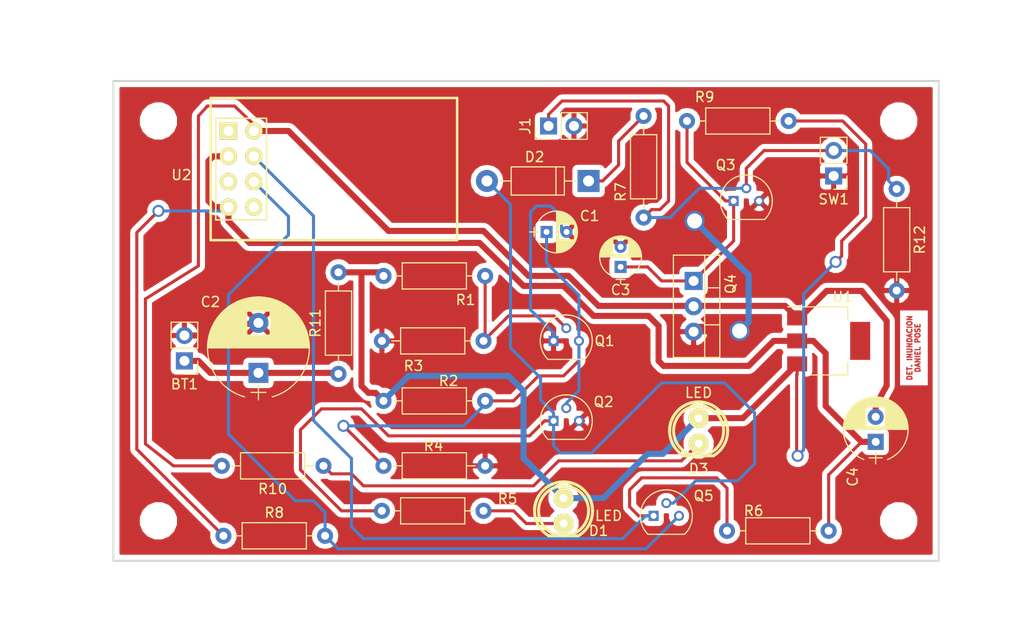
<source format=kicad_pcb>
(kicad_pcb (version 4) (host pcbnew 4.0.7)

  (general
    (links 52)
    (no_connects 0)
    (area 88.02143 51.4 193.278572 116.700001)
    (thickness 1.6)
    (drawings 10)
    (tracks 233)
    (zones 0)
    (modules 33)
    (nets 16)
  )

  (page A4)
  (title_block
    (title "SENSOR DE INUNDACIÓN CON CONEXIÓN WIFI")
    (date 21/12/2017)
    (rev 1)
    (company "DANIEL POSE")
  )

  (layers
    (0 F.Cu signal)
    (31 B.Cu signal)
    (32 B.Adhes user)
    (33 F.Adhes user)
    (34 B.Paste user)
    (35 F.Paste user)
    (36 B.SilkS user)
    (37 F.SilkS user)
    (38 B.Mask user)
    (39 F.Mask user)
    (40 Dwgs.User user)
    (41 Cmts.User user)
    (42 Eco1.User user)
    (43 Eco2.User user)
    (44 Edge.Cuts user)
    (45 Margin user)
    (46 B.CrtYd user)
    (47 F.CrtYd user)
    (48 B.Fab user)
    (49 F.Fab user)
  )

  (setup
    (last_trace_width 0.3048)
    (user_trace_width 0.3048)
    (user_trace_width 0.4064)
    (user_trace_width 0.508)
    (user_trace_width 0.6096)
    (user_trace_width 0.8128)
    (trace_clearance 0.3556)
    (zone_clearance 0.508)
    (zone_45_only no)
    (trace_min 0.3048)
    (segment_width 0.2)
    (edge_width 0.2)
    (via_size 1.2)
    (via_drill 0.8)
    (via_min_size 1.2)
    (via_min_drill 0.8)
    (user_via 1.2 0.8)
    (user_via 2 1.5)
    (uvia_size 1.2)
    (uvia_drill 0.8)
    (uvias_allowed no)
    (uvia_min_size 1.2)
    (uvia_min_drill 0.8)
    (pcb_text_width 0.3)
    (pcb_text_size 1.5 1.5)
    (mod_edge_width 0.15)
    (mod_text_size 1 1)
    (mod_text_width 0.15)
    (pad_size 1.524 1.524)
    (pad_drill 0.762)
    (pad_to_mask_clearance 0.2)
    (aux_axis_origin 0 0)
    (visible_elements 7FFFEFFF)
    (pcbplotparams
      (layerselection 0x010fc_80000001)
      (usegerberextensions false)
      (usegerberattributes true)
      (excludeedgelayer false)
      (linewidth 0.150000)
      (plotframeref false)
      (viasonmask false)
      (mode 1)
      (useauxorigin true)
      (hpglpennumber 1)
      (hpglpenspeed 20)
      (hpglpendiameter 15)
      (hpglpenoverlay 2)
      (psnegative false)
      (psa4output false)
      (plotreference true)
      (plotvalue true)
      (plotinvisibletext false)
      (padsonsilk false)
      (subtractmaskfromsilk false)
      (outputformat 1)
      (mirror false)
      (drillshape 0)
      (scaleselection 1)
      (outputdirectory C:/Users/jdpose/Dropbox/ARDUINO/AlimentarESP8266_con_pilas/DetectorInundacionPilas/Gerbers/))
  )

  (net 0 "")
  (net 1 /CP1)
  (net 2 Earth)
  (net 3 /ES1)
  (net 4 /ES2)
  (net 5 /CPS)
  (net 6 "Net-(D1-Pad2)")
  (net 7 "Net-(D3-Pad2)")
  (net 8 "Net-(Q1-Pad2)")
  (net 9 /CPT)
  (net 10 "Net-(D2-Pad1)")
  (net 11 /DET1)
  (net 12 /CPG)
  (net 13 "Net-(C1-Pad1)")
  (net 14 "Net-(C3-Pad1)")
  (net 15 "Net-(BT1-Pad1)")

  (net_class Default "Esta es la clase de red por defecto."
    (clearance 0.3556)
    (trace_width 0.3048)
    (via_dia 1.2)
    (via_drill 0.8)
    (uvia_dia 1.2)
    (uvia_drill 0.8)
    (add_net /CP1)
    (add_net /CPG)
    (add_net /CPS)
    (add_net /CPT)
    (add_net /DET1)
    (add_net /ES1)
    (add_net /ES2)
    (add_net "Net-(BT1-Pad1)")
    (add_net "Net-(C1-Pad1)")
    (add_net "Net-(C3-Pad1)")
    (add_net "Net-(D1-Pad2)")
    (add_net "Net-(D2-Pad1)")
    (add_net "Net-(D3-Pad2)")
    (add_net "Net-(Q1-Pad2)")
  )

  (net_class Power ""
    (clearance 0.3556)
    (trace_width 0.6096)
    (via_dia 2)
    (via_drill 1.5)
    (uvia_dia 1.2)
    (uvia_drill 0.8)
    (add_net Earth)
  )

  (module Mounting_Holes:MountingHole_2.7mm_M2.5_DIN965 (layer F.Cu) (tedit 5A4C2BDC) (tstamp 5A50213C)
    (at 177.5 103)
    (descr "Mounting Hole 2.7mm, no annular, M2.5, DIN965")
    (tags "mounting hole 2.7mm no annular m2.5 din965")
    (attr virtual)
    (fp_text reference REF** (at 0 -3.35) (layer F.SilkS) hide
      (effects (font (size 1 1) (thickness 0.15)))
    )
    (fp_text value M2.5 (at 0 3.35) (layer F.Fab)
      (effects (font (size 1 1) (thickness 0.15)))
    )
    (fp_text user %R (at 0.3 0) (layer F.Fab)
      (effects (font (size 1 1) (thickness 0.15)))
    )
    (fp_circle (center 0 0) (end 2.35 0) (layer Cmts.User) (width 0.15))
    (fp_circle (center 0 0) (end 2.6 0) (layer F.CrtYd) (width 0.05))
    (pad 1 np_thru_hole circle (at 0 0) (size 2.7 2.7) (drill 2.7) (layers *.Cu *.Mask))
  )

  (module Mounting_Holes:MountingHole_2.7mm_M2.5_DIN965 (layer F.Cu) (tedit 5A4C2BCC) (tstamp 5A502043)
    (at 177.5 63)
    (descr "Mounting Hole 2.7mm, no annular, M2.5, DIN965")
    (tags "mounting hole 2.7mm no annular m2.5 din965")
    (attr virtual)
    (fp_text reference REF** (at 0 -3.35) (layer F.SilkS) hide
      (effects (font (size 1 1) (thickness 0.15)))
    )
    (fp_text value M2.5 (at 0 3.35) (layer F.Fab)
      (effects (font (size 1 1) (thickness 0.15)))
    )
    (fp_text user %R (at 0.3 0) (layer F.Fab)
      (effects (font (size 1 1) (thickness 0.15)))
    )
    (fp_circle (center 0 0) (end 2.35 0) (layer Cmts.User) (width 0.15))
    (fp_circle (center 0 0) (end 2.6 0) (layer F.CrtYd) (width 0.05))
    (pad 1 np_thru_hole circle (at 0 0) (size 2.7 2.7) (drill 2.7) (layers *.Cu *.Mask))
  )

  (module Mounting_Holes:MountingHole_2.7mm_M2.5_DIN965 (layer F.Cu) (tedit 5A4C2BE9) (tstamp 5A501FFF)
    (at 103.5 103)
    (descr "Mounting Hole 2.7mm, no annular, M2.5, DIN965")
    (tags "mounting hole 2.7mm no annular m2.5 din965")
    (attr virtual)
    (fp_text reference REF** (at 0 -3.35) (layer F.SilkS) hide
      (effects (font (size 1 1) (thickness 0.15)))
    )
    (fp_text value M2.5 (at 0 3.35) (layer F.Fab)
      (effects (font (size 1 1) (thickness 0.15)))
    )
    (fp_text user %R (at 0.3 0) (layer F.Fab)
      (effects (font (size 1 1) (thickness 0.15)))
    )
    (fp_circle (center 0 0) (end 2.35 0) (layer Cmts.User) (width 0.15))
    (fp_circle (center 0 0) (end 2.6 0) (layer F.CrtYd) (width 0.05))
    (pad 1 np_thru_hole circle (at 0 0) (size 2.7 2.7) (drill 2.7) (layers *.Cu *.Mask))
  )

  (module ESP8266:ESP-01 (layer F.Cu) (tedit 5A451A49) (tstamp 5A429B82)
    (at 110.5 64)
    (descr "Module, ESP-8266, ESP-01, 8 pin")
    (tags "Module ESP-8266 ESP8266")
    (path /5A3C65C6)
    (fp_text reference U2 (at -4.7 4.4) (layer F.SilkS)
      (effects (font (size 1 1) (thickness 0.15)))
    )
    (fp_text value ESP-01v090 (at 11.364999 3.993) (layer F.Fab)
      (effects (font (size 1 1) (thickness 0.15)))
    )
    (fp_line (start -1.778 -3.302) (end 22.86 -3.302) (layer F.SilkS) (width 0.254))
    (fp_line (start 22.86 -3.302) (end 22.86 10.922) (layer F.SilkS) (width 0.254))
    (fp_line (start 22.86 10.922) (end -1.778 10.922) (layer F.SilkS) (width 0.254))
    (fp_line (start -1.778 10.922) (end -1.778 -3.302) (layer F.SilkS) (width 0.254))
    (fp_line (start -1.778 -3.302) (end 22.86 -3.302) (layer F.Fab) (width 0.05))
    (fp_line (start 22.86 -3.302) (end 22.86 10.922) (layer F.Fab) (width 0.05))
    (fp_line (start 22.86 10.922) (end -1.778 10.922) (layer F.Fab) (width 0.05))
    (fp_line (start -1.778 10.922) (end -1.778 -3.302) (layer F.Fab) (width 0.05))
    (fp_line (start 1.27 -1.27) (end -1.27 -1.27) (layer F.SilkS) (width 0.1524))
    (fp_line (start -1.27 -1.27) (end -1.27 1.27) (layer F.SilkS) (width 0.1524))
    (fp_line (start -1.75 -1.75) (end -1.75 9.4) (layer F.CrtYd) (width 0.05))
    (fp_line (start 4.3 -1.75) (end 4.3 9.4) (layer F.CrtYd) (width 0.05))
    (fp_line (start -1.75 -1.75) (end 4.3 -1.75) (layer F.CrtYd) (width 0.05))
    (fp_line (start -1.75 9.4) (end 4.3 9.4) (layer F.CrtYd) (width 0.05))
    (fp_line (start -1.27 1.27) (end -1.27 8.89) (layer F.SilkS) (width 0.1524))
    (fp_line (start -1.27 8.89) (end 3.81 8.89) (layer F.SilkS) (width 0.1524))
    (fp_line (start 3.81 8.89) (end 3.81 -1.27) (layer F.SilkS) (width 0.1524))
    (fp_line (start 3.81 -1.27) (end 1.27 -1.27) (layer F.SilkS) (width 0.1524))
    (pad 1 thru_hole rect (at 0 0) (size 1.7272 1.7272) (drill 1.016) (layers *.Cu *.Mask F.SilkS))
    (pad 2 thru_hole oval (at 2.54 0) (size 1.7272 1.7272) (drill 1.016) (layers *.Cu *.Mask F.SilkS)
      (net 3 /ES1))
    (pad 3 thru_hole oval (at 0 2.54) (size 1.7272 1.7272) (drill 1.016) (layers *.Cu *.Mask F.SilkS)
      (net 4 /ES2))
    (pad 4 thru_hole oval (at 2.54 2.54) (size 1.7272 1.7272) (drill 1.016) (layers *.Cu *.Mask F.SilkS)
      (net 9 /CPT))
    (pad 5 thru_hole oval (at 0 5.08) (size 1.7272 1.7272) (drill 1.016) (layers *.Cu *.Mask F.SilkS))
    (pad 6 thru_hole oval (at 2.54 5.08) (size 1.7272 1.7272) (drill 1.016) (layers *.Cu *.Mask F.SilkS)
      (net 12 /CPG))
    (pad 7 thru_hole oval (at 0 7.62) (size 1.7272 1.7272) (drill 1.016) (layers *.Cu *.Mask F.SilkS)
      (net 4 /ES2))
    (pad 8 thru_hole oval (at 2.54 7.62) (size 1.7272 1.7272) (drill 1.016) (layers *.Cu *.Mask F.SilkS))
    (model "C:/Users/jdpose/Dropbox/ARDUINO/Librerias kicad/ESP8266.3dshapes/ESP-01.wrl"
      (at (xyz 0.92 0.16 -0.2))
      (scale (xyz 0.393701 0.393701 0.393701))
      (rotate (xyz -90 0 90))
    )
  )

  (module Pin_Headers:Pin_Header_Straight_1x02_Pitch2.54mm (layer F.Cu) (tedit 59650532) (tstamp 5A429ADF)
    (at 106.1 87 180)
    (descr "Through hole straight pin header, 1x02, 2.54mm pitch, single row")
    (tags "Through hole pin header THT 1x02 2.54mm single row")
    (path /5A3ADFA0)
    (fp_text reference BT1 (at 0 -2.33 180) (layer F.SilkS)
      (effects (font (size 1 1) (thickness 0.15)))
    )
    (fp_text value 4xAA (at 0 4.87 180) (layer F.Fab)
      (effects (font (size 1 1) (thickness 0.15)))
    )
    (fp_line (start -0.635 -1.27) (end 1.27 -1.27) (layer F.Fab) (width 0.1))
    (fp_line (start 1.27 -1.27) (end 1.27 3.81) (layer F.Fab) (width 0.1))
    (fp_line (start 1.27 3.81) (end -1.27 3.81) (layer F.Fab) (width 0.1))
    (fp_line (start -1.27 3.81) (end -1.27 -0.635) (layer F.Fab) (width 0.1))
    (fp_line (start -1.27 -0.635) (end -0.635 -1.27) (layer F.Fab) (width 0.1))
    (fp_line (start -1.33 3.87) (end 1.33 3.87) (layer F.SilkS) (width 0.12))
    (fp_line (start -1.33 1.27) (end -1.33 3.87) (layer F.SilkS) (width 0.12))
    (fp_line (start 1.33 1.27) (end 1.33 3.87) (layer F.SilkS) (width 0.12))
    (fp_line (start -1.33 1.27) (end 1.33 1.27) (layer F.SilkS) (width 0.12))
    (fp_line (start -1.33 0) (end -1.33 -1.33) (layer F.SilkS) (width 0.12))
    (fp_line (start -1.33 -1.33) (end 0 -1.33) (layer F.SilkS) (width 0.12))
    (fp_line (start -1.8 -1.8) (end -1.8 4.35) (layer F.CrtYd) (width 0.05))
    (fp_line (start -1.8 4.35) (end 1.8 4.35) (layer F.CrtYd) (width 0.05))
    (fp_line (start 1.8 4.35) (end 1.8 -1.8) (layer F.CrtYd) (width 0.05))
    (fp_line (start 1.8 -1.8) (end -1.8 -1.8) (layer F.CrtYd) (width 0.05))
    (fp_text user %R (at 0 1.27 270) (layer F.Fab)
      (effects (font (size 1 1) (thickness 0.15)))
    )
    (pad 1 thru_hole rect (at 0 0 180) (size 1.7 1.7) (drill 1) (layers *.Cu *.Mask)
      (net 15 "Net-(BT1-Pad1)"))
    (pad 2 thru_hole oval (at 0 2.54 180) (size 1.7 1.7) (drill 1) (layers *.Cu *.Mask)
      (net 2 Earth))
    (model ${KISYS3DMOD}/Pin_Headers.3dshapes/Pin_Header_Straight_1x02_Pitch2.54mm.wrl
      (at (xyz 0 0 0))
      (scale (xyz 1 1 1))
      (rotate (xyz 0 0 0))
    )
  )

  (module w_indicators:led_5mm_red (layer F.Cu) (tedit 5A42F58F) (tstamp 5A429AFD)
    (at 144 102)
    (descr "5mm red led")
    (tags led)
    (path /5A3AF813)
    (fp_text reference D1 (at 3.5 2) (layer F.SilkS)
      (effects (font (size 1 1) (thickness 0.15)))
    )
    (fp_text value LED (at 4.5 0.5) (layer F.SilkS)
      (effects (font (size 1 1) (thickness 0.15)))
    )
    (fp_line (start -1.47066 2.49936) (end 1.47066 2.49936) (layer F.SilkS) (width 0.29972))
    (fp_arc (start 0 0) (end 2.4892 -1.49098) (angle 90) (layer F.SilkS) (width 0.29972))
    (fp_arc (start 0 0) (end -1.47066 2.49936) (angle 90) (layer F.SilkS) (width 0.29972))
    (fp_arc (start 0 0) (end 0 -2.90068) (angle 90) (layer F.SilkS) (width 0.29972))
    (fp_arc (start 0 0) (end -2.90068 0) (angle 90) (layer F.SilkS) (width 0.29972))
    (fp_circle (center 0 0) (end -2.49936 0) (layer F.SilkS) (width 0.29972))
    (pad 1 thru_hole circle (at 0 -1.27) (size 1.99898 1.99898) (drill 0.8001) (layers *.Cu *.Mask F.SilkS)
      (net 1 /CP1))
    (pad 2 thru_hole circle (at 0 1.27) (size 1.99898 1.99898) (drill 0.8001) (layers *.Cu *.Mask F.SilkS)
      (net 6 "Net-(D1-Pad2)"))
    (model walter/indicators/led_5mm_red.wrl
      (at (xyz 0 0 0))
      (scale (xyz 1 1 1))
      (rotate (xyz 0 0 0))
    )
    (model C:/kicad/Librerias/modules/walter/indicators/led_5mm_red.wrl
      (at (xyz 0 0 0))
      (scale (xyz 1 1 1))
      (rotate (xyz 0 0 0))
    )
  )

  (module Diodes_ThroughHole:D_DO-41_SOD81_P10.16mm_Horizontal (layer F.Cu) (tedit 5A5400DA) (tstamp 5A429B03)
    (at 146.5 69 180)
    (descr "D, DO-41_SOD81 series, Axial, Horizontal, pin pitch=10.16mm, , length*diameter=5.2*2.7mm^2, , http://www.diodes.com/_files/packages/DO-41%20(Plastic).pdf")
    (tags "D DO-41_SOD81 series Axial Horizontal pin pitch 10.16mm  length 5.2mm diameter 2.7mm")
    (path /5A3C305A)
    (fp_text reference D2 (at 5.4 2.4 180) (layer F.SilkS)
      (effects (font (size 1 1) (thickness 0.15)))
    )
    (fp_text value 1N4007 (at 5.08 2.41 180) (layer F.Fab)
      (effects (font (size 1 1) (thickness 0.15)))
    )
    (fp_text user %R (at 5.08 0 180) (layer F.Fab)
      (effects (font (size 1 1) (thickness 0.15)))
    )
    (fp_line (start 2.48 -1.35) (end 2.48 1.35) (layer F.Fab) (width 0.1))
    (fp_line (start 2.48 1.35) (end 7.68 1.35) (layer F.Fab) (width 0.1))
    (fp_line (start 7.68 1.35) (end 7.68 -1.35) (layer F.Fab) (width 0.1))
    (fp_line (start 7.68 -1.35) (end 2.48 -1.35) (layer F.Fab) (width 0.1))
    (fp_line (start 0 0) (end 2.48 0) (layer F.Fab) (width 0.1))
    (fp_line (start 10.16 0) (end 7.68 0) (layer F.Fab) (width 0.1))
    (fp_line (start 3.26 -1.35) (end 3.26 1.35) (layer F.Fab) (width 0.1))
    (fp_line (start 2.42 -1.41) (end 2.42 1.41) (layer F.SilkS) (width 0.12))
    (fp_line (start 2.42 1.41) (end 7.74 1.41) (layer F.SilkS) (width 0.12))
    (fp_line (start 7.74 1.41) (end 7.74 -1.41) (layer F.SilkS) (width 0.12))
    (fp_line (start 7.74 -1.41) (end 2.42 -1.41) (layer F.SilkS) (width 0.12))
    (fp_line (start 1.28 0) (end 2.42 0) (layer F.SilkS) (width 0.12))
    (fp_line (start 8.88 0) (end 7.74 0) (layer F.SilkS) (width 0.12))
    (fp_line (start 3.26 -1.41) (end 3.26 1.41) (layer F.SilkS) (width 0.12))
    (fp_line (start -1.35 -1.7) (end -1.35 1.7) (layer F.CrtYd) (width 0.05))
    (fp_line (start -1.35 1.7) (end 11.55 1.7) (layer F.CrtYd) (width 0.05))
    (fp_line (start 11.55 1.7) (end 11.55 -1.7) (layer F.CrtYd) (width 0.05))
    (fp_line (start 11.55 -1.7) (end -1.35 -1.7) (layer F.CrtYd) (width 0.05))
    (pad 1 thru_hole rect (at 0 0 180) (size 2.2 2.2) (drill 1.1) (layers *.Cu *.Mask)
      (net 10 "Net-(D2-Pad1)"))
    (pad 2 thru_hole oval (at 10.16 0 180) (size 2.2 2.2) (drill 1.1) (layers *.Cu *.Mask)
      (net 5 /CPS))
    (model ${KISYS3DMOD}/Diodes_THT.3dshapes/D_DO-41_SOD81_P10.16mm_Horizontal.wrl
      (at (xyz 0 0 0))
      (scale (xyz 0.393701 0.393701 0.393701))
      (rotate (xyz 0 0 0))
    )
  )

  (module w_indicators:led_5mm_green (layer F.Cu) (tedit 5A42F5EC) (tstamp 5A429B09)
    (at 157.5 94)
    (descr "5mm green led")
    (tags led)
    (path /5A3FF654)
    (fp_text reference D3 (at 0 3.81) (layer F.SilkS)
      (effects (font (size 1 1) (thickness 0.15)))
    )
    (fp_text value LED (at 0 -3.81) (layer F.SilkS)
      (effects (font (size 1 1) (thickness 0.15)))
    )
    (fp_line (start -1.47066 2.49936) (end 1.47066 2.49936) (layer F.SilkS) (width 0.29972))
    (fp_arc (start 0 0) (end 2.4892 -1.49098) (angle 90) (layer F.SilkS) (width 0.29972))
    (fp_arc (start 0 0) (end -1.47066 2.49936) (angle 90) (layer F.SilkS) (width 0.29972))
    (fp_arc (start 0 0) (end 0 -2.90068) (angle 90) (layer F.SilkS) (width 0.29972))
    (fp_arc (start 0 0) (end -2.90068 0) (angle 90) (layer F.SilkS) (width 0.29972))
    (fp_circle (center 0 0) (end -2.49936 0) (layer F.SilkS) (width 0.29972))
    (pad 1 thru_hole circle (at 0 -1.27) (size 1.99898 1.99898) (drill 0.8001) (layers *.Cu *.Mask F.SilkS)
      (net 1 /CP1))
    (pad 2 thru_hole circle (at 0 1.27) (size 1.99898 1.99898) (drill 0.8001) (layers *.Cu *.Mask F.SilkS)
      (net 7 "Net-(D3-Pad2)"))
    (model walter/indicators/led_5mm_green.wrl
      (at (xyz 0 0 0))
      (scale (xyz 1 1 1))
      (rotate (xyz 0 0 0))
    )
    (model C:/kicad/Librerias/modules/walter/indicators/led_5mm_green.wrl
      (at (xyz 0 0 0))
      (scale (xyz 1 1 1))
      (rotate (xyz 0 0 0))
    )
  )

  (module Pin_Headers:Pin_Header_Straight_1x02_Pitch2.54mm (layer F.Cu) (tedit 59650532) (tstamp 5A429B0F)
    (at 142.5 63.5 90)
    (descr "Through hole straight pin header, 1x02, 2.54mm pitch, single row")
    (tags "Through hole pin header THT 1x02 2.54mm single row")
    (path /5A3FFE85)
    (fp_text reference J1 (at 0 -2.33 90) (layer F.SilkS)
      (effects (font (size 1 1) (thickness 0.15)))
    )
    (fp_text value "Sensor agua" (at 0 4.87 90) (layer F.Fab)
      (effects (font (size 1 1) (thickness 0.15)))
    )
    (fp_line (start -0.635 -1.27) (end 1.27 -1.27) (layer F.Fab) (width 0.1))
    (fp_line (start 1.27 -1.27) (end 1.27 3.81) (layer F.Fab) (width 0.1))
    (fp_line (start 1.27 3.81) (end -1.27 3.81) (layer F.Fab) (width 0.1))
    (fp_line (start -1.27 3.81) (end -1.27 -0.635) (layer F.Fab) (width 0.1))
    (fp_line (start -1.27 -0.635) (end -0.635 -1.27) (layer F.Fab) (width 0.1))
    (fp_line (start -1.33 3.87) (end 1.33 3.87) (layer F.SilkS) (width 0.12))
    (fp_line (start -1.33 1.27) (end -1.33 3.87) (layer F.SilkS) (width 0.12))
    (fp_line (start 1.33 1.27) (end 1.33 3.87) (layer F.SilkS) (width 0.12))
    (fp_line (start -1.33 1.27) (end 1.33 1.27) (layer F.SilkS) (width 0.12))
    (fp_line (start -1.33 0) (end -1.33 -1.33) (layer F.SilkS) (width 0.12))
    (fp_line (start -1.33 -1.33) (end 0 -1.33) (layer F.SilkS) (width 0.12))
    (fp_line (start -1.8 -1.8) (end -1.8 4.35) (layer F.CrtYd) (width 0.05))
    (fp_line (start -1.8 4.35) (end 1.8 4.35) (layer F.CrtYd) (width 0.05))
    (fp_line (start 1.8 4.35) (end 1.8 -1.8) (layer F.CrtYd) (width 0.05))
    (fp_line (start 1.8 -1.8) (end -1.8 -1.8) (layer F.CrtYd) (width 0.05))
    (fp_text user %R (at 0 1.27 180) (layer F.Fab)
      (effects (font (size 1 1) (thickness 0.15)))
    )
    (pad 1 thru_hole rect (at 0 0 90) (size 1.7 1.7) (drill 1) (layers *.Cu *.Mask)
      (net 11 /DET1))
    (pad 2 thru_hole oval (at 0 2.54 90) (size 1.7 1.7) (drill 1) (layers *.Cu *.Mask)
      (net 2 Earth))
    (model ${KISYS3DMOD}/Pin_Headers.3dshapes/Pin_Header_Straight_1x02_Pitch2.54mm.wrl
      (at (xyz 0 0 0))
      (scale (xyz 1 1 1))
      (rotate (xyz 0 0 0))
    )
  )

  (module TO_SOT_Packages_THT:TO-92_Molded_Narrow (layer F.Cu) (tedit 5A5404CD) (tstamp 5A429B16)
    (at 143 85)
    (descr "TO-92 leads molded, narrow, drill 0.6mm (see NXP sot054_po.pdf)")
    (tags "to-92 sc-43 sc-43a sot54 PA33 transistor")
    (path /5A3AF586)
    (fp_text reference Q1 (at 5.1 0) (layer F.SilkS)
      (effects (font (size 1 1) (thickness 0.15)))
    )
    (fp_text value 2N7000 (at 1.27 2.79) (layer F.Fab)
      (effects (font (size 1 1) (thickness 0.15)))
    )
    (fp_text user %R (at 5.1 0) (layer F.Fab)
      (effects (font (size 1 1) (thickness 0.15)))
    )
    (fp_line (start -0.53 1.85) (end 3.07 1.85) (layer F.SilkS) (width 0.12))
    (fp_line (start -0.5 1.75) (end 3 1.75) (layer F.Fab) (width 0.1))
    (fp_line (start -1.46 -2.73) (end 4 -2.73) (layer F.CrtYd) (width 0.05))
    (fp_line (start -1.46 -2.73) (end -1.46 2.01) (layer F.CrtYd) (width 0.05))
    (fp_line (start 4 2.01) (end 4 -2.73) (layer F.CrtYd) (width 0.05))
    (fp_line (start 4 2.01) (end -1.46 2.01) (layer F.CrtYd) (width 0.05))
    (fp_arc (start 1.27 0) (end 1.27 -2.48) (angle 135) (layer F.Fab) (width 0.1))
    (fp_arc (start 1.27 0) (end 1.27 -2.6) (angle -135) (layer F.SilkS) (width 0.12))
    (fp_arc (start 1.27 0) (end 1.27 -2.48) (angle -135) (layer F.Fab) (width 0.1))
    (fp_arc (start 1.27 0) (end 1.27 -2.6) (angle 135) (layer F.SilkS) (width 0.12))
    (pad 2 thru_hole circle (at 1.27 -1.27 90) (size 1 1) (drill 0.6) (layers *.Cu *.Mask)
      (net 8 "Net-(Q1-Pad2)"))
    (pad 3 thru_hole circle (at 2.54 0 90) (size 1 1) (drill 0.6) (layers *.Cu *.Mask)
      (net 13 "Net-(C1-Pad1)"))
    (pad 1 thru_hole rect (at 0 0 90) (size 1 1) (drill 0.6) (layers *.Cu *.Mask)
      (net 2 Earth))
    (model ${KISYS3DMOD}/TO_SOT_Packages_THT.3dshapes/TO-92_Molded_Narrow.wrl
      (at (xyz 0.05 0 0))
      (scale (xyz 1 1 1))
      (rotate (xyz 0 0 -90))
    )
  )

  (module TO_SOT_Packages_THT:TO-92_Molded_Narrow (layer F.Cu) (tedit 5A5404C0) (tstamp 5A429B1D)
    (at 143 93)
    (descr "TO-92 leads molded, narrow, drill 0.6mm (see NXP sot054_po.pdf)")
    (tags "to-92 sc-43 sc-43a sot54 PA33 transistor")
    (path /5A3AF6D4)
    (fp_text reference Q2 (at 5 -1.9) (layer F.SilkS)
      (effects (font (size 1 1) (thickness 0.15)))
    )
    (fp_text value BS170 (at 1.27 2.79) (layer F.Fab)
      (effects (font (size 1 1) (thickness 0.15)))
    )
    (fp_text user %R (at 5 -1.9) (layer F.Fab)
      (effects (font (size 1 1) (thickness 0.15)))
    )
    (fp_line (start -0.53 1.85) (end 3.07 1.85) (layer F.SilkS) (width 0.12))
    (fp_line (start -0.5 1.75) (end 3 1.75) (layer F.Fab) (width 0.1))
    (fp_line (start -1.46 -2.73) (end 4 -2.73) (layer F.CrtYd) (width 0.05))
    (fp_line (start -1.46 -2.73) (end -1.46 2.01) (layer F.CrtYd) (width 0.05))
    (fp_line (start 4 2.01) (end 4 -2.73) (layer F.CrtYd) (width 0.05))
    (fp_line (start 4 2.01) (end -1.46 2.01) (layer F.CrtYd) (width 0.05))
    (fp_arc (start 1.27 0) (end 1.27 -2.48) (angle 135) (layer F.Fab) (width 0.1))
    (fp_arc (start 1.27 0) (end 1.27 -2.6) (angle -135) (layer F.SilkS) (width 0.12))
    (fp_arc (start 1.27 0) (end 1.27 -2.48) (angle -135) (layer F.Fab) (width 0.1))
    (fp_arc (start 1.27 0) (end 1.27 -2.6) (angle 135) (layer F.SilkS) (width 0.12))
    (pad 2 thru_hole circle (at 1.27 -1.27 90) (size 1 1) (drill 0.6) (layers *.Cu *.Mask)
      (net 13 "Net-(C1-Pad1)"))
    (pad 3 thru_hole circle (at 2.54 0 90) (size 1 1) (drill 0.6) (layers *.Cu *.Mask)
      (net 2 Earth))
    (pad 1 thru_hole rect (at 0 0 90) (size 1 1) (drill 0.6) (layers *.Cu *.Mask)
      (net 5 /CPS))
    (model ${KISYS3DMOD}/TO_SOT_Packages_THT.3dshapes/TO-92_Molded_Narrow.wrl
      (at (xyz 0.05 0 0))
      (scale (xyz 1 1 1))
      (rotate (xyz 0 0 -90))
    )
  )

  (module TO_SOT_Packages_THT:TO-92_Molded_Narrow (layer F.Cu) (tedit 5A540475) (tstamp 5A429B24)
    (at 161 71)
    (descr "TO-92 leads molded, narrow, drill 0.6mm (see NXP sot054_po.pdf)")
    (tags "to-92 sc-43 sc-43a sot54 PA33 transistor")
    (path /5A4C2A92)
    (fp_text reference Q3 (at -0.8 -3.6) (layer F.SilkS)
      (effects (font (size 1 1) (thickness 0.15)))
    )
    (fp_text value BS170 (at 1.27 2.79) (layer F.Fab)
      (effects (font (size 1 1) (thickness 0.15)))
    )
    (fp_text user %R (at -0.8 -3.6) (layer F.Fab)
      (effects (font (size 1 1) (thickness 0.15)))
    )
    (fp_line (start -0.53 1.85) (end 3.07 1.85) (layer F.SilkS) (width 0.12))
    (fp_line (start -0.5 1.75) (end 3 1.75) (layer F.Fab) (width 0.1))
    (fp_line (start -1.46 -2.73) (end 4 -2.73) (layer F.CrtYd) (width 0.05))
    (fp_line (start -1.46 -2.73) (end -1.46 2.01) (layer F.CrtYd) (width 0.05))
    (fp_line (start 4 2.01) (end 4 -2.73) (layer F.CrtYd) (width 0.05))
    (fp_line (start 4 2.01) (end -1.46 2.01) (layer F.CrtYd) (width 0.05))
    (fp_arc (start 1.27 0) (end 1.27 -2.48) (angle 135) (layer F.Fab) (width 0.1))
    (fp_arc (start 1.27 0) (end 1.27 -2.6) (angle -135) (layer F.SilkS) (width 0.12))
    (fp_arc (start 1.27 0) (end 1.27 -2.48) (angle -135) (layer F.Fab) (width 0.1))
    (fp_arc (start 1.27 0) (end 1.27 -2.6) (angle 135) (layer F.SilkS) (width 0.12))
    (pad 2 thru_hole circle (at 1.27 -1.27 90) (size 1 1) (drill 0.6) (layers *.Cu *.Mask)
      (net 11 /DET1))
    (pad 3 thru_hole circle (at 2.54 0 90) (size 1 1) (drill 0.6) (layers *.Cu *.Mask)
      (net 2 Earth))
    (pad 1 thru_hole rect (at 0 0 90) (size 1 1) (drill 0.6) (layers *.Cu *.Mask)
      (net 14 "Net-(C3-Pad1)"))
    (model ${KISYS3DMOD}/TO_SOT_Packages_THT.3dshapes/TO-92_Molded_Narrow.wrl
      (at (xyz 0.05 0 0))
      (scale (xyz 1 1 1))
      (rotate (xyz 0 0 -90))
    )
  )

  (module TO_SOT_Packages_THT:TO-92_Molded_Narrow (layer F.Cu) (tedit 5A42F70A) (tstamp 5A429B32)
    (at 153 102.5)
    (descr "TO-92 leads molded, narrow, drill 0.6mm (see NXP sot054_po.pdf)")
    (tags "to-92 sc-43 sc-43a sot54 PA33 transistor")
    (path /5A409B71)
    (fp_text reference Q5 (at 1.27 -3.56) (layer F.SilkS) hide
      (effects (font (size 1 1) (thickness 0.15)))
    )
    (fp_text value BS170 (at 1.27 2.79) (layer F.Fab)
      (effects (font (size 1 1) (thickness 0.15)))
    )
    (fp_text user %R (at 5 -2) (layer F.SilkS)
      (effects (font (size 1 1) (thickness 0.15)))
    )
    (fp_line (start -0.53 1.85) (end 3.07 1.85) (layer F.SilkS) (width 0.12))
    (fp_line (start -0.5 1.75) (end 3 1.75) (layer F.Fab) (width 0.1))
    (fp_line (start -1.46 -2.73) (end 4 -2.73) (layer F.CrtYd) (width 0.05))
    (fp_line (start -1.46 -2.73) (end -1.46 2.01) (layer F.CrtYd) (width 0.05))
    (fp_line (start 4 2.01) (end 4 -2.73) (layer F.CrtYd) (width 0.05))
    (fp_line (start 4 2.01) (end -1.46 2.01) (layer F.CrtYd) (width 0.05))
    (fp_arc (start 1.27 0) (end 1.27 -2.48) (angle 135) (layer F.Fab) (width 0.1))
    (fp_arc (start 1.27 0) (end 1.27 -2.6) (angle -135) (layer F.SilkS) (width 0.12))
    (fp_arc (start 1.27 0) (end 1.27 -2.48) (angle -135) (layer F.Fab) (width 0.1))
    (fp_arc (start 1.27 0) (end 1.27 -2.6) (angle 135) (layer F.SilkS) (width 0.12))
    (pad 2 thru_hole circle (at 1.27 -1.27 90) (size 1 1) (drill 0.6) (layers *.Cu *.Mask)
      (net 5 /CPS))
    (pad 3 thru_hole circle (at 2.54 0 90) (size 1 1) (drill 0.6) (layers *.Cu *.Mask)
      (net 12 /CPG))
    (pad 1 thru_hole rect (at 0 0 90) (size 1 1) (drill 0.6) (layers *.Cu *.Mask)
      (net 9 /CPT))
    (model ${KISYS3DMOD}/TO_SOT_Packages_THT.3dshapes/TO-92_Molded_Narrow.wrl
      (at (xyz 0.05 0 0))
      (scale (xyz 1 1 1))
      (rotate (xyz 0 0 -90))
    )
  )

  (module Resistors_ThroughHole:R_Axial_DIN0207_L6.3mm_D2.5mm_P10.16mm_Horizontal (layer F.Cu) (tedit 5A451A93) (tstamp 5A429B38)
    (at 126 78.5)
    (descr "Resistor, Axial_DIN0207 series, Axial, Horizontal, pin pitch=10.16mm, 0.25W = 1/4W, length*diameter=6.3*2.5mm^2, http://cdn-reichelt.de/documents/datenblatt/B400/1_4W%23YAG.pdf")
    (tags "Resistor Axial_DIN0207 series Axial Horizontal pin pitch 10.16mm 0.25W = 1/4W length 6.3mm diameter 2.5mm")
    (path /5A3AF687)
    (fp_text reference R1 (at 8.2 2.4) (layer F.SilkS)
      (effects (font (size 1 1) (thickness 0.15)))
    )
    (fp_text value 270K (at 5.08 2.31) (layer F.Fab)
      (effects (font (size 1 1) (thickness 0.15)))
    )
    (fp_line (start 1.93 -1.25) (end 1.93 1.25) (layer F.Fab) (width 0.1))
    (fp_line (start 1.93 1.25) (end 8.23 1.25) (layer F.Fab) (width 0.1))
    (fp_line (start 8.23 1.25) (end 8.23 -1.25) (layer F.Fab) (width 0.1))
    (fp_line (start 8.23 -1.25) (end 1.93 -1.25) (layer F.Fab) (width 0.1))
    (fp_line (start 0 0) (end 1.93 0) (layer F.Fab) (width 0.1))
    (fp_line (start 10.16 0) (end 8.23 0) (layer F.Fab) (width 0.1))
    (fp_line (start 1.87 -1.31) (end 1.87 1.31) (layer F.SilkS) (width 0.12))
    (fp_line (start 1.87 1.31) (end 8.29 1.31) (layer F.SilkS) (width 0.12))
    (fp_line (start 8.29 1.31) (end 8.29 -1.31) (layer F.SilkS) (width 0.12))
    (fp_line (start 8.29 -1.31) (end 1.87 -1.31) (layer F.SilkS) (width 0.12))
    (fp_line (start 0.98 0) (end 1.87 0) (layer F.SilkS) (width 0.12))
    (fp_line (start 9.18 0) (end 8.29 0) (layer F.SilkS) (width 0.12))
    (fp_line (start -1.05 -1.6) (end -1.05 1.6) (layer F.CrtYd) (width 0.05))
    (fp_line (start -1.05 1.6) (end 11.25 1.6) (layer F.CrtYd) (width 0.05))
    (fp_line (start 11.25 1.6) (end 11.25 -1.6) (layer F.CrtYd) (width 0.05))
    (fp_line (start 11.25 -1.6) (end -1.05 -1.6) (layer F.CrtYd) (width 0.05))
    (pad 1 thru_hole circle (at 0 0) (size 1.6 1.6) (drill 0.8) (layers *.Cu *.Mask)
      (net 1 /CP1))
    (pad 2 thru_hole oval (at 10.16 0) (size 1.6 1.6) (drill 0.8) (layers *.Cu *.Mask)
      (net 8 "Net-(Q1-Pad2)"))
    (model ${KISYS3DMOD}/Resistors_THT.3dshapes/R_Axial_DIN0207_L6.3mm_D2.5mm_P10.16mm_Horizontal.wrl
      (at (xyz 0 0 0))
      (scale (xyz 0.393701 0.393701 0.393701))
      (rotate (xyz 0 0 0))
    )
  )

  (module Resistors_ThroughHole:R_Axial_DIN0207_L6.3mm_D2.5mm_P10.16mm_Horizontal (layer F.Cu) (tedit 5A42F56B) (tstamp 5A429B3E)
    (at 126 91)
    (descr "Resistor, Axial_DIN0207 series, Axial, Horizontal, pin pitch=10.16mm, 0.25W = 1/4W, length*diameter=6.3*2.5mm^2, http://cdn-reichelt.de/documents/datenblatt/B400/1_4W%23YAG.pdf")
    (tags "Resistor Axial_DIN0207 series Axial Horizontal pin pitch 10.16mm 0.25W = 1/4W length 6.3mm diameter 2.5mm")
    (path /5A3AF323)
    (fp_text reference R2 (at 6.5 -2) (layer F.SilkS)
      (effects (font (size 1 1) (thickness 0.15)))
    )
    (fp_text value 100K (at 5.08 2.31) (layer F.Fab)
      (effects (font (size 1 1) (thickness 0.15)))
    )
    (fp_line (start 1.93 -1.25) (end 1.93 1.25) (layer F.Fab) (width 0.1))
    (fp_line (start 1.93 1.25) (end 8.23 1.25) (layer F.Fab) (width 0.1))
    (fp_line (start 8.23 1.25) (end 8.23 -1.25) (layer F.Fab) (width 0.1))
    (fp_line (start 8.23 -1.25) (end 1.93 -1.25) (layer F.Fab) (width 0.1))
    (fp_line (start 0 0) (end 1.93 0) (layer F.Fab) (width 0.1))
    (fp_line (start 10.16 0) (end 8.23 0) (layer F.Fab) (width 0.1))
    (fp_line (start 1.87 -1.31) (end 1.87 1.31) (layer F.SilkS) (width 0.12))
    (fp_line (start 1.87 1.31) (end 8.29 1.31) (layer F.SilkS) (width 0.12))
    (fp_line (start 8.29 1.31) (end 8.29 -1.31) (layer F.SilkS) (width 0.12))
    (fp_line (start 8.29 -1.31) (end 1.87 -1.31) (layer F.SilkS) (width 0.12))
    (fp_line (start 0.98 0) (end 1.87 0) (layer F.SilkS) (width 0.12))
    (fp_line (start 9.18 0) (end 8.29 0) (layer F.SilkS) (width 0.12))
    (fp_line (start -1.05 -1.6) (end -1.05 1.6) (layer F.CrtYd) (width 0.05))
    (fp_line (start -1.05 1.6) (end 11.25 1.6) (layer F.CrtYd) (width 0.05))
    (fp_line (start 11.25 1.6) (end 11.25 -1.6) (layer F.CrtYd) (width 0.05))
    (fp_line (start 11.25 -1.6) (end -1.05 -1.6) (layer F.CrtYd) (width 0.05))
    (pad 1 thru_hole circle (at 0 0) (size 1.6 1.6) (drill 0.8) (layers *.Cu *.Mask)
      (net 1 /CP1))
    (pad 2 thru_hole oval (at 10.16 0) (size 1.6 1.6) (drill 0.8) (layers *.Cu *.Mask)
      (net 13 "Net-(C1-Pad1)"))
    (model ${KISYS3DMOD}/Resistors_THT.3dshapes/R_Axial_DIN0207_L6.3mm_D2.5mm_P10.16mm_Horizontal.wrl
      (at (xyz 0 0 0))
      (scale (xyz 0.393701 0.393701 0.393701))
      (rotate (xyz 0 0 0))
    )
  )

  (module Resistors_ThroughHole:R_Axial_DIN0207_L6.3mm_D2.5mm_P10.16mm_Horizontal (layer F.Cu) (tedit 5A42F565) (tstamp 5A429B44)
    (at 136 85 180)
    (descr "Resistor, Axial_DIN0207 series, Axial, Horizontal, pin pitch=10.16mm, 0.25W = 1/4W, length*diameter=6.3*2.5mm^2, http://cdn-reichelt.de/documents/datenblatt/B400/1_4W%23YAG.pdf")
    (tags "Resistor Axial_DIN0207 series Axial Horizontal pin pitch 10.16mm 0.25W = 1/4W length 6.3mm diameter 2.5mm")
    (path /5A3AF572)
    (fp_text reference R3 (at 7 -2.5 180) (layer F.SilkS)
      (effects (font (size 1 1) (thickness 0.15)))
    )
    (fp_text value 100K (at 5.08 2.31 180) (layer F.Fab)
      (effects (font (size 1 1) (thickness 0.15)))
    )
    (fp_line (start 1.93 -1.25) (end 1.93 1.25) (layer F.Fab) (width 0.1))
    (fp_line (start 1.93 1.25) (end 8.23 1.25) (layer F.Fab) (width 0.1))
    (fp_line (start 8.23 1.25) (end 8.23 -1.25) (layer F.Fab) (width 0.1))
    (fp_line (start 8.23 -1.25) (end 1.93 -1.25) (layer F.Fab) (width 0.1))
    (fp_line (start 0 0) (end 1.93 0) (layer F.Fab) (width 0.1))
    (fp_line (start 10.16 0) (end 8.23 0) (layer F.Fab) (width 0.1))
    (fp_line (start 1.87 -1.31) (end 1.87 1.31) (layer F.SilkS) (width 0.12))
    (fp_line (start 1.87 1.31) (end 8.29 1.31) (layer F.SilkS) (width 0.12))
    (fp_line (start 8.29 1.31) (end 8.29 -1.31) (layer F.SilkS) (width 0.12))
    (fp_line (start 8.29 -1.31) (end 1.87 -1.31) (layer F.SilkS) (width 0.12))
    (fp_line (start 0.98 0) (end 1.87 0) (layer F.SilkS) (width 0.12))
    (fp_line (start 9.18 0) (end 8.29 0) (layer F.SilkS) (width 0.12))
    (fp_line (start -1.05 -1.6) (end -1.05 1.6) (layer F.CrtYd) (width 0.05))
    (fp_line (start -1.05 1.6) (end 11.25 1.6) (layer F.CrtYd) (width 0.05))
    (fp_line (start 11.25 1.6) (end 11.25 -1.6) (layer F.CrtYd) (width 0.05))
    (fp_line (start 11.25 -1.6) (end -1.05 -1.6) (layer F.CrtYd) (width 0.05))
    (pad 1 thru_hole circle (at 0 0 180) (size 1.6 1.6) (drill 0.8) (layers *.Cu *.Mask)
      (net 8 "Net-(Q1-Pad2)"))
    (pad 2 thru_hole oval (at 10.16 0 180) (size 1.6 1.6) (drill 0.8) (layers *.Cu *.Mask)
      (net 2 Earth))
    (model ${KISYS3DMOD}/Resistors_THT.3dshapes/R_Axial_DIN0207_L6.3mm_D2.5mm_P10.16mm_Horizontal.wrl
      (at (xyz 0 0 0))
      (scale (xyz 0.393701 0.393701 0.393701))
      (rotate (xyz 0 0 0))
    )
  )

  (module Resistors_ThroughHole:R_Axial_DIN0207_L6.3mm_D2.5mm_P10.16mm_Horizontal (layer F.Cu) (tedit 5A54043D) (tstamp 5A429B4A)
    (at 126 97.5)
    (descr "Resistor, Axial_DIN0207 series, Axial, Horizontal, pin pitch=10.16mm, 0.25W = 1/4W, length*diameter=6.3*2.5mm^2, http://cdn-reichelt.de/documents/datenblatt/B400/1_4W%23YAG.pdf")
    (tags "Resistor Axial_DIN0207 series Axial Horizontal pin pitch 10.16mm 0.25W = 1/4W length 6.3mm diameter 2.5mm")
    (path /5A3AF6C6)
    (fp_text reference R4 (at 5 -2) (layer F.SilkS)
      (effects (font (size 1 1) (thickness 0.15)))
    )
    (fp_text value 1M (at 4.9 0) (layer F.Fab)
      (effects (font (size 1 1) (thickness 0.15)))
    )
    (fp_line (start 1.93 -1.25) (end 1.93 1.25) (layer F.Fab) (width 0.1))
    (fp_line (start 1.93 1.25) (end 8.23 1.25) (layer F.Fab) (width 0.1))
    (fp_line (start 8.23 1.25) (end 8.23 -1.25) (layer F.Fab) (width 0.1))
    (fp_line (start 8.23 -1.25) (end 1.93 -1.25) (layer F.Fab) (width 0.1))
    (fp_line (start 0 0) (end 1.93 0) (layer F.Fab) (width 0.1))
    (fp_line (start 10.16 0) (end 8.23 0) (layer F.Fab) (width 0.1))
    (fp_line (start 1.87 -1.31) (end 1.87 1.31) (layer F.SilkS) (width 0.12))
    (fp_line (start 1.87 1.31) (end 8.29 1.31) (layer F.SilkS) (width 0.12))
    (fp_line (start 8.29 1.31) (end 8.29 -1.31) (layer F.SilkS) (width 0.12))
    (fp_line (start 8.29 -1.31) (end 1.87 -1.31) (layer F.SilkS) (width 0.12))
    (fp_line (start 0.98 0) (end 1.87 0) (layer F.SilkS) (width 0.12))
    (fp_line (start 9.18 0) (end 8.29 0) (layer F.SilkS) (width 0.12))
    (fp_line (start -1.05 -1.6) (end -1.05 1.6) (layer F.CrtYd) (width 0.05))
    (fp_line (start -1.05 1.6) (end 11.25 1.6) (layer F.CrtYd) (width 0.05))
    (fp_line (start 11.25 1.6) (end 11.25 -1.6) (layer F.CrtYd) (width 0.05))
    (fp_line (start 11.25 -1.6) (end -1.05 -1.6) (layer F.CrtYd) (width 0.05))
    (pad 1 thru_hole circle (at 0 0) (size 1.6 1.6) (drill 0.8) (layers *.Cu *.Mask)
      (net 13 "Net-(C1-Pad1)"))
    (pad 2 thru_hole oval (at 10.16 0) (size 1.6 1.6) (drill 0.8) (layers *.Cu *.Mask)
      (net 2 Earth))
    (model ${KISYS3DMOD}/Resistors_THT.3dshapes/R_Axial_DIN0207_L6.3mm_D2.5mm_P10.16mm_Horizontal.wrl
      (at (xyz 0 0 0))
      (scale (xyz 0.393701 0.393701 0.393701))
      (rotate (xyz 0 0 0))
    )
  )

  (module Resistors_ThroughHole:R_Axial_DIN0207_L6.3mm_D2.5mm_P10.16mm_Horizontal (layer F.Cu) (tedit 5A5BEABD) (tstamp 5A429B50)
    (at 136 102 180)
    (descr "Resistor, Axial_DIN0207 series, Axial, Horizontal, pin pitch=10.16mm, 0.25W = 1/4W, length*diameter=6.3*2.5mm^2, http://cdn-reichelt.de/documents/datenblatt/B400/1_4W%23YAG.pdf")
    (tags "Resistor Axial_DIN0207 series Axial Horizontal pin pitch 10.16mm 0.25W = 1/4W length 6.3mm diameter 2.5mm")
    (path /5A3AF8F8)
    (fp_text reference R5 (at -2.4 1.2 180) (layer F.SilkS)
      (effects (font (size 1 1) (thickness 0.15)))
    )
    (fp_text value 470 (at 5.1 0 180) (layer F.Fab)
      (effects (font (size 1 1) (thickness 0.15)))
    )
    (fp_line (start 1.93 -1.25) (end 1.93 1.25) (layer F.Fab) (width 0.1))
    (fp_line (start 1.93 1.25) (end 8.23 1.25) (layer F.Fab) (width 0.1))
    (fp_line (start 8.23 1.25) (end 8.23 -1.25) (layer F.Fab) (width 0.1))
    (fp_line (start 8.23 -1.25) (end 1.93 -1.25) (layer F.Fab) (width 0.1))
    (fp_line (start 0 0) (end 1.93 0) (layer F.Fab) (width 0.1))
    (fp_line (start 10.16 0) (end 8.23 0) (layer F.Fab) (width 0.1))
    (fp_line (start 1.87 -1.31) (end 1.87 1.31) (layer F.SilkS) (width 0.12))
    (fp_line (start 1.87 1.31) (end 8.29 1.31) (layer F.SilkS) (width 0.12))
    (fp_line (start 8.29 1.31) (end 8.29 -1.31) (layer F.SilkS) (width 0.12))
    (fp_line (start 8.29 -1.31) (end 1.87 -1.31) (layer F.SilkS) (width 0.12))
    (fp_line (start 0.98 0) (end 1.87 0) (layer F.SilkS) (width 0.12))
    (fp_line (start 9.18 0) (end 8.29 0) (layer F.SilkS) (width 0.12))
    (fp_line (start -1.05 -1.6) (end -1.05 1.6) (layer F.CrtYd) (width 0.05))
    (fp_line (start -1.05 1.6) (end 11.25 1.6) (layer F.CrtYd) (width 0.05))
    (fp_line (start 11.25 1.6) (end 11.25 -1.6) (layer F.CrtYd) (width 0.05))
    (fp_line (start 11.25 -1.6) (end -1.05 -1.6) (layer F.CrtYd) (width 0.05))
    (pad 1 thru_hole circle (at 0 0 180) (size 1.6 1.6) (drill 0.8) (layers *.Cu *.Mask)
      (net 6 "Net-(D1-Pad2)"))
    (pad 2 thru_hole oval (at 10.16 0 180) (size 1.6 1.6) (drill 0.8) (layers *.Cu *.Mask)
      (net 5 /CPS))
    (model ${KISYS3DMOD}/Resistors_THT.3dshapes/R_Axial_DIN0207_L6.3mm_D2.5mm_P10.16mm_Horizontal.wrl
      (at (xyz 0 0 0))
      (scale (xyz 0.393701 0.393701 0.393701))
      (rotate (xyz 0 0 0))
    )
  )

  (module Resistors_ThroughHole:R_Axial_DIN0207_L6.3mm_D2.5mm_P10.16mm_Horizontal (layer F.Cu) (tedit 5A42F63C) (tstamp 5A429B56)
    (at 170.5 104 180)
    (descr "Resistor, Axial_DIN0207 series, Axial, Horizontal, pin pitch=10.16mm, 0.25W = 1/4W, length*diameter=6.3*2.5mm^2, http://cdn-reichelt.de/documents/datenblatt/B400/1_4W%23YAG.pdf")
    (tags "Resistor Axial_DIN0207 series Axial Horizontal pin pitch 10.16mm 0.25W = 1/4W length 6.3mm diameter 2.5mm")
    (path /5A4C86B1)
    (fp_text reference R6 (at 7.5 2 180) (layer F.SilkS)
      (effects (font (size 1 1) (thickness 0.15)))
    )
    (fp_text value 4K7 (at 5.08 2.31 180) (layer F.Fab)
      (effects (font (size 1 1) (thickness 0.15)))
    )
    (fp_line (start 1.93 -1.25) (end 1.93 1.25) (layer F.Fab) (width 0.1))
    (fp_line (start 1.93 1.25) (end 8.23 1.25) (layer F.Fab) (width 0.1))
    (fp_line (start 8.23 1.25) (end 8.23 -1.25) (layer F.Fab) (width 0.1))
    (fp_line (start 8.23 -1.25) (end 1.93 -1.25) (layer F.Fab) (width 0.1))
    (fp_line (start 0 0) (end 1.93 0) (layer F.Fab) (width 0.1))
    (fp_line (start 10.16 0) (end 8.23 0) (layer F.Fab) (width 0.1))
    (fp_line (start 1.87 -1.31) (end 1.87 1.31) (layer F.SilkS) (width 0.12))
    (fp_line (start 1.87 1.31) (end 8.29 1.31) (layer F.SilkS) (width 0.12))
    (fp_line (start 8.29 1.31) (end 8.29 -1.31) (layer F.SilkS) (width 0.12))
    (fp_line (start 8.29 -1.31) (end 1.87 -1.31) (layer F.SilkS) (width 0.12))
    (fp_line (start 0.98 0) (end 1.87 0) (layer F.SilkS) (width 0.12))
    (fp_line (start 9.18 0) (end 8.29 0) (layer F.SilkS) (width 0.12))
    (fp_line (start -1.05 -1.6) (end -1.05 1.6) (layer F.CrtYd) (width 0.05))
    (fp_line (start -1.05 1.6) (end 11.25 1.6) (layer F.CrtYd) (width 0.05))
    (fp_line (start 11.25 1.6) (end 11.25 -1.6) (layer F.CrtYd) (width 0.05))
    (fp_line (start 11.25 -1.6) (end -1.05 -1.6) (layer F.CrtYd) (width 0.05))
    (pad 1 thru_hole circle (at 0 0 180) (size 1.6 1.6) (drill 0.8) (layers *.Cu *.Mask)
      (net 4 /ES2))
    (pad 2 thru_hole oval (at 10.16 0 180) (size 1.6 1.6) (drill 0.8) (layers *.Cu *.Mask)
      (net 9 /CPT))
    (model ${KISYS3DMOD}/Resistors_THT.3dshapes/R_Axial_DIN0207_L6.3mm_D2.5mm_P10.16mm_Horizontal.wrl
      (at (xyz 0 0 0))
      (scale (xyz 0.393701 0.393701 0.393701))
      (rotate (xyz 0 0 0))
    )
  )

  (module Resistors_ThroughHole:R_Axial_DIN0207_L6.3mm_D2.5mm_P10.16mm_Horizontal (layer F.Cu) (tedit 5A540481) (tstamp 5A429B5C)
    (at 152 62.5 270)
    (descr "Resistor, Axial_DIN0207 series, Axial, Horizontal, pin pitch=10.16mm, 0.25W = 1/4W, length*diameter=6.3*2.5mm^2, http://cdn-reichelt.de/documents/datenblatt/B400/1_4W%23YAG.pdf")
    (tags "Resistor Axial_DIN0207 series Axial Horizontal pin pitch 10.16mm 0.25W = 1/4W length 6.3mm diameter 2.5mm")
    (path /5A400C53)
    (fp_text reference R7 (at 7.6 2.3 270) (layer F.SilkS)
      (effects (font (size 1 1) (thickness 0.15)))
    )
    (fp_text value 10K (at 5.08 2.31 270) (layer F.Fab)
      (effects (font (size 1 1) (thickness 0.15)))
    )
    (fp_line (start 1.93 -1.25) (end 1.93 1.25) (layer F.Fab) (width 0.1))
    (fp_line (start 1.93 1.25) (end 8.23 1.25) (layer F.Fab) (width 0.1))
    (fp_line (start 8.23 1.25) (end 8.23 -1.25) (layer F.Fab) (width 0.1))
    (fp_line (start 8.23 -1.25) (end 1.93 -1.25) (layer F.Fab) (width 0.1))
    (fp_line (start 0 0) (end 1.93 0) (layer F.Fab) (width 0.1))
    (fp_line (start 10.16 0) (end 8.23 0) (layer F.Fab) (width 0.1))
    (fp_line (start 1.87 -1.31) (end 1.87 1.31) (layer F.SilkS) (width 0.12))
    (fp_line (start 1.87 1.31) (end 8.29 1.31) (layer F.SilkS) (width 0.12))
    (fp_line (start 8.29 1.31) (end 8.29 -1.31) (layer F.SilkS) (width 0.12))
    (fp_line (start 8.29 -1.31) (end 1.87 -1.31) (layer F.SilkS) (width 0.12))
    (fp_line (start 0.98 0) (end 1.87 0) (layer F.SilkS) (width 0.12))
    (fp_line (start 9.18 0) (end 8.29 0) (layer F.SilkS) (width 0.12))
    (fp_line (start -1.05 -1.6) (end -1.05 1.6) (layer F.CrtYd) (width 0.05))
    (fp_line (start -1.05 1.6) (end 11.25 1.6) (layer F.CrtYd) (width 0.05))
    (fp_line (start 11.25 1.6) (end 11.25 -1.6) (layer F.CrtYd) (width 0.05))
    (fp_line (start 11.25 -1.6) (end -1.05 -1.6) (layer F.CrtYd) (width 0.05))
    (pad 1 thru_hole circle (at 0 0 270) (size 1.6 1.6) (drill 0.8) (layers *.Cu *.Mask)
      (net 10 "Net-(D2-Pad1)"))
    (pad 2 thru_hole oval (at 10.16 0 270) (size 1.6 1.6) (drill 0.8) (layers *.Cu *.Mask)
      (net 11 /DET1))
    (model ${KISYS3DMOD}/Resistors_THT.3dshapes/R_Axial_DIN0207_L6.3mm_D2.5mm_P10.16mm_Horizontal.wrl
      (at (xyz 0 0 0))
      (scale (xyz 0.393701 0.393701 0.393701))
      (rotate (xyz 0 0 0))
    )
  )

  (module Resistors_ThroughHole:R_Axial_DIN0207_L6.3mm_D2.5mm_P10.16mm_Horizontal (layer F.Cu) (tedit 5874F706) (tstamp 5A429B62)
    (at 110 104.5)
    (descr "Resistor, Axial_DIN0207 series, Axial, Horizontal, pin pitch=10.16mm, 0.25W = 1/4W, length*diameter=6.3*2.5mm^2, http://cdn-reichelt.de/documents/datenblatt/B400/1_4W%23YAG.pdf")
    (tags "Resistor Axial_DIN0207 series Axial Horizontal pin pitch 10.16mm 0.25W = 1/4W length 6.3mm diameter 2.5mm")
    (path /5A40E955)
    (fp_text reference R8 (at 5.08 -2.31) (layer F.SilkS)
      (effects (font (size 1 1) (thickness 0.15)))
    )
    (fp_text value 4K7 (at 5.08 2.31) (layer F.Fab)
      (effects (font (size 1 1) (thickness 0.15)))
    )
    (fp_line (start 1.93 -1.25) (end 1.93 1.25) (layer F.Fab) (width 0.1))
    (fp_line (start 1.93 1.25) (end 8.23 1.25) (layer F.Fab) (width 0.1))
    (fp_line (start 8.23 1.25) (end 8.23 -1.25) (layer F.Fab) (width 0.1))
    (fp_line (start 8.23 -1.25) (end 1.93 -1.25) (layer F.Fab) (width 0.1))
    (fp_line (start 0 0) (end 1.93 0) (layer F.Fab) (width 0.1))
    (fp_line (start 10.16 0) (end 8.23 0) (layer F.Fab) (width 0.1))
    (fp_line (start 1.87 -1.31) (end 1.87 1.31) (layer F.SilkS) (width 0.12))
    (fp_line (start 1.87 1.31) (end 8.29 1.31) (layer F.SilkS) (width 0.12))
    (fp_line (start 8.29 1.31) (end 8.29 -1.31) (layer F.SilkS) (width 0.12))
    (fp_line (start 8.29 -1.31) (end 1.87 -1.31) (layer F.SilkS) (width 0.12))
    (fp_line (start 0.98 0) (end 1.87 0) (layer F.SilkS) (width 0.12))
    (fp_line (start 9.18 0) (end 8.29 0) (layer F.SilkS) (width 0.12))
    (fp_line (start -1.05 -1.6) (end -1.05 1.6) (layer F.CrtYd) (width 0.05))
    (fp_line (start -1.05 1.6) (end 11.25 1.6) (layer F.CrtYd) (width 0.05))
    (fp_line (start 11.25 1.6) (end 11.25 -1.6) (layer F.CrtYd) (width 0.05))
    (fp_line (start 11.25 -1.6) (end -1.05 -1.6) (layer F.CrtYd) (width 0.05))
    (pad 1 thru_hole circle (at 0 0) (size 1.6 1.6) (drill 0.8) (layers *.Cu *.Mask)
      (net 4 /ES2))
    (pad 2 thru_hole oval (at 10.16 0) (size 1.6 1.6) (drill 0.8) (layers *.Cu *.Mask)
      (net 12 /CPG))
    (model ${KISYS3DMOD}/Resistors_THT.3dshapes/R_Axial_DIN0207_L6.3mm_D2.5mm_P10.16mm_Horizontal.wrl
      (at (xyz 0 0 0))
      (scale (xyz 0.393701 0.393701 0.393701))
      (rotate (xyz 0 0 0))
    )
  )

  (module Resistors_ThroughHole:R_Axial_DIN0207_L6.3mm_D2.5mm_P10.16mm_Horizontal (layer F.Cu) (tedit 5A451A24) (tstamp 5A429B68)
    (at 166.5 63 180)
    (descr "Resistor, Axial_DIN0207 series, Axial, Horizontal, pin pitch=10.16mm, 0.25W = 1/4W, length*diameter=6.3*2.5mm^2, http://cdn-reichelt.de/documents/datenblatt/B400/1_4W%23YAG.pdf")
    (tags "Resistor Axial_DIN0207 series Axial Horizontal pin pitch 10.16mm 0.25W = 1/4W length 6.3mm diameter 2.5mm")
    (path /5A400E93)
    (fp_text reference R9 (at 8.4 2.4 180) (layer F.SilkS)
      (effects (font (size 1 1) (thickness 0.15)))
    )
    (fp_text value 470K (at 5.08 2.31 180) (layer F.Fab)
      (effects (font (size 1 1) (thickness 0.15)))
    )
    (fp_line (start 1.93 -1.25) (end 1.93 1.25) (layer F.Fab) (width 0.1))
    (fp_line (start 1.93 1.25) (end 8.23 1.25) (layer F.Fab) (width 0.1))
    (fp_line (start 8.23 1.25) (end 8.23 -1.25) (layer F.Fab) (width 0.1))
    (fp_line (start 8.23 -1.25) (end 1.93 -1.25) (layer F.Fab) (width 0.1))
    (fp_line (start 0 0) (end 1.93 0) (layer F.Fab) (width 0.1))
    (fp_line (start 10.16 0) (end 8.23 0) (layer F.Fab) (width 0.1))
    (fp_line (start 1.87 -1.31) (end 1.87 1.31) (layer F.SilkS) (width 0.12))
    (fp_line (start 1.87 1.31) (end 8.29 1.31) (layer F.SilkS) (width 0.12))
    (fp_line (start 8.29 1.31) (end 8.29 -1.31) (layer F.SilkS) (width 0.12))
    (fp_line (start 8.29 -1.31) (end 1.87 -1.31) (layer F.SilkS) (width 0.12))
    (fp_line (start 0.98 0) (end 1.87 0) (layer F.SilkS) (width 0.12))
    (fp_line (start 9.18 0) (end 8.29 0) (layer F.SilkS) (width 0.12))
    (fp_line (start -1.05 -1.6) (end -1.05 1.6) (layer F.CrtYd) (width 0.05))
    (fp_line (start -1.05 1.6) (end 11.25 1.6) (layer F.CrtYd) (width 0.05))
    (fp_line (start 11.25 1.6) (end 11.25 -1.6) (layer F.CrtYd) (width 0.05))
    (fp_line (start 11.25 -1.6) (end -1.05 -1.6) (layer F.CrtYd) (width 0.05))
    (pad 1 thru_hole circle (at 0 0 180) (size 1.6 1.6) (drill 0.8) (layers *.Cu *.Mask)
      (net 1 /CP1))
    (pad 2 thru_hole oval (at 10.16 0 180) (size 1.6 1.6) (drill 0.8) (layers *.Cu *.Mask)
      (net 14 "Net-(C3-Pad1)"))
    (model ${KISYS3DMOD}/Resistors_THT.3dshapes/R_Axial_DIN0207_L6.3mm_D2.5mm_P10.16mm_Horizontal.wrl
      (at (xyz 0 0 0))
      (scale (xyz 0.393701 0.393701 0.393701))
      (rotate (xyz 0 0 0))
    )
  )

  (module Resistors_ThroughHole:R_Axial_DIN0207_L6.3mm_D2.5mm_P10.16mm_Horizontal (layer F.Cu) (tedit 5874F706) (tstamp 5A429B6E)
    (at 120 97.5 180)
    (descr "Resistor, Axial_DIN0207 series, Axial, Horizontal, pin pitch=10.16mm, 0.25W = 1/4W, length*diameter=6.3*2.5mm^2, http://cdn-reichelt.de/documents/datenblatt/B400/1_4W%23YAG.pdf")
    (tags "Resistor Axial_DIN0207 series Axial Horizontal pin pitch 10.16mm 0.25W = 1/4W length 6.3mm diameter 2.5mm")
    (path /5A401123)
    (fp_text reference R10 (at 5.08 -2.31 180) (layer F.SilkS)
      (effects (font (size 1 1) (thickness 0.15)))
    )
    (fp_text value 1K (at 5.08 2.31 180) (layer F.Fab)
      (effects (font (size 1 1) (thickness 0.15)))
    )
    (fp_line (start 1.93 -1.25) (end 1.93 1.25) (layer F.Fab) (width 0.1))
    (fp_line (start 1.93 1.25) (end 8.23 1.25) (layer F.Fab) (width 0.1))
    (fp_line (start 8.23 1.25) (end 8.23 -1.25) (layer F.Fab) (width 0.1))
    (fp_line (start 8.23 -1.25) (end 1.93 -1.25) (layer F.Fab) (width 0.1))
    (fp_line (start 0 0) (end 1.93 0) (layer F.Fab) (width 0.1))
    (fp_line (start 10.16 0) (end 8.23 0) (layer F.Fab) (width 0.1))
    (fp_line (start 1.87 -1.31) (end 1.87 1.31) (layer F.SilkS) (width 0.12))
    (fp_line (start 1.87 1.31) (end 8.29 1.31) (layer F.SilkS) (width 0.12))
    (fp_line (start 8.29 1.31) (end 8.29 -1.31) (layer F.SilkS) (width 0.12))
    (fp_line (start 8.29 -1.31) (end 1.87 -1.31) (layer F.SilkS) (width 0.12))
    (fp_line (start 0.98 0) (end 1.87 0) (layer F.SilkS) (width 0.12))
    (fp_line (start 9.18 0) (end 8.29 0) (layer F.SilkS) (width 0.12))
    (fp_line (start -1.05 -1.6) (end -1.05 1.6) (layer F.CrtYd) (width 0.05))
    (fp_line (start -1.05 1.6) (end 11.25 1.6) (layer F.CrtYd) (width 0.05))
    (fp_line (start 11.25 1.6) (end 11.25 -1.6) (layer F.CrtYd) (width 0.05))
    (fp_line (start 11.25 -1.6) (end -1.05 -1.6) (layer F.CrtYd) (width 0.05))
    (pad 1 thru_hole circle (at 0 0 180) (size 1.6 1.6) (drill 0.8) (layers *.Cu *.Mask)
      (net 7 "Net-(D3-Pad2)"))
    (pad 2 thru_hole oval (at 10.16 0 180) (size 1.6 1.6) (drill 0.8) (layers *.Cu *.Mask)
      (net 3 /ES1))
    (model ${KISYS3DMOD}/Resistors_THT.3dshapes/R_Axial_DIN0207_L6.3mm_D2.5mm_P10.16mm_Horizontal.wrl
      (at (xyz 0 0 0))
      (scale (xyz 0.393701 0.393701 0.393701))
      (rotate (xyz 0 0 0))
    )
  )

  (module TO_SOT_Packages_SMD:SOT-223 (layer F.Cu) (tedit 5A5404D4) (tstamp 5A429B76)
    (at 170.5 85)
    (descr "module CMS SOT223 4 pins")
    (tags "CMS SOT")
    (path /5A3C4DB3)
    (attr smd)
    (fp_text reference U1 (at 1.4 -4.4) (layer F.SilkS)
      (effects (font (size 1 1) (thickness 0.15)))
    )
    (fp_text value AMS1117-3.3 (at 0 4.5) (layer F.Fab)
      (effects (font (size 1 1) (thickness 0.15)))
    )
    (fp_text user %R (at 0 0 90) (layer F.Fab)
      (effects (font (size 0.8 0.8) (thickness 0.12)))
    )
    (fp_line (start -1.85 -2.3) (end -0.8 -3.35) (layer F.Fab) (width 0.1))
    (fp_line (start 1.91 3.41) (end 1.91 2.15) (layer F.SilkS) (width 0.12))
    (fp_line (start 1.91 -3.41) (end 1.91 -2.15) (layer F.SilkS) (width 0.12))
    (fp_line (start 4.4 -3.6) (end -4.4 -3.6) (layer F.CrtYd) (width 0.05))
    (fp_line (start 4.4 3.6) (end 4.4 -3.6) (layer F.CrtYd) (width 0.05))
    (fp_line (start -4.4 3.6) (end 4.4 3.6) (layer F.CrtYd) (width 0.05))
    (fp_line (start -4.4 -3.6) (end -4.4 3.6) (layer F.CrtYd) (width 0.05))
    (fp_line (start -1.85 -2.3) (end -1.85 3.35) (layer F.Fab) (width 0.1))
    (fp_line (start -1.85 3.41) (end 1.91 3.41) (layer F.SilkS) (width 0.12))
    (fp_line (start -0.8 -3.35) (end 1.85 -3.35) (layer F.Fab) (width 0.1))
    (fp_line (start -4.1 -3.41) (end 1.91 -3.41) (layer F.SilkS) (width 0.12))
    (fp_line (start -1.85 3.35) (end 1.85 3.35) (layer F.Fab) (width 0.1))
    (fp_line (start 1.85 -3.35) (end 1.85 3.35) (layer F.Fab) (width 0.1))
    (pad 4 smd rect (at 3.15 0) (size 2 3.8) (layers F.Cu F.Paste F.Mask))
    (pad 2 smd rect (at -3.15 0) (size 2 1.5) (layers F.Cu F.Paste F.Mask)
      (net 4 /ES2))
    (pad 3 smd rect (at -3.15 2.3) (size 2 1.5) (layers F.Cu F.Paste F.Mask)
      (net 1 /CP1))
    (pad 1 smd rect (at -3.15 -2.3) (size 2 1.5) (layers F.Cu F.Paste F.Mask)
      (net 3 /ES1))
    (model ${KISYS3DMOD}/TO_SOT_Packages_SMD.3dshapes/SOT-223.wrl
      (at (xyz 0 0 0))
      (scale (xyz 1 1 1))
      (rotate (xyz 0 0 0))
    )
  )

  (module Capacitors_ThroughHole:CP_Radial_D10.0mm_P5.00mm (layer F.Cu) (tedit 5A5BEACC) (tstamp 5A4C202C)
    (at 113.5 88.2 90)
    (descr "CP, Radial series, Radial, pin pitch=5.00mm, , diameter=10mm, Electrolytic Capacitor")
    (tags "CP Radial series Radial pin pitch 5.00mm  diameter 10mm Electrolytic Capacitor")
    (path /5A410002)
    (fp_text reference C2 (at 7.1 -4.8 180) (layer F.SilkS)
      (effects (font (size 1 1) (thickness 0.15)))
    )
    (fp_text value 1000uF (at 2.5 6.31 90) (layer F.Fab)
      (effects (font (size 1 1) (thickness 0.15)))
    )
    (fp_arc (start 2.5 0) (end -2.399357 -1.38) (angle 148.5) (layer F.SilkS) (width 0.12))
    (fp_arc (start 2.5 0) (end -2.399357 1.38) (angle -148.5) (layer F.SilkS) (width 0.12))
    (fp_arc (start 2.5 0) (end 7.399357 -1.38) (angle 31.5) (layer F.SilkS) (width 0.12))
    (fp_circle (center 2.5 0) (end 7.5 0) (layer F.Fab) (width 0.1))
    (fp_line (start -2.7 0) (end -1.2 0) (layer F.Fab) (width 0.1))
    (fp_line (start -1.95 -0.75) (end -1.95 0.75) (layer F.Fab) (width 0.1))
    (fp_line (start 2.5 -5.05) (end 2.5 5.05) (layer F.SilkS) (width 0.12))
    (fp_line (start 2.54 -5.05) (end 2.54 5.05) (layer F.SilkS) (width 0.12))
    (fp_line (start 2.58 -5.05) (end 2.58 5.05) (layer F.SilkS) (width 0.12))
    (fp_line (start 2.62 -5.049) (end 2.62 5.049) (layer F.SilkS) (width 0.12))
    (fp_line (start 2.66 -5.048) (end 2.66 5.048) (layer F.SilkS) (width 0.12))
    (fp_line (start 2.7 -5.047) (end 2.7 5.047) (layer F.SilkS) (width 0.12))
    (fp_line (start 2.74 -5.045) (end 2.74 5.045) (layer F.SilkS) (width 0.12))
    (fp_line (start 2.78 -5.043) (end 2.78 5.043) (layer F.SilkS) (width 0.12))
    (fp_line (start 2.82 -5.04) (end 2.82 5.04) (layer F.SilkS) (width 0.12))
    (fp_line (start 2.86 -5.038) (end 2.86 5.038) (layer F.SilkS) (width 0.12))
    (fp_line (start 2.9 -5.035) (end 2.9 5.035) (layer F.SilkS) (width 0.12))
    (fp_line (start 2.94 -5.031) (end 2.94 5.031) (layer F.SilkS) (width 0.12))
    (fp_line (start 2.98 -5.028) (end 2.98 5.028) (layer F.SilkS) (width 0.12))
    (fp_line (start 3.02 -5.024) (end 3.02 5.024) (layer F.SilkS) (width 0.12))
    (fp_line (start 3.06 -5.02) (end 3.06 5.02) (layer F.SilkS) (width 0.12))
    (fp_line (start 3.1 -5.015) (end 3.1 5.015) (layer F.SilkS) (width 0.12))
    (fp_line (start 3.14 -5.01) (end 3.14 5.01) (layer F.SilkS) (width 0.12))
    (fp_line (start 3.18 -5.005) (end 3.18 5.005) (layer F.SilkS) (width 0.12))
    (fp_line (start 3.221 -4.999) (end 3.221 4.999) (layer F.SilkS) (width 0.12))
    (fp_line (start 3.261 -4.993) (end 3.261 4.993) (layer F.SilkS) (width 0.12))
    (fp_line (start 3.301 -4.987) (end 3.301 4.987) (layer F.SilkS) (width 0.12))
    (fp_line (start 3.341 -4.981) (end 3.341 4.981) (layer F.SilkS) (width 0.12))
    (fp_line (start 3.381 -4.974) (end 3.381 4.974) (layer F.SilkS) (width 0.12))
    (fp_line (start 3.421 -4.967) (end 3.421 4.967) (layer F.SilkS) (width 0.12))
    (fp_line (start 3.461 -4.959) (end 3.461 4.959) (layer F.SilkS) (width 0.12))
    (fp_line (start 3.501 -4.951) (end 3.501 4.951) (layer F.SilkS) (width 0.12))
    (fp_line (start 3.541 -4.943) (end 3.541 4.943) (layer F.SilkS) (width 0.12))
    (fp_line (start 3.581 -4.935) (end 3.581 4.935) (layer F.SilkS) (width 0.12))
    (fp_line (start 3.621 -4.926) (end 3.621 4.926) (layer F.SilkS) (width 0.12))
    (fp_line (start 3.661 -4.917) (end 3.661 4.917) (layer F.SilkS) (width 0.12))
    (fp_line (start 3.701 -4.907) (end 3.701 4.907) (layer F.SilkS) (width 0.12))
    (fp_line (start 3.741 -4.897) (end 3.741 4.897) (layer F.SilkS) (width 0.12))
    (fp_line (start 3.781 -4.887) (end 3.781 4.887) (layer F.SilkS) (width 0.12))
    (fp_line (start 3.821 -4.876) (end 3.821 -1.181) (layer F.SilkS) (width 0.12))
    (fp_line (start 3.821 1.181) (end 3.821 4.876) (layer F.SilkS) (width 0.12))
    (fp_line (start 3.861 -4.865) (end 3.861 -1.181) (layer F.SilkS) (width 0.12))
    (fp_line (start 3.861 1.181) (end 3.861 4.865) (layer F.SilkS) (width 0.12))
    (fp_line (start 3.901 -4.854) (end 3.901 -1.181) (layer F.SilkS) (width 0.12))
    (fp_line (start 3.901 1.181) (end 3.901 4.854) (layer F.SilkS) (width 0.12))
    (fp_line (start 3.941 -4.843) (end 3.941 -1.181) (layer F.SilkS) (width 0.12))
    (fp_line (start 3.941 1.181) (end 3.941 4.843) (layer F.SilkS) (width 0.12))
    (fp_line (start 3.981 -4.831) (end 3.981 -1.181) (layer F.SilkS) (width 0.12))
    (fp_line (start 3.981 1.181) (end 3.981 4.831) (layer F.SilkS) (width 0.12))
    (fp_line (start 4.021 -4.818) (end 4.021 -1.181) (layer F.SilkS) (width 0.12))
    (fp_line (start 4.021 1.181) (end 4.021 4.818) (layer F.SilkS) (width 0.12))
    (fp_line (start 4.061 -4.806) (end 4.061 -1.181) (layer F.SilkS) (width 0.12))
    (fp_line (start 4.061 1.181) (end 4.061 4.806) (layer F.SilkS) (width 0.12))
    (fp_line (start 4.101 -4.792) (end 4.101 -1.181) (layer F.SilkS) (width 0.12))
    (fp_line (start 4.101 1.181) (end 4.101 4.792) (layer F.SilkS) (width 0.12))
    (fp_line (start 4.141 -4.779) (end 4.141 -1.181) (layer F.SilkS) (width 0.12))
    (fp_line (start 4.141 1.181) (end 4.141 4.779) (layer F.SilkS) (width 0.12))
    (fp_line (start 4.181 -4.765) (end 4.181 -1.181) (layer F.SilkS) (width 0.12))
    (fp_line (start 4.181 1.181) (end 4.181 4.765) (layer F.SilkS) (width 0.12))
    (fp_line (start 4.221 -4.751) (end 4.221 -1.181) (layer F.SilkS) (width 0.12))
    (fp_line (start 4.221 1.181) (end 4.221 4.751) (layer F.SilkS) (width 0.12))
    (fp_line (start 4.261 -4.737) (end 4.261 -1.181) (layer F.SilkS) (width 0.12))
    (fp_line (start 4.261 1.181) (end 4.261 4.737) (layer F.SilkS) (width 0.12))
    (fp_line (start 4.301 -4.722) (end 4.301 -1.181) (layer F.SilkS) (width 0.12))
    (fp_line (start 4.301 1.181) (end 4.301 4.722) (layer F.SilkS) (width 0.12))
    (fp_line (start 4.341 -4.706) (end 4.341 -1.181) (layer F.SilkS) (width 0.12))
    (fp_line (start 4.341 1.181) (end 4.341 4.706) (layer F.SilkS) (width 0.12))
    (fp_line (start 4.381 -4.691) (end 4.381 -1.181) (layer F.SilkS) (width 0.12))
    (fp_line (start 4.381 1.181) (end 4.381 4.691) (layer F.SilkS) (width 0.12))
    (fp_line (start 4.421 -4.674) (end 4.421 -1.181) (layer F.SilkS) (width 0.12))
    (fp_line (start 4.421 1.181) (end 4.421 4.674) (layer F.SilkS) (width 0.12))
    (fp_line (start 4.461 -4.658) (end 4.461 -1.181) (layer F.SilkS) (width 0.12))
    (fp_line (start 4.461 1.181) (end 4.461 4.658) (layer F.SilkS) (width 0.12))
    (fp_line (start 4.501 -4.641) (end 4.501 -1.181) (layer F.SilkS) (width 0.12))
    (fp_line (start 4.501 1.181) (end 4.501 4.641) (layer F.SilkS) (width 0.12))
    (fp_line (start 4.541 -4.624) (end 4.541 -1.181) (layer F.SilkS) (width 0.12))
    (fp_line (start 4.541 1.181) (end 4.541 4.624) (layer F.SilkS) (width 0.12))
    (fp_line (start 4.581 -4.606) (end 4.581 -1.181) (layer F.SilkS) (width 0.12))
    (fp_line (start 4.581 1.181) (end 4.581 4.606) (layer F.SilkS) (width 0.12))
    (fp_line (start 4.621 -4.588) (end 4.621 -1.181) (layer F.SilkS) (width 0.12))
    (fp_line (start 4.621 1.181) (end 4.621 4.588) (layer F.SilkS) (width 0.12))
    (fp_line (start 4.661 -4.569) (end 4.661 -1.181) (layer F.SilkS) (width 0.12))
    (fp_line (start 4.661 1.181) (end 4.661 4.569) (layer F.SilkS) (width 0.12))
    (fp_line (start 4.701 -4.55) (end 4.701 -1.181) (layer F.SilkS) (width 0.12))
    (fp_line (start 4.701 1.181) (end 4.701 4.55) (layer F.SilkS) (width 0.12))
    (fp_line (start 4.741 -4.531) (end 4.741 -1.181) (layer F.SilkS) (width 0.12))
    (fp_line (start 4.741 1.181) (end 4.741 4.531) (layer F.SilkS) (width 0.12))
    (fp_line (start 4.781 -4.511) (end 4.781 -1.181) (layer F.SilkS) (width 0.12))
    (fp_line (start 4.781 1.181) (end 4.781 4.511) (layer F.SilkS) (width 0.12))
    (fp_line (start 4.821 -4.491) (end 4.821 -1.181) (layer F.SilkS) (width 0.12))
    (fp_line (start 4.821 1.181) (end 4.821 4.491) (layer F.SilkS) (width 0.12))
    (fp_line (start 4.861 -4.47) (end 4.861 -1.181) (layer F.SilkS) (width 0.12))
    (fp_line (start 4.861 1.181) (end 4.861 4.47) (layer F.SilkS) (width 0.12))
    (fp_line (start 4.901 -4.449) (end 4.901 -1.181) (layer F.SilkS) (width 0.12))
    (fp_line (start 4.901 1.181) (end 4.901 4.449) (layer F.SilkS) (width 0.12))
    (fp_line (start 4.941 -4.428) (end 4.941 -1.181) (layer F.SilkS) (width 0.12))
    (fp_line (start 4.941 1.181) (end 4.941 4.428) (layer F.SilkS) (width 0.12))
    (fp_line (start 4.981 -4.405) (end 4.981 -1.181) (layer F.SilkS) (width 0.12))
    (fp_line (start 4.981 1.181) (end 4.981 4.405) (layer F.SilkS) (width 0.12))
    (fp_line (start 5.021 -4.383) (end 5.021 -1.181) (layer F.SilkS) (width 0.12))
    (fp_line (start 5.021 1.181) (end 5.021 4.383) (layer F.SilkS) (width 0.12))
    (fp_line (start 5.061 -4.36) (end 5.061 -1.181) (layer F.SilkS) (width 0.12))
    (fp_line (start 5.061 1.181) (end 5.061 4.36) (layer F.SilkS) (width 0.12))
    (fp_line (start 5.101 -4.336) (end 5.101 -1.181) (layer F.SilkS) (width 0.12))
    (fp_line (start 5.101 1.181) (end 5.101 4.336) (layer F.SilkS) (width 0.12))
    (fp_line (start 5.141 -4.312) (end 5.141 -1.181) (layer F.SilkS) (width 0.12))
    (fp_line (start 5.141 1.181) (end 5.141 4.312) (layer F.SilkS) (width 0.12))
    (fp_line (start 5.181 -4.288) (end 5.181 -1.181) (layer F.SilkS) (width 0.12))
    (fp_line (start 5.181 1.181) (end 5.181 4.288) (layer F.SilkS) (width 0.12))
    (fp_line (start 5.221 -4.263) (end 5.221 -1.181) (layer F.SilkS) (width 0.12))
    (fp_line (start 5.221 1.181) (end 5.221 4.263) (layer F.SilkS) (width 0.12))
    (fp_line (start 5.261 -4.237) (end 5.261 -1.181) (layer F.SilkS) (width 0.12))
    (fp_line (start 5.261 1.181) (end 5.261 4.237) (layer F.SilkS) (width 0.12))
    (fp_line (start 5.301 -4.211) (end 5.301 -1.181) (layer F.SilkS) (width 0.12))
    (fp_line (start 5.301 1.181) (end 5.301 4.211) (layer F.SilkS) (width 0.12))
    (fp_line (start 5.341 -4.185) (end 5.341 -1.181) (layer F.SilkS) (width 0.12))
    (fp_line (start 5.341 1.181) (end 5.341 4.185) (layer F.SilkS) (width 0.12))
    (fp_line (start 5.381 -4.157) (end 5.381 -1.181) (layer F.SilkS) (width 0.12))
    (fp_line (start 5.381 1.181) (end 5.381 4.157) (layer F.SilkS) (width 0.12))
    (fp_line (start 5.421 -4.13) (end 5.421 -1.181) (layer F.SilkS) (width 0.12))
    (fp_line (start 5.421 1.181) (end 5.421 4.13) (layer F.SilkS) (width 0.12))
    (fp_line (start 5.461 -4.101) (end 5.461 -1.181) (layer F.SilkS) (width 0.12))
    (fp_line (start 5.461 1.181) (end 5.461 4.101) (layer F.SilkS) (width 0.12))
    (fp_line (start 5.501 -4.072) (end 5.501 -1.181) (layer F.SilkS) (width 0.12))
    (fp_line (start 5.501 1.181) (end 5.501 4.072) (layer F.SilkS) (width 0.12))
    (fp_line (start 5.541 -4.043) (end 5.541 -1.181) (layer F.SilkS) (width 0.12))
    (fp_line (start 5.541 1.181) (end 5.541 4.043) (layer F.SilkS) (width 0.12))
    (fp_line (start 5.581 -4.013) (end 5.581 -1.181) (layer F.SilkS) (width 0.12))
    (fp_line (start 5.581 1.181) (end 5.581 4.013) (layer F.SilkS) (width 0.12))
    (fp_line (start 5.621 -3.982) (end 5.621 -1.181) (layer F.SilkS) (width 0.12))
    (fp_line (start 5.621 1.181) (end 5.621 3.982) (layer F.SilkS) (width 0.12))
    (fp_line (start 5.661 -3.951) (end 5.661 -1.181) (layer F.SilkS) (width 0.12))
    (fp_line (start 5.661 1.181) (end 5.661 3.951) (layer F.SilkS) (width 0.12))
    (fp_line (start 5.701 -3.919) (end 5.701 -1.181) (layer F.SilkS) (width 0.12))
    (fp_line (start 5.701 1.181) (end 5.701 3.919) (layer F.SilkS) (width 0.12))
    (fp_line (start 5.741 -3.886) (end 5.741 -1.181) (layer F.SilkS) (width 0.12))
    (fp_line (start 5.741 1.181) (end 5.741 3.886) (layer F.SilkS) (width 0.12))
    (fp_line (start 5.781 -3.853) (end 5.781 -1.181) (layer F.SilkS) (width 0.12))
    (fp_line (start 5.781 1.181) (end 5.781 3.853) (layer F.SilkS) (width 0.12))
    (fp_line (start 5.821 -3.819) (end 5.821 -1.181) (layer F.SilkS) (width 0.12))
    (fp_line (start 5.821 1.181) (end 5.821 3.819) (layer F.SilkS) (width 0.12))
    (fp_line (start 5.861 -3.784) (end 5.861 -1.181) (layer F.SilkS) (width 0.12))
    (fp_line (start 5.861 1.181) (end 5.861 3.784) (layer F.SilkS) (width 0.12))
    (fp_line (start 5.901 -3.748) (end 5.901 -1.181) (layer F.SilkS) (width 0.12))
    (fp_line (start 5.901 1.181) (end 5.901 3.748) (layer F.SilkS) (width 0.12))
    (fp_line (start 5.941 -3.712) (end 5.941 -1.181) (layer F.SilkS) (width 0.12))
    (fp_line (start 5.941 1.181) (end 5.941 3.712) (layer F.SilkS) (width 0.12))
    (fp_line (start 5.981 -3.675) (end 5.981 -1.181) (layer F.SilkS) (width 0.12))
    (fp_line (start 5.981 1.181) (end 5.981 3.675) (layer F.SilkS) (width 0.12))
    (fp_line (start 6.021 -3.637) (end 6.021 -1.181) (layer F.SilkS) (width 0.12))
    (fp_line (start 6.021 1.181) (end 6.021 3.637) (layer F.SilkS) (width 0.12))
    (fp_line (start 6.061 -3.598) (end 6.061 -1.181) (layer F.SilkS) (width 0.12))
    (fp_line (start 6.061 1.181) (end 6.061 3.598) (layer F.SilkS) (width 0.12))
    (fp_line (start 6.101 -3.559) (end 6.101 -1.181) (layer F.SilkS) (width 0.12))
    (fp_line (start 6.101 1.181) (end 6.101 3.559) (layer F.SilkS) (width 0.12))
    (fp_line (start 6.141 -3.518) (end 6.141 -1.181) (layer F.SilkS) (width 0.12))
    (fp_line (start 6.141 1.181) (end 6.141 3.518) (layer F.SilkS) (width 0.12))
    (fp_line (start 6.181 -3.477) (end 6.181 3.477) (layer F.SilkS) (width 0.12))
    (fp_line (start 6.221 -3.435) (end 6.221 3.435) (layer F.SilkS) (width 0.12))
    (fp_line (start 6.261 -3.391) (end 6.261 3.391) (layer F.SilkS) (width 0.12))
    (fp_line (start 6.301 -3.347) (end 6.301 3.347) (layer F.SilkS) (width 0.12))
    (fp_line (start 6.341 -3.302) (end 6.341 3.302) (layer F.SilkS) (width 0.12))
    (fp_line (start 6.381 -3.255) (end 6.381 3.255) (layer F.SilkS) (width 0.12))
    (fp_line (start 6.421 -3.207) (end 6.421 3.207) (layer F.SilkS) (width 0.12))
    (fp_line (start 6.461 -3.158) (end 6.461 3.158) (layer F.SilkS) (width 0.12))
    (fp_line (start 6.501 -3.108) (end 6.501 3.108) (layer F.SilkS) (width 0.12))
    (fp_line (start 6.541 -3.057) (end 6.541 3.057) (layer F.SilkS) (width 0.12))
    (fp_line (start 6.581 -3.004) (end 6.581 3.004) (layer F.SilkS) (width 0.12))
    (fp_line (start 6.621 -2.949) (end 6.621 2.949) (layer F.SilkS) (width 0.12))
    (fp_line (start 6.661 -2.894) (end 6.661 2.894) (layer F.SilkS) (width 0.12))
    (fp_line (start 6.701 -2.836) (end 6.701 2.836) (layer F.SilkS) (width 0.12))
    (fp_line (start 6.741 -2.777) (end 6.741 2.777) (layer F.SilkS) (width 0.12))
    (fp_line (start 6.781 -2.715) (end 6.781 2.715) (layer F.SilkS) (width 0.12))
    (fp_line (start 6.821 -2.652) (end 6.821 2.652) (layer F.SilkS) (width 0.12))
    (fp_line (start 6.861 -2.587) (end 6.861 2.587) (layer F.SilkS) (width 0.12))
    (fp_line (start 6.901 -2.519) (end 6.901 2.519) (layer F.SilkS) (width 0.12))
    (fp_line (start 6.941 -2.449) (end 6.941 2.449) (layer F.SilkS) (width 0.12))
    (fp_line (start 6.981 -2.377) (end 6.981 2.377) (layer F.SilkS) (width 0.12))
    (fp_line (start 7.021 -2.301) (end 7.021 2.301) (layer F.SilkS) (width 0.12))
    (fp_line (start 7.061 -2.222) (end 7.061 2.222) (layer F.SilkS) (width 0.12))
    (fp_line (start 7.101 -2.14) (end 7.101 2.14) (layer F.SilkS) (width 0.12))
    (fp_line (start 7.141 -2.053) (end 7.141 2.053) (layer F.SilkS) (width 0.12))
    (fp_line (start 7.181 -1.962) (end 7.181 1.962) (layer F.SilkS) (width 0.12))
    (fp_line (start 7.221 -1.866) (end 7.221 1.866) (layer F.SilkS) (width 0.12))
    (fp_line (start 7.261 -1.763) (end 7.261 1.763) (layer F.SilkS) (width 0.12))
    (fp_line (start 7.301 -1.654) (end 7.301 1.654) (layer F.SilkS) (width 0.12))
    (fp_line (start 7.341 -1.536) (end 7.341 1.536) (layer F.SilkS) (width 0.12))
    (fp_line (start 7.381 -1.407) (end 7.381 1.407) (layer F.SilkS) (width 0.12))
    (fp_line (start 7.421 -1.265) (end 7.421 1.265) (layer F.SilkS) (width 0.12))
    (fp_line (start 7.461 -1.104) (end 7.461 1.104) (layer F.SilkS) (width 0.12))
    (fp_line (start 7.501 -0.913) (end 7.501 0.913) (layer F.SilkS) (width 0.12))
    (fp_line (start 7.541 -0.672) (end 7.541 0.672) (layer F.SilkS) (width 0.12))
    (fp_line (start 7.581 -0.279) (end 7.581 0.279) (layer F.SilkS) (width 0.12))
    (fp_line (start -2.7 0) (end -1.2 0) (layer F.SilkS) (width 0.12))
    (fp_line (start -1.95 -0.75) (end -1.95 0.75) (layer F.SilkS) (width 0.12))
    (fp_line (start -2.85 -5.35) (end -2.85 5.35) (layer F.CrtYd) (width 0.05))
    (fp_line (start -2.85 5.35) (end 7.85 5.35) (layer F.CrtYd) (width 0.05))
    (fp_line (start 7.85 5.35) (end 7.85 -5.35) (layer F.CrtYd) (width 0.05))
    (fp_line (start 7.85 -5.35) (end -2.85 -5.35) (layer F.CrtYd) (width 0.05))
    (fp_text user %R (at 2.5 0 90) (layer F.Fab)
      (effects (font (size 1 1) (thickness 0.15)))
    )
    (pad 1 thru_hole rect (at 0 0 90) (size 2 2) (drill 1) (layers *.Cu *.Mask)
      (net 15 "Net-(BT1-Pad1)"))
    (pad 2 thru_hole circle (at 5 0 90) (size 2 2) (drill 1) (layers *.Cu *.Mask)
      (net 2 Earth))
    (model ${KISYS3DMOD}/Capacitors_THT.3dshapes/CP_Radial_D10.0mm_P5.00mm.wrl
      (at (xyz 0 0 0))
      (scale (xyz 1 1 1))
      (rotate (xyz 0 0 0))
    )
  )

  (module Pin_Headers:Pin_Header_Straight_1x02_Pitch2.54mm (layer F.Cu) (tedit 59650532) (tstamp 5A4C2046)
    (at 171 68.5 180)
    (descr "Through hole straight pin header, 1x02, 2.54mm pitch, single row")
    (tags "Through hole pin header THT 1x02 2.54mm single row")
    (path /5A4C543C)
    (fp_text reference SW1 (at 0 -2.33 180) (layer F.SilkS)
      (effects (font (size 1 1) (thickness 0.15)))
    )
    (fp_text value "Test Button" (at 0 4.87 180) (layer F.Fab)
      (effects (font (size 1 1) (thickness 0.15)))
    )
    (fp_line (start -0.635 -1.27) (end 1.27 -1.27) (layer F.Fab) (width 0.1))
    (fp_line (start 1.27 -1.27) (end 1.27 3.81) (layer F.Fab) (width 0.1))
    (fp_line (start 1.27 3.81) (end -1.27 3.81) (layer F.Fab) (width 0.1))
    (fp_line (start -1.27 3.81) (end -1.27 -0.635) (layer F.Fab) (width 0.1))
    (fp_line (start -1.27 -0.635) (end -0.635 -1.27) (layer F.Fab) (width 0.1))
    (fp_line (start -1.33 3.87) (end 1.33 3.87) (layer F.SilkS) (width 0.12))
    (fp_line (start -1.33 1.27) (end -1.33 3.87) (layer F.SilkS) (width 0.12))
    (fp_line (start 1.33 1.27) (end 1.33 3.87) (layer F.SilkS) (width 0.12))
    (fp_line (start -1.33 1.27) (end 1.33 1.27) (layer F.SilkS) (width 0.12))
    (fp_line (start -1.33 0) (end -1.33 -1.33) (layer F.SilkS) (width 0.12))
    (fp_line (start -1.33 -1.33) (end 0 -1.33) (layer F.SilkS) (width 0.12))
    (fp_line (start -1.8 -1.8) (end -1.8 4.35) (layer F.CrtYd) (width 0.05))
    (fp_line (start -1.8 4.35) (end 1.8 4.35) (layer F.CrtYd) (width 0.05))
    (fp_line (start 1.8 4.35) (end 1.8 -1.8) (layer F.CrtYd) (width 0.05))
    (fp_line (start 1.8 -1.8) (end -1.8 -1.8) (layer F.CrtYd) (width 0.05))
    (fp_text user %R (at 0 1.27 270) (layer F.Fab)
      (effects (font (size 1 1) (thickness 0.15)))
    )
    (pad 1 thru_hole rect (at 0 0 180) (size 1.7 1.7) (drill 1) (layers *.Cu *.Mask)
      (net 2 Earth))
    (pad 2 thru_hole oval (at 0 2.54 180) (size 1.7 1.7) (drill 1) (layers *.Cu *.Mask)
      (net 11 /DET1))
    (model ${KISYS3DMOD}/Pin_Headers.3dshapes/Pin_Header_Straight_1x02_Pitch2.54mm.wrl
      (at (xyz 0 0 0))
      (scale (xyz 1 1 1))
      (rotate (xyz 0 0 0))
    )
  )

  (module Mounting_Holes:MountingHole_2.7mm_M2.5_DIN965 (layer F.Cu) (tedit 5A4C2BF7) (tstamp 5A4C219B)
    (at 103.5 63)
    (descr "Mounting Hole 2.7mm, no annular, M2.5, DIN965")
    (tags "mounting hole 2.7mm no annular m2.5 din965")
    (attr virtual)
    (fp_text reference REF** (at 0 -3.35) (layer F.SilkS) hide
      (effects (font (size 1 1) (thickness 0.15)))
    )
    (fp_text value M2.5 (at 0 3.35) (layer F.Fab)
      (effects (font (size 1 1) (thickness 0.15)))
    )
    (fp_text user %R (at 0.3 0) (layer F.Fab)
      (effects (font (size 1 1) (thickness 0.15)))
    )
    (fp_circle (center 0 0) (end 2.35 0) (layer Cmts.User) (width 0.15))
    (fp_circle (center 0 0) (end 2.6 0) (layer F.CrtYd) (width 0.05))
    (pad 1 np_thru_hole circle (at 0 0) (size 2.7 2.7) (drill 2.7) (layers *.Cu *.Mask))
  )

  (module TO_SOT_Packages_THT:TO-220-3_Vertical (layer F.Cu) (tedit 5A540465) (tstamp 5A53FB0C)
    (at 157 79 270)
    (descr "TO-220-3, Vertical, RM 2.54mm")
    (tags "TO-220-3 Vertical RM 2.54mm")
    (path /5A3C67D6)
    (fp_text reference Q4 (at 0.3 -3.7 270) (layer F.SilkS)
      (effects (font (size 1 1) (thickness 0.15)))
    )
    (fp_text value IRFZ44 (at 2.54 3.92 270) (layer F.Fab)
      (effects (font (size 1 1) (thickness 0.15)))
    )
    (fp_text user %R (at 0.3 -3.7 270) (layer F.Fab)
      (effects (font (size 1 1) (thickness 0.15)))
    )
    (fp_line (start -2.46 -2.5) (end -2.46 1.9) (layer F.Fab) (width 0.1))
    (fp_line (start -2.46 1.9) (end 7.54 1.9) (layer F.Fab) (width 0.1))
    (fp_line (start 7.54 1.9) (end 7.54 -2.5) (layer F.Fab) (width 0.1))
    (fp_line (start 7.54 -2.5) (end -2.46 -2.5) (layer F.Fab) (width 0.1))
    (fp_line (start -2.46 -1.23) (end 7.54 -1.23) (layer F.Fab) (width 0.1))
    (fp_line (start 0.69 -2.5) (end 0.69 -1.23) (layer F.Fab) (width 0.1))
    (fp_line (start 4.39 -2.5) (end 4.39 -1.23) (layer F.Fab) (width 0.1))
    (fp_line (start -2.58 -2.62) (end 7.66 -2.62) (layer F.SilkS) (width 0.12))
    (fp_line (start -2.58 2.021) (end 7.66 2.021) (layer F.SilkS) (width 0.12))
    (fp_line (start -2.58 -2.62) (end -2.58 2.021) (layer F.SilkS) (width 0.12))
    (fp_line (start 7.66 -2.62) (end 7.66 2.021) (layer F.SilkS) (width 0.12))
    (fp_line (start -2.58 -1.11) (end 7.66 -1.11) (layer F.SilkS) (width 0.12))
    (fp_line (start 0.69 -2.62) (end 0.69 -1.11) (layer F.SilkS) (width 0.12))
    (fp_line (start 4.391 -2.62) (end 4.391 -1.11) (layer F.SilkS) (width 0.12))
    (fp_line (start -2.71 -2.75) (end -2.71 2.16) (layer F.CrtYd) (width 0.05))
    (fp_line (start -2.71 2.16) (end 7.79 2.16) (layer F.CrtYd) (width 0.05))
    (fp_line (start 7.79 2.16) (end 7.79 -2.75) (layer F.CrtYd) (width 0.05))
    (fp_line (start 7.79 -2.75) (end -2.71 -2.75) (layer F.CrtYd) (width 0.05))
    (pad 1 thru_hole rect (at 0 0 270) (size 1.8 1.8) (drill 1) (layers *.Cu *.Mask)
      (net 14 "Net-(C3-Pad1)"))
    (pad 2 thru_hole oval (at 2.54 0 270) (size 1.8 1.8) (drill 1) (layers *.Cu *.Mask)
      (net 3 /ES1))
    (pad 3 thru_hole oval (at 5.08 0 270) (size 1.8 1.8) (drill 1) (layers *.Cu *.Mask)
      (net 2 Earth))
    (model ${KISYS3DMOD}/TO_SOT_Packages_THT.3dshapes/TO-220-3_Vertical.wrl
      (at (xyz 0.1 0 0))
      (scale (xyz 0.393701 0.393701 0.393701))
      (rotate (xyz 0 0 0))
    )
    (model TO_SOT_Packages_THT.3dshapes/TO-220_Vertical.wrl
      (at (xyz 0.1 0 0))
      (scale (xyz 0.393701 0.393701 0.393701))
      (rotate (xyz 0 0 0))
    )
  )

  (module Resistors_ThroughHole:R_Axial_DIN0207_L6.3mm_D2.5mm_P10.16mm_Horizontal (layer F.Cu) (tedit 5874F706) (tstamp 5A596974)
    (at 121.5 88.3 90)
    (descr "Resistor, Axial_DIN0207 series, Axial, Horizontal, pin pitch=10.16mm, 0.25W = 1/4W, length*diameter=6.3*2.5mm^2, http://cdn-reichelt.de/documents/datenblatt/B400/1_4W%23YAG.pdf")
    (tags "Resistor Axial_DIN0207 series Axial Horizontal pin pitch 10.16mm 0.25W = 1/4W length 6.3mm diameter 2.5mm")
    (path /5A5986B1)
    (fp_text reference R11 (at 5.08 -2.31 90) (layer F.SilkS)
      (effects (font (size 1 1) (thickness 0.15)))
    )
    (fp_text value 3.3 (at 5.08 2.31 90) (layer F.Fab)
      (effects (font (size 1 1) (thickness 0.15)))
    )
    (fp_line (start 1.93 -1.25) (end 1.93 1.25) (layer F.Fab) (width 0.1))
    (fp_line (start 1.93 1.25) (end 8.23 1.25) (layer F.Fab) (width 0.1))
    (fp_line (start 8.23 1.25) (end 8.23 -1.25) (layer F.Fab) (width 0.1))
    (fp_line (start 8.23 -1.25) (end 1.93 -1.25) (layer F.Fab) (width 0.1))
    (fp_line (start 0 0) (end 1.93 0) (layer F.Fab) (width 0.1))
    (fp_line (start 10.16 0) (end 8.23 0) (layer F.Fab) (width 0.1))
    (fp_line (start 1.87 -1.31) (end 1.87 1.31) (layer F.SilkS) (width 0.12))
    (fp_line (start 1.87 1.31) (end 8.29 1.31) (layer F.SilkS) (width 0.12))
    (fp_line (start 8.29 1.31) (end 8.29 -1.31) (layer F.SilkS) (width 0.12))
    (fp_line (start 8.29 -1.31) (end 1.87 -1.31) (layer F.SilkS) (width 0.12))
    (fp_line (start 0.98 0) (end 1.87 0) (layer F.SilkS) (width 0.12))
    (fp_line (start 9.18 0) (end 8.29 0) (layer F.SilkS) (width 0.12))
    (fp_line (start -1.05 -1.6) (end -1.05 1.6) (layer F.CrtYd) (width 0.05))
    (fp_line (start -1.05 1.6) (end 11.25 1.6) (layer F.CrtYd) (width 0.05))
    (fp_line (start 11.25 1.6) (end 11.25 -1.6) (layer F.CrtYd) (width 0.05))
    (fp_line (start 11.25 -1.6) (end -1.05 -1.6) (layer F.CrtYd) (width 0.05))
    (pad 1 thru_hole circle (at 0 0 90) (size 1.6 1.6) (drill 0.8) (layers *.Cu *.Mask)
      (net 15 "Net-(BT1-Pad1)"))
    (pad 2 thru_hole oval (at 10.16 0 90) (size 1.6 1.6) (drill 0.8) (layers *.Cu *.Mask)
      (net 1 /CP1))
    (model ${KISYS3DMOD}/Resistors_THT.3dshapes/R_Axial_DIN0207_L6.3mm_D2.5mm_P10.16mm_Horizontal.wrl
      (at (xyz 0 0 0))
      (scale (xyz 0.393701 0.393701 0.393701))
      (rotate (xyz 0 0 0))
    )
  )

  (module Resistors_ThroughHole:R_Axial_DIN0207_L6.3mm_D2.5mm_P10.16mm_Horizontal (layer F.Cu) (tedit 5874F706) (tstamp 5A59697A)
    (at 177.3 69.8 270)
    (descr "Resistor, Axial_DIN0207 series, Axial, Horizontal, pin pitch=10.16mm, 0.25W = 1/4W, length*diameter=6.3*2.5mm^2, http://cdn-reichelt.de/documents/datenblatt/B400/1_4W%23YAG.pdf")
    (tags "Resistor Axial_DIN0207 series Axial Horizontal pin pitch 10.16mm 0.25W = 1/4W length 6.3mm diameter 2.5mm")
    (path /5A5969B9)
    (fp_text reference R12 (at 5.08 -2.31 270) (layer F.SilkS)
      (effects (font (size 1 1) (thickness 0.15)))
    )
    (fp_text value 220K (at 5.08 2.31 270) (layer F.Fab)
      (effects (font (size 1 1) (thickness 0.15)))
    )
    (fp_line (start 1.93 -1.25) (end 1.93 1.25) (layer F.Fab) (width 0.1))
    (fp_line (start 1.93 1.25) (end 8.23 1.25) (layer F.Fab) (width 0.1))
    (fp_line (start 8.23 1.25) (end 8.23 -1.25) (layer F.Fab) (width 0.1))
    (fp_line (start 8.23 -1.25) (end 1.93 -1.25) (layer F.Fab) (width 0.1))
    (fp_line (start 0 0) (end 1.93 0) (layer F.Fab) (width 0.1))
    (fp_line (start 10.16 0) (end 8.23 0) (layer F.Fab) (width 0.1))
    (fp_line (start 1.87 -1.31) (end 1.87 1.31) (layer F.SilkS) (width 0.12))
    (fp_line (start 1.87 1.31) (end 8.29 1.31) (layer F.SilkS) (width 0.12))
    (fp_line (start 8.29 1.31) (end 8.29 -1.31) (layer F.SilkS) (width 0.12))
    (fp_line (start 8.29 -1.31) (end 1.87 -1.31) (layer F.SilkS) (width 0.12))
    (fp_line (start 0.98 0) (end 1.87 0) (layer F.SilkS) (width 0.12))
    (fp_line (start 9.18 0) (end 8.29 0) (layer F.SilkS) (width 0.12))
    (fp_line (start -1.05 -1.6) (end -1.05 1.6) (layer F.CrtYd) (width 0.05))
    (fp_line (start -1.05 1.6) (end 11.25 1.6) (layer F.CrtYd) (width 0.05))
    (fp_line (start 11.25 1.6) (end 11.25 -1.6) (layer F.CrtYd) (width 0.05))
    (fp_line (start 11.25 -1.6) (end -1.05 -1.6) (layer F.CrtYd) (width 0.05))
    (pad 1 thru_hole circle (at 0 0 270) (size 1.6 1.6) (drill 0.8) (layers *.Cu *.Mask)
      (net 11 /DET1))
    (pad 2 thru_hole oval (at 10.16 0 270) (size 1.6 1.6) (drill 0.8) (layers *.Cu *.Mask)
      (net 2 Earth))
    (model ${KISYS3DMOD}/Resistors_THT.3dshapes/R_Axial_DIN0207_L6.3mm_D2.5mm_P10.16mm_Horizontal.wrl
      (at (xyz 0 0 0))
      (scale (xyz 0.393701 0.393701 0.393701))
      (rotate (xyz 0 0 0))
    )
  )

  (module Capacitors_ThroughHole:CP_Radial_D4.0mm_P2.00mm (layer F.Cu) (tedit 5A5BEAD4) (tstamp 5A5BE6C5)
    (at 142.3 74.1)
    (descr "CP, Radial series, Radial, pin pitch=2.00mm, , diameter=4mm, Electrolytic Capacitor")
    (tags "CP Radial series Radial pin pitch 2.00mm  diameter 4mm Electrolytic Capacitor")
    (path /5A5405DC)
    (fp_text reference C1 (at 4.3 -1.6) (layer F.SilkS)
      (effects (font (size 1 1) (thickness 0.15)))
    )
    (fp_text value 100uF (at 1 3.31) (layer F.Fab)
      (effects (font (size 1 1) (thickness 0.15)))
    )
    (fp_arc (start 1 0) (end -0.845996 -0.98) (angle 124.1) (layer F.SilkS) (width 0.12))
    (fp_arc (start 1 0) (end -0.845996 0.98) (angle -124.1) (layer F.SilkS) (width 0.12))
    (fp_arc (start 1 0) (end 2.845996 -0.98) (angle 55.9) (layer F.SilkS) (width 0.12))
    (fp_circle (center 1 0) (end 3 0) (layer F.Fab) (width 0.1))
    (fp_line (start -1.7 0) (end -0.8 0) (layer F.Fab) (width 0.1))
    (fp_line (start -1.25 -0.45) (end -1.25 0.45) (layer F.Fab) (width 0.1))
    (fp_line (start 1 -2.05) (end 1 2.05) (layer F.SilkS) (width 0.12))
    (fp_line (start 1.04 -2.05) (end 1.04 2.05) (layer F.SilkS) (width 0.12))
    (fp_line (start 1.08 -2.049) (end 1.08 2.049) (layer F.SilkS) (width 0.12))
    (fp_line (start 1.12 -2.047) (end 1.12 2.047) (layer F.SilkS) (width 0.12))
    (fp_line (start 1.16 -2.044) (end 1.16 2.044) (layer F.SilkS) (width 0.12))
    (fp_line (start 1.2 -2.041) (end 1.2 2.041) (layer F.SilkS) (width 0.12))
    (fp_line (start 1.24 -2.037) (end 1.24 -0.78) (layer F.SilkS) (width 0.12))
    (fp_line (start 1.24 0.78) (end 1.24 2.037) (layer F.SilkS) (width 0.12))
    (fp_line (start 1.28 -2.032) (end 1.28 -0.78) (layer F.SilkS) (width 0.12))
    (fp_line (start 1.28 0.78) (end 1.28 2.032) (layer F.SilkS) (width 0.12))
    (fp_line (start 1.32 -2.026) (end 1.32 -0.78) (layer F.SilkS) (width 0.12))
    (fp_line (start 1.32 0.78) (end 1.32 2.026) (layer F.SilkS) (width 0.12))
    (fp_line (start 1.36 -2.019) (end 1.36 -0.78) (layer F.SilkS) (width 0.12))
    (fp_line (start 1.36 0.78) (end 1.36 2.019) (layer F.SilkS) (width 0.12))
    (fp_line (start 1.4 -2.012) (end 1.4 -0.78) (layer F.SilkS) (width 0.12))
    (fp_line (start 1.4 0.78) (end 1.4 2.012) (layer F.SilkS) (width 0.12))
    (fp_line (start 1.44 -2.004) (end 1.44 -0.78) (layer F.SilkS) (width 0.12))
    (fp_line (start 1.44 0.78) (end 1.44 2.004) (layer F.SilkS) (width 0.12))
    (fp_line (start 1.48 -1.995) (end 1.48 -0.78) (layer F.SilkS) (width 0.12))
    (fp_line (start 1.48 0.78) (end 1.48 1.995) (layer F.SilkS) (width 0.12))
    (fp_line (start 1.52 -1.985) (end 1.52 -0.78) (layer F.SilkS) (width 0.12))
    (fp_line (start 1.52 0.78) (end 1.52 1.985) (layer F.SilkS) (width 0.12))
    (fp_line (start 1.56 -1.974) (end 1.56 -0.78) (layer F.SilkS) (width 0.12))
    (fp_line (start 1.56 0.78) (end 1.56 1.974) (layer F.SilkS) (width 0.12))
    (fp_line (start 1.6 -1.963) (end 1.6 -0.78) (layer F.SilkS) (width 0.12))
    (fp_line (start 1.6 0.78) (end 1.6 1.963) (layer F.SilkS) (width 0.12))
    (fp_line (start 1.64 -1.95) (end 1.64 -0.78) (layer F.SilkS) (width 0.12))
    (fp_line (start 1.64 0.78) (end 1.64 1.95) (layer F.SilkS) (width 0.12))
    (fp_line (start 1.68 -1.937) (end 1.68 -0.78) (layer F.SilkS) (width 0.12))
    (fp_line (start 1.68 0.78) (end 1.68 1.937) (layer F.SilkS) (width 0.12))
    (fp_line (start 1.721 -1.923) (end 1.721 -0.78) (layer F.SilkS) (width 0.12))
    (fp_line (start 1.721 0.78) (end 1.721 1.923) (layer F.SilkS) (width 0.12))
    (fp_line (start 1.761 -1.907) (end 1.761 -0.78) (layer F.SilkS) (width 0.12))
    (fp_line (start 1.761 0.78) (end 1.761 1.907) (layer F.SilkS) (width 0.12))
    (fp_line (start 1.801 -1.891) (end 1.801 -0.78) (layer F.SilkS) (width 0.12))
    (fp_line (start 1.801 0.78) (end 1.801 1.891) (layer F.SilkS) (width 0.12))
    (fp_line (start 1.841 -1.874) (end 1.841 -0.78) (layer F.SilkS) (width 0.12))
    (fp_line (start 1.841 0.78) (end 1.841 1.874) (layer F.SilkS) (width 0.12))
    (fp_line (start 1.881 -1.856) (end 1.881 -0.78) (layer F.SilkS) (width 0.12))
    (fp_line (start 1.881 0.78) (end 1.881 1.856) (layer F.SilkS) (width 0.12))
    (fp_line (start 1.921 -1.837) (end 1.921 -0.78) (layer F.SilkS) (width 0.12))
    (fp_line (start 1.921 0.78) (end 1.921 1.837) (layer F.SilkS) (width 0.12))
    (fp_line (start 1.961 -1.817) (end 1.961 -0.78) (layer F.SilkS) (width 0.12))
    (fp_line (start 1.961 0.78) (end 1.961 1.817) (layer F.SilkS) (width 0.12))
    (fp_line (start 2.001 -1.796) (end 2.001 -0.78) (layer F.SilkS) (width 0.12))
    (fp_line (start 2.001 0.78) (end 2.001 1.796) (layer F.SilkS) (width 0.12))
    (fp_line (start 2.041 -1.773) (end 2.041 -0.78) (layer F.SilkS) (width 0.12))
    (fp_line (start 2.041 0.78) (end 2.041 1.773) (layer F.SilkS) (width 0.12))
    (fp_line (start 2.081 -1.75) (end 2.081 -0.78) (layer F.SilkS) (width 0.12))
    (fp_line (start 2.081 0.78) (end 2.081 1.75) (layer F.SilkS) (width 0.12))
    (fp_line (start 2.121 -1.725) (end 2.121 -0.78) (layer F.SilkS) (width 0.12))
    (fp_line (start 2.121 0.78) (end 2.121 1.725) (layer F.SilkS) (width 0.12))
    (fp_line (start 2.161 -1.699) (end 2.161 -0.78) (layer F.SilkS) (width 0.12))
    (fp_line (start 2.161 0.78) (end 2.161 1.699) (layer F.SilkS) (width 0.12))
    (fp_line (start 2.201 -1.672) (end 2.201 -0.78) (layer F.SilkS) (width 0.12))
    (fp_line (start 2.201 0.78) (end 2.201 1.672) (layer F.SilkS) (width 0.12))
    (fp_line (start 2.241 -1.643) (end 2.241 -0.78) (layer F.SilkS) (width 0.12))
    (fp_line (start 2.241 0.78) (end 2.241 1.643) (layer F.SilkS) (width 0.12))
    (fp_line (start 2.281 -1.613) (end 2.281 -0.78) (layer F.SilkS) (width 0.12))
    (fp_line (start 2.281 0.78) (end 2.281 1.613) (layer F.SilkS) (width 0.12))
    (fp_line (start 2.321 -1.581) (end 2.321 -0.78) (layer F.SilkS) (width 0.12))
    (fp_line (start 2.321 0.78) (end 2.321 1.581) (layer F.SilkS) (width 0.12))
    (fp_line (start 2.361 -1.547) (end 2.361 -0.78) (layer F.SilkS) (width 0.12))
    (fp_line (start 2.361 0.78) (end 2.361 1.547) (layer F.SilkS) (width 0.12))
    (fp_line (start 2.401 -1.512) (end 2.401 -0.78) (layer F.SilkS) (width 0.12))
    (fp_line (start 2.401 0.78) (end 2.401 1.512) (layer F.SilkS) (width 0.12))
    (fp_line (start 2.441 -1.475) (end 2.441 -0.78) (layer F.SilkS) (width 0.12))
    (fp_line (start 2.441 0.78) (end 2.441 1.475) (layer F.SilkS) (width 0.12))
    (fp_line (start 2.481 -1.436) (end 2.481 -0.78) (layer F.SilkS) (width 0.12))
    (fp_line (start 2.481 0.78) (end 2.481 1.436) (layer F.SilkS) (width 0.12))
    (fp_line (start 2.521 -1.395) (end 2.521 -0.78) (layer F.SilkS) (width 0.12))
    (fp_line (start 2.521 0.78) (end 2.521 1.395) (layer F.SilkS) (width 0.12))
    (fp_line (start 2.561 -1.351) (end 2.561 -0.78) (layer F.SilkS) (width 0.12))
    (fp_line (start 2.561 0.78) (end 2.561 1.351) (layer F.SilkS) (width 0.12))
    (fp_line (start 2.601 -1.305) (end 2.601 -0.78) (layer F.SilkS) (width 0.12))
    (fp_line (start 2.601 0.78) (end 2.601 1.305) (layer F.SilkS) (width 0.12))
    (fp_line (start 2.641 -1.256) (end 2.641 -0.78) (layer F.SilkS) (width 0.12))
    (fp_line (start 2.641 0.78) (end 2.641 1.256) (layer F.SilkS) (width 0.12))
    (fp_line (start 2.681 -1.204) (end 2.681 -0.78) (layer F.SilkS) (width 0.12))
    (fp_line (start 2.681 0.78) (end 2.681 1.204) (layer F.SilkS) (width 0.12))
    (fp_line (start 2.721 -1.148) (end 2.721 -0.78) (layer F.SilkS) (width 0.12))
    (fp_line (start 2.721 0.78) (end 2.721 1.148) (layer F.SilkS) (width 0.12))
    (fp_line (start 2.761 -1.088) (end 2.761 -0.78) (layer F.SilkS) (width 0.12))
    (fp_line (start 2.761 0.78) (end 2.761 1.088) (layer F.SilkS) (width 0.12))
    (fp_line (start 2.801 -1.023) (end 2.801 1.023) (layer F.SilkS) (width 0.12))
    (fp_line (start 2.841 -0.952) (end 2.841 0.952) (layer F.SilkS) (width 0.12))
    (fp_line (start 2.881 -0.874) (end 2.881 0.874) (layer F.SilkS) (width 0.12))
    (fp_line (start 2.921 -0.786) (end 2.921 0.786) (layer F.SilkS) (width 0.12))
    (fp_line (start 2.961 -0.686) (end 2.961 0.686) (layer F.SilkS) (width 0.12))
    (fp_line (start 3.001 -0.567) (end 3.001 0.567) (layer F.SilkS) (width 0.12))
    (fp_line (start 3.041 -0.415) (end 3.041 0.415) (layer F.SilkS) (width 0.12))
    (fp_line (start 3.081 -0.165) (end 3.081 0.165) (layer F.SilkS) (width 0.12))
    (fp_line (start -1.7 0) (end -0.8 0) (layer F.SilkS) (width 0.12))
    (fp_line (start -1.25 -0.45) (end -1.25 0.45) (layer F.SilkS) (width 0.12))
    (fp_line (start -1.35 -2.35) (end -1.35 2.35) (layer F.CrtYd) (width 0.05))
    (fp_line (start -1.35 2.35) (end 3.35 2.35) (layer F.CrtYd) (width 0.05))
    (fp_line (start 3.35 2.35) (end 3.35 -2.35) (layer F.CrtYd) (width 0.05))
    (fp_line (start 3.35 -2.35) (end -1.35 -2.35) (layer F.CrtYd) (width 0.05))
    (fp_text user %R (at 1 0) (layer F.Fab)
      (effects (font (size 1 1) (thickness 0.15)))
    )
    (pad 1 thru_hole rect (at 0 0) (size 1.2 1.2) (drill 0.6) (layers *.Cu *.Mask)
      (net 13 "Net-(C1-Pad1)"))
    (pad 2 thru_hole circle (at 2 0) (size 1.2 1.2) (drill 0.6) (layers *.Cu *.Mask)
      (net 2 Earth))
    (model ${KISYS3DMOD}/Capacitors_THT.3dshapes/CP_Radial_D4.0mm_P2.00mm.wrl
      (at (xyz 0 0 0))
      (scale (xyz 1 1 1))
      (rotate (xyz 0 0 0))
    )
  )

  (module Capacitors_ThroughHole:CP_Radial_D4.0mm_P2.00mm (layer F.Cu) (tedit 5A5BEADD) (tstamp 5A5BE6CA)
    (at 149.7 77.6 90)
    (descr "CP, Radial series, Radial, pin pitch=2.00mm, , diameter=4mm, Electrolytic Capacitor")
    (tags "CP Radial series Radial pin pitch 2.00mm  diameter 4mm Electrolytic Capacitor")
    (path /5A54186E)
    (fp_text reference C3 (at -2.3 0 180) (layer F.SilkS)
      (effects (font (size 1 1) (thickness 0.15)))
    )
    (fp_text value 0.1uF (at 1 3.31 90) (layer F.Fab)
      (effects (font (size 1 1) (thickness 0.15)))
    )
    (fp_arc (start 1 0) (end -0.845996 -0.98) (angle 124.1) (layer F.SilkS) (width 0.12))
    (fp_arc (start 1 0) (end -0.845996 0.98) (angle -124.1) (layer F.SilkS) (width 0.12))
    (fp_arc (start 1 0) (end 2.845996 -0.98) (angle 55.9) (layer F.SilkS) (width 0.12))
    (fp_circle (center 1 0) (end 3 0) (layer F.Fab) (width 0.1))
    (fp_line (start -1.7 0) (end -0.8 0) (layer F.Fab) (width 0.1))
    (fp_line (start -1.25 -0.45) (end -1.25 0.45) (layer F.Fab) (width 0.1))
    (fp_line (start 1 -2.05) (end 1 2.05) (layer F.SilkS) (width 0.12))
    (fp_line (start 1.04 -2.05) (end 1.04 2.05) (layer F.SilkS) (width 0.12))
    (fp_line (start 1.08 -2.049) (end 1.08 2.049) (layer F.SilkS) (width 0.12))
    (fp_line (start 1.12 -2.047) (end 1.12 2.047) (layer F.SilkS) (width 0.12))
    (fp_line (start 1.16 -2.044) (end 1.16 2.044) (layer F.SilkS) (width 0.12))
    (fp_line (start 1.2 -2.041) (end 1.2 2.041) (layer F.SilkS) (width 0.12))
    (fp_line (start 1.24 -2.037) (end 1.24 -0.78) (layer F.SilkS) (width 0.12))
    (fp_line (start 1.24 0.78) (end 1.24 2.037) (layer F.SilkS) (width 0.12))
    (fp_line (start 1.28 -2.032) (end 1.28 -0.78) (layer F.SilkS) (width 0.12))
    (fp_line (start 1.28 0.78) (end 1.28 2.032) (layer F.SilkS) (width 0.12))
    (fp_line (start 1.32 -2.026) (end 1.32 -0.78) (layer F.SilkS) (width 0.12))
    (fp_line (start 1.32 0.78) (end 1.32 2.026) (layer F.SilkS) (width 0.12))
    (fp_line (start 1.36 -2.019) (end 1.36 -0.78) (layer F.SilkS) (width 0.12))
    (fp_line (start 1.36 0.78) (end 1.36 2.019) (layer F.SilkS) (width 0.12))
    (fp_line (start 1.4 -2.012) (end 1.4 -0.78) (layer F.SilkS) (width 0.12))
    (fp_line (start 1.4 0.78) (end 1.4 2.012) (layer F.SilkS) (width 0.12))
    (fp_line (start 1.44 -2.004) (end 1.44 -0.78) (layer F.SilkS) (width 0.12))
    (fp_line (start 1.44 0.78) (end 1.44 2.004) (layer F.SilkS) (width 0.12))
    (fp_line (start 1.48 -1.995) (end 1.48 -0.78) (layer F.SilkS) (width 0.12))
    (fp_line (start 1.48 0.78) (end 1.48 1.995) (layer F.SilkS) (width 0.12))
    (fp_line (start 1.52 -1.985) (end 1.52 -0.78) (layer F.SilkS) (width 0.12))
    (fp_line (start 1.52 0.78) (end 1.52 1.985) (layer F.SilkS) (width 0.12))
    (fp_line (start 1.56 -1.974) (end 1.56 -0.78) (layer F.SilkS) (width 0.12))
    (fp_line (start 1.56 0.78) (end 1.56 1.974) (layer F.SilkS) (width 0.12))
    (fp_line (start 1.6 -1.963) (end 1.6 -0.78) (layer F.SilkS) (width 0.12))
    (fp_line (start 1.6 0.78) (end 1.6 1.963) (layer F.SilkS) (width 0.12))
    (fp_line (start 1.64 -1.95) (end 1.64 -0.78) (layer F.SilkS) (width 0.12))
    (fp_line (start 1.64 0.78) (end 1.64 1.95) (layer F.SilkS) (width 0.12))
    (fp_line (start 1.68 -1.937) (end 1.68 -0.78) (layer F.SilkS) (width 0.12))
    (fp_line (start 1.68 0.78) (end 1.68 1.937) (layer F.SilkS) (width 0.12))
    (fp_line (start 1.721 -1.923) (end 1.721 -0.78) (layer F.SilkS) (width 0.12))
    (fp_line (start 1.721 0.78) (end 1.721 1.923) (layer F.SilkS) (width 0.12))
    (fp_line (start 1.761 -1.907) (end 1.761 -0.78) (layer F.SilkS) (width 0.12))
    (fp_line (start 1.761 0.78) (end 1.761 1.907) (layer F.SilkS) (width 0.12))
    (fp_line (start 1.801 -1.891) (end 1.801 -0.78) (layer F.SilkS) (width 0.12))
    (fp_line (start 1.801 0.78) (end 1.801 1.891) (layer F.SilkS) (width 0.12))
    (fp_line (start 1.841 -1.874) (end 1.841 -0.78) (layer F.SilkS) (width 0.12))
    (fp_line (start 1.841 0.78) (end 1.841 1.874) (layer F.SilkS) (width 0.12))
    (fp_line (start 1.881 -1.856) (end 1.881 -0.78) (layer F.SilkS) (width 0.12))
    (fp_line (start 1.881 0.78) (end 1.881 1.856) (layer F.SilkS) (width 0.12))
    (fp_line (start 1.921 -1.837) (end 1.921 -0.78) (layer F.SilkS) (width 0.12))
    (fp_line (start 1.921 0.78) (end 1.921 1.837) (layer F.SilkS) (width 0.12))
    (fp_line (start 1.961 -1.817) (end 1.961 -0.78) (layer F.SilkS) (width 0.12))
    (fp_line (start 1.961 0.78) (end 1.961 1.817) (layer F.SilkS) (width 0.12))
    (fp_line (start 2.001 -1.796) (end 2.001 -0.78) (layer F.SilkS) (width 0.12))
    (fp_line (start 2.001 0.78) (end 2.001 1.796) (layer F.SilkS) (width 0.12))
    (fp_line (start 2.041 -1.773) (end 2.041 -0.78) (layer F.SilkS) (width 0.12))
    (fp_line (start 2.041 0.78) (end 2.041 1.773) (layer F.SilkS) (width 0.12))
    (fp_line (start 2.081 -1.75) (end 2.081 -0.78) (layer F.SilkS) (width 0.12))
    (fp_line (start 2.081 0.78) (end 2.081 1.75) (layer F.SilkS) (width 0.12))
    (fp_line (start 2.121 -1.725) (end 2.121 -0.78) (layer F.SilkS) (width 0.12))
    (fp_line (start 2.121 0.78) (end 2.121 1.725) (layer F.SilkS) (width 0.12))
    (fp_line (start 2.161 -1.699) (end 2.161 -0.78) (layer F.SilkS) (width 0.12))
    (fp_line (start 2.161 0.78) (end 2.161 1.699) (layer F.SilkS) (width 0.12))
    (fp_line (start 2.201 -1.672) (end 2.201 -0.78) (layer F.SilkS) (width 0.12))
    (fp_line (start 2.201 0.78) (end 2.201 1.672) (layer F.SilkS) (width 0.12))
    (fp_line (start 2.241 -1.643) (end 2.241 -0.78) (layer F.SilkS) (width 0.12))
    (fp_line (start 2.241 0.78) (end 2.241 1.643) (layer F.SilkS) (width 0.12))
    (fp_line (start 2.281 -1.613) (end 2.281 -0.78) (layer F.SilkS) (width 0.12))
    (fp_line (start 2.281 0.78) (end 2.281 1.613) (layer F.SilkS) (width 0.12))
    (fp_line (start 2.321 -1.581) (end 2.321 -0.78) (layer F.SilkS) (width 0.12))
    (fp_line (start 2.321 0.78) (end 2.321 1.581) (layer F.SilkS) (width 0.12))
    (fp_line (start 2.361 -1.547) (end 2.361 -0.78) (layer F.SilkS) (width 0.12))
    (fp_line (start 2.361 0.78) (end 2.361 1.547) (layer F.SilkS) (width 0.12))
    (fp_line (start 2.401 -1.512) (end 2.401 -0.78) (layer F.SilkS) (width 0.12))
    (fp_line (start 2.401 0.78) (end 2.401 1.512) (layer F.SilkS) (width 0.12))
    (fp_line (start 2.441 -1.475) (end 2.441 -0.78) (layer F.SilkS) (width 0.12))
    (fp_line (start 2.441 0.78) (end 2.441 1.475) (layer F.SilkS) (width 0.12))
    (fp_line (start 2.481 -1.436) (end 2.481 -0.78) (layer F.SilkS) (width 0.12))
    (fp_line (start 2.481 0.78) (end 2.481 1.436) (layer F.SilkS) (width 0.12))
    (fp_line (start 2.521 -1.395) (end 2.521 -0.78) (layer F.SilkS) (width 0.12))
    (fp_line (start 2.521 0.78) (end 2.521 1.395) (layer F.SilkS) (width 0.12))
    (fp_line (start 2.561 -1.351) (end 2.561 -0.78) (layer F.SilkS) (width 0.12))
    (fp_line (start 2.561 0.78) (end 2.561 1.351) (layer F.SilkS) (width 0.12))
    (fp_line (start 2.601 -1.305) (end 2.601 -0.78) (layer F.SilkS) (width 0.12))
    (fp_line (start 2.601 0.78) (end 2.601 1.305) (layer F.SilkS) (width 0.12))
    (fp_line (start 2.641 -1.256) (end 2.641 -0.78) (layer F.SilkS) (width 0.12))
    (fp_line (start 2.641 0.78) (end 2.641 1.256) (layer F.SilkS) (width 0.12))
    (fp_line (start 2.681 -1.204) (end 2.681 -0.78) (layer F.SilkS) (width 0.12))
    (fp_line (start 2.681 0.78) (end 2.681 1.204) (layer F.SilkS) (width 0.12))
    (fp_line (start 2.721 -1.148) (end 2.721 -0.78) (layer F.SilkS) (width 0.12))
    (fp_line (start 2.721 0.78) (end 2.721 1.148) (layer F.SilkS) (width 0.12))
    (fp_line (start 2.761 -1.088) (end 2.761 -0.78) (layer F.SilkS) (width 0.12))
    (fp_line (start 2.761 0.78) (end 2.761 1.088) (layer F.SilkS) (width 0.12))
    (fp_line (start 2.801 -1.023) (end 2.801 1.023) (layer F.SilkS) (width 0.12))
    (fp_line (start 2.841 -0.952) (end 2.841 0.952) (layer F.SilkS) (width 0.12))
    (fp_line (start 2.881 -0.874) (end 2.881 0.874) (layer F.SilkS) (width 0.12))
    (fp_line (start 2.921 -0.786) (end 2.921 0.786) (layer F.SilkS) (width 0.12))
    (fp_line (start 2.961 -0.686) (end 2.961 0.686) (layer F.SilkS) (width 0.12))
    (fp_line (start 3.001 -0.567) (end 3.001 0.567) (layer F.SilkS) (width 0.12))
    (fp_line (start 3.041 -0.415) (end 3.041 0.415) (layer F.SilkS) (width 0.12))
    (fp_line (start 3.081 -0.165) (end 3.081 0.165) (layer F.SilkS) (width 0.12))
    (fp_line (start -1.7 0) (end -0.8 0) (layer F.SilkS) (width 0.12))
    (fp_line (start -1.25 -0.45) (end -1.25 0.45) (layer F.SilkS) (width 0.12))
    (fp_line (start -1.35 -2.35) (end -1.35 2.35) (layer F.CrtYd) (width 0.05))
    (fp_line (start -1.35 2.35) (end 3.35 2.35) (layer F.CrtYd) (width 0.05))
    (fp_line (start 3.35 2.35) (end 3.35 -2.35) (layer F.CrtYd) (width 0.05))
    (fp_line (start 3.35 -2.35) (end -1.35 -2.35) (layer F.CrtYd) (width 0.05))
    (fp_text user %R (at 1 0 90) (layer F.Fab)
      (effects (font (size 1 1) (thickness 0.15)))
    )
    (pad 1 thru_hole rect (at 0 0 90) (size 1.2 1.2) (drill 0.6) (layers *.Cu *.Mask)
      (net 14 "Net-(C3-Pad1)"))
    (pad 2 thru_hole circle (at 2 0 90) (size 1.2 1.2) (drill 0.6) (layers *.Cu *.Mask)
      (net 2 Earth))
    (model ${KISYS3DMOD}/Capacitors_THT.3dshapes/CP_Radial_D4.0mm_P2.00mm.wrl
      (at (xyz 0 0 0))
      (scale (xyz 1 1 1))
      (rotate (xyz 0 0 0))
    )
  )

  (module Capacitors_ThroughHole:CP_Radial_D6.3mm_P2.50mm (layer F.Cu) (tedit 597BC7C2) (tstamp 5A6CC6FA)
    (at 175.2 95.1 90)
    (descr "CP, Radial series, Radial, pin pitch=2.50mm, , diameter=6.3mm, Electrolytic Capacitor")
    (tags "CP Radial series Radial pin pitch 2.50mm  diameter 6.3mm Electrolytic Capacitor")
    (path /5A6CC721)
    (fp_text reference C4 (at -3.5 -2.3 90) (layer F.SilkS)
      (effects (font (size 1 1) (thickness 0.15)))
    )
    (fp_text value 470uF (at 1.25 4.46 90) (layer F.Fab)
      (effects (font (size 1 1) (thickness 0.15)))
    )
    (fp_arc (start 1.25 0) (end -1.767482 -1.18) (angle 137.3) (layer F.SilkS) (width 0.12))
    (fp_arc (start 1.25 0) (end -1.767482 1.18) (angle -137.3) (layer F.SilkS) (width 0.12))
    (fp_arc (start 1.25 0) (end 4.267482 -1.18) (angle 42.7) (layer F.SilkS) (width 0.12))
    (fp_circle (center 1.25 0) (end 4.4 0) (layer F.Fab) (width 0.1))
    (fp_line (start -2.2 0) (end -1 0) (layer F.Fab) (width 0.1))
    (fp_line (start -1.6 -0.65) (end -1.6 0.65) (layer F.Fab) (width 0.1))
    (fp_line (start 1.25 -3.2) (end 1.25 3.2) (layer F.SilkS) (width 0.12))
    (fp_line (start 1.29 -3.2) (end 1.29 3.2) (layer F.SilkS) (width 0.12))
    (fp_line (start 1.33 -3.2) (end 1.33 3.2) (layer F.SilkS) (width 0.12))
    (fp_line (start 1.37 -3.198) (end 1.37 3.198) (layer F.SilkS) (width 0.12))
    (fp_line (start 1.41 -3.197) (end 1.41 3.197) (layer F.SilkS) (width 0.12))
    (fp_line (start 1.45 -3.194) (end 1.45 3.194) (layer F.SilkS) (width 0.12))
    (fp_line (start 1.49 -3.192) (end 1.49 3.192) (layer F.SilkS) (width 0.12))
    (fp_line (start 1.53 -3.188) (end 1.53 -0.98) (layer F.SilkS) (width 0.12))
    (fp_line (start 1.53 0.98) (end 1.53 3.188) (layer F.SilkS) (width 0.12))
    (fp_line (start 1.57 -3.185) (end 1.57 -0.98) (layer F.SilkS) (width 0.12))
    (fp_line (start 1.57 0.98) (end 1.57 3.185) (layer F.SilkS) (width 0.12))
    (fp_line (start 1.61 -3.18) (end 1.61 -0.98) (layer F.SilkS) (width 0.12))
    (fp_line (start 1.61 0.98) (end 1.61 3.18) (layer F.SilkS) (width 0.12))
    (fp_line (start 1.65 -3.176) (end 1.65 -0.98) (layer F.SilkS) (width 0.12))
    (fp_line (start 1.65 0.98) (end 1.65 3.176) (layer F.SilkS) (width 0.12))
    (fp_line (start 1.69 -3.17) (end 1.69 -0.98) (layer F.SilkS) (width 0.12))
    (fp_line (start 1.69 0.98) (end 1.69 3.17) (layer F.SilkS) (width 0.12))
    (fp_line (start 1.73 -3.165) (end 1.73 -0.98) (layer F.SilkS) (width 0.12))
    (fp_line (start 1.73 0.98) (end 1.73 3.165) (layer F.SilkS) (width 0.12))
    (fp_line (start 1.77 -3.158) (end 1.77 -0.98) (layer F.SilkS) (width 0.12))
    (fp_line (start 1.77 0.98) (end 1.77 3.158) (layer F.SilkS) (width 0.12))
    (fp_line (start 1.81 -3.152) (end 1.81 -0.98) (layer F.SilkS) (width 0.12))
    (fp_line (start 1.81 0.98) (end 1.81 3.152) (layer F.SilkS) (width 0.12))
    (fp_line (start 1.85 -3.144) (end 1.85 -0.98) (layer F.SilkS) (width 0.12))
    (fp_line (start 1.85 0.98) (end 1.85 3.144) (layer F.SilkS) (width 0.12))
    (fp_line (start 1.89 -3.137) (end 1.89 -0.98) (layer F.SilkS) (width 0.12))
    (fp_line (start 1.89 0.98) (end 1.89 3.137) (layer F.SilkS) (width 0.12))
    (fp_line (start 1.93 -3.128) (end 1.93 -0.98) (layer F.SilkS) (width 0.12))
    (fp_line (start 1.93 0.98) (end 1.93 3.128) (layer F.SilkS) (width 0.12))
    (fp_line (start 1.971 -3.119) (end 1.971 -0.98) (layer F.SilkS) (width 0.12))
    (fp_line (start 1.971 0.98) (end 1.971 3.119) (layer F.SilkS) (width 0.12))
    (fp_line (start 2.011 -3.11) (end 2.011 -0.98) (layer F.SilkS) (width 0.12))
    (fp_line (start 2.011 0.98) (end 2.011 3.11) (layer F.SilkS) (width 0.12))
    (fp_line (start 2.051 -3.1) (end 2.051 -0.98) (layer F.SilkS) (width 0.12))
    (fp_line (start 2.051 0.98) (end 2.051 3.1) (layer F.SilkS) (width 0.12))
    (fp_line (start 2.091 -3.09) (end 2.091 -0.98) (layer F.SilkS) (width 0.12))
    (fp_line (start 2.091 0.98) (end 2.091 3.09) (layer F.SilkS) (width 0.12))
    (fp_line (start 2.131 -3.079) (end 2.131 -0.98) (layer F.SilkS) (width 0.12))
    (fp_line (start 2.131 0.98) (end 2.131 3.079) (layer F.SilkS) (width 0.12))
    (fp_line (start 2.171 -3.067) (end 2.171 -0.98) (layer F.SilkS) (width 0.12))
    (fp_line (start 2.171 0.98) (end 2.171 3.067) (layer F.SilkS) (width 0.12))
    (fp_line (start 2.211 -3.055) (end 2.211 -0.98) (layer F.SilkS) (width 0.12))
    (fp_line (start 2.211 0.98) (end 2.211 3.055) (layer F.SilkS) (width 0.12))
    (fp_line (start 2.251 -3.042) (end 2.251 -0.98) (layer F.SilkS) (width 0.12))
    (fp_line (start 2.251 0.98) (end 2.251 3.042) (layer F.SilkS) (width 0.12))
    (fp_line (start 2.291 -3.029) (end 2.291 -0.98) (layer F.SilkS) (width 0.12))
    (fp_line (start 2.291 0.98) (end 2.291 3.029) (layer F.SilkS) (width 0.12))
    (fp_line (start 2.331 -3.015) (end 2.331 -0.98) (layer F.SilkS) (width 0.12))
    (fp_line (start 2.331 0.98) (end 2.331 3.015) (layer F.SilkS) (width 0.12))
    (fp_line (start 2.371 -3.001) (end 2.371 -0.98) (layer F.SilkS) (width 0.12))
    (fp_line (start 2.371 0.98) (end 2.371 3.001) (layer F.SilkS) (width 0.12))
    (fp_line (start 2.411 -2.986) (end 2.411 -0.98) (layer F.SilkS) (width 0.12))
    (fp_line (start 2.411 0.98) (end 2.411 2.986) (layer F.SilkS) (width 0.12))
    (fp_line (start 2.451 -2.97) (end 2.451 -0.98) (layer F.SilkS) (width 0.12))
    (fp_line (start 2.451 0.98) (end 2.451 2.97) (layer F.SilkS) (width 0.12))
    (fp_line (start 2.491 -2.954) (end 2.491 -0.98) (layer F.SilkS) (width 0.12))
    (fp_line (start 2.491 0.98) (end 2.491 2.954) (layer F.SilkS) (width 0.12))
    (fp_line (start 2.531 -2.937) (end 2.531 -0.98) (layer F.SilkS) (width 0.12))
    (fp_line (start 2.531 0.98) (end 2.531 2.937) (layer F.SilkS) (width 0.12))
    (fp_line (start 2.571 -2.919) (end 2.571 -0.98) (layer F.SilkS) (width 0.12))
    (fp_line (start 2.571 0.98) (end 2.571 2.919) (layer F.SilkS) (width 0.12))
    (fp_line (start 2.611 -2.901) (end 2.611 -0.98) (layer F.SilkS) (width 0.12))
    (fp_line (start 2.611 0.98) (end 2.611 2.901) (layer F.SilkS) (width 0.12))
    (fp_line (start 2.651 -2.882) (end 2.651 -0.98) (layer F.SilkS) (width 0.12))
    (fp_line (start 2.651 0.98) (end 2.651 2.882) (layer F.SilkS) (width 0.12))
    (fp_line (start 2.691 -2.863) (end 2.691 -0.98) (layer F.SilkS) (width 0.12))
    (fp_line (start 2.691 0.98) (end 2.691 2.863) (layer F.SilkS) (width 0.12))
    (fp_line (start 2.731 -2.843) (end 2.731 -0.98) (layer F.SilkS) (width 0.12))
    (fp_line (start 2.731 0.98) (end 2.731 2.843) (layer F.SilkS) (width 0.12))
    (fp_line (start 2.771 -2.822) (end 2.771 -0.98) (layer F.SilkS) (width 0.12))
    (fp_line (start 2.771 0.98) (end 2.771 2.822) (layer F.SilkS) (width 0.12))
    (fp_line (start 2.811 -2.8) (end 2.811 -0.98) (layer F.SilkS) (width 0.12))
    (fp_line (start 2.811 0.98) (end 2.811 2.8) (layer F.SilkS) (width 0.12))
    (fp_line (start 2.851 -2.778) (end 2.851 -0.98) (layer F.SilkS) (width 0.12))
    (fp_line (start 2.851 0.98) (end 2.851 2.778) (layer F.SilkS) (width 0.12))
    (fp_line (start 2.891 -2.755) (end 2.891 -0.98) (layer F.SilkS) (width 0.12))
    (fp_line (start 2.891 0.98) (end 2.891 2.755) (layer F.SilkS) (width 0.12))
    (fp_line (start 2.931 -2.731) (end 2.931 -0.98) (layer F.SilkS) (width 0.12))
    (fp_line (start 2.931 0.98) (end 2.931 2.731) (layer F.SilkS) (width 0.12))
    (fp_line (start 2.971 -2.706) (end 2.971 -0.98) (layer F.SilkS) (width 0.12))
    (fp_line (start 2.971 0.98) (end 2.971 2.706) (layer F.SilkS) (width 0.12))
    (fp_line (start 3.011 -2.681) (end 3.011 -0.98) (layer F.SilkS) (width 0.12))
    (fp_line (start 3.011 0.98) (end 3.011 2.681) (layer F.SilkS) (width 0.12))
    (fp_line (start 3.051 -2.654) (end 3.051 -0.98) (layer F.SilkS) (width 0.12))
    (fp_line (start 3.051 0.98) (end 3.051 2.654) (layer F.SilkS) (width 0.12))
    (fp_line (start 3.091 -2.627) (end 3.091 -0.98) (layer F.SilkS) (width 0.12))
    (fp_line (start 3.091 0.98) (end 3.091 2.627) (layer F.SilkS) (width 0.12))
    (fp_line (start 3.131 -2.599) (end 3.131 -0.98) (layer F.SilkS) (width 0.12))
    (fp_line (start 3.131 0.98) (end 3.131 2.599) (layer F.SilkS) (width 0.12))
    (fp_line (start 3.171 -2.57) (end 3.171 -0.98) (layer F.SilkS) (width 0.12))
    (fp_line (start 3.171 0.98) (end 3.171 2.57) (layer F.SilkS) (width 0.12))
    (fp_line (start 3.211 -2.54) (end 3.211 -0.98) (layer F.SilkS) (width 0.12))
    (fp_line (start 3.211 0.98) (end 3.211 2.54) (layer F.SilkS) (width 0.12))
    (fp_line (start 3.251 -2.51) (end 3.251 -0.98) (layer F.SilkS) (width 0.12))
    (fp_line (start 3.251 0.98) (end 3.251 2.51) (layer F.SilkS) (width 0.12))
    (fp_line (start 3.291 -2.478) (end 3.291 -0.98) (layer F.SilkS) (width 0.12))
    (fp_line (start 3.291 0.98) (end 3.291 2.478) (layer F.SilkS) (width 0.12))
    (fp_line (start 3.331 -2.445) (end 3.331 -0.98) (layer F.SilkS) (width 0.12))
    (fp_line (start 3.331 0.98) (end 3.331 2.445) (layer F.SilkS) (width 0.12))
    (fp_line (start 3.371 -2.411) (end 3.371 -0.98) (layer F.SilkS) (width 0.12))
    (fp_line (start 3.371 0.98) (end 3.371 2.411) (layer F.SilkS) (width 0.12))
    (fp_line (start 3.411 -2.375) (end 3.411 -0.98) (layer F.SilkS) (width 0.12))
    (fp_line (start 3.411 0.98) (end 3.411 2.375) (layer F.SilkS) (width 0.12))
    (fp_line (start 3.451 -2.339) (end 3.451 -0.98) (layer F.SilkS) (width 0.12))
    (fp_line (start 3.451 0.98) (end 3.451 2.339) (layer F.SilkS) (width 0.12))
    (fp_line (start 3.491 -2.301) (end 3.491 2.301) (layer F.SilkS) (width 0.12))
    (fp_line (start 3.531 -2.262) (end 3.531 2.262) (layer F.SilkS) (width 0.12))
    (fp_line (start 3.571 -2.222) (end 3.571 2.222) (layer F.SilkS) (width 0.12))
    (fp_line (start 3.611 -2.18) (end 3.611 2.18) (layer F.SilkS) (width 0.12))
    (fp_line (start 3.651 -2.137) (end 3.651 2.137) (layer F.SilkS) (width 0.12))
    (fp_line (start 3.691 -2.092) (end 3.691 2.092) (layer F.SilkS) (width 0.12))
    (fp_line (start 3.731 -2.045) (end 3.731 2.045) (layer F.SilkS) (width 0.12))
    (fp_line (start 3.771 -1.997) (end 3.771 1.997) (layer F.SilkS) (width 0.12))
    (fp_line (start 3.811 -1.946) (end 3.811 1.946) (layer F.SilkS) (width 0.12))
    (fp_line (start 3.851 -1.894) (end 3.851 1.894) (layer F.SilkS) (width 0.12))
    (fp_line (start 3.891 -1.839) (end 3.891 1.839) (layer F.SilkS) (width 0.12))
    (fp_line (start 3.931 -1.781) (end 3.931 1.781) (layer F.SilkS) (width 0.12))
    (fp_line (start 3.971 -1.721) (end 3.971 1.721) (layer F.SilkS) (width 0.12))
    (fp_line (start 4.011 -1.658) (end 4.011 1.658) (layer F.SilkS) (width 0.12))
    (fp_line (start 4.051 -1.591) (end 4.051 1.591) (layer F.SilkS) (width 0.12))
    (fp_line (start 4.091 -1.52) (end 4.091 1.52) (layer F.SilkS) (width 0.12))
    (fp_line (start 4.131 -1.445) (end 4.131 1.445) (layer F.SilkS) (width 0.12))
    (fp_line (start 4.171 -1.364) (end 4.171 1.364) (layer F.SilkS) (width 0.12))
    (fp_line (start 4.211 -1.278) (end 4.211 1.278) (layer F.SilkS) (width 0.12))
    (fp_line (start 4.251 -1.184) (end 4.251 1.184) (layer F.SilkS) (width 0.12))
    (fp_line (start 4.291 -1.081) (end 4.291 1.081) (layer F.SilkS) (width 0.12))
    (fp_line (start 4.331 -0.966) (end 4.331 0.966) (layer F.SilkS) (width 0.12))
    (fp_line (start 4.371 -0.834) (end 4.371 0.834) (layer F.SilkS) (width 0.12))
    (fp_line (start 4.411 -0.676) (end 4.411 0.676) (layer F.SilkS) (width 0.12))
    (fp_line (start 4.451 -0.468) (end 4.451 0.468) (layer F.SilkS) (width 0.12))
    (fp_line (start -2.2 0) (end -1 0) (layer F.SilkS) (width 0.12))
    (fp_line (start -1.6 -0.65) (end -1.6 0.65) (layer F.SilkS) (width 0.12))
    (fp_line (start -2.25 -3.5) (end -2.25 3.5) (layer F.CrtYd) (width 0.05))
    (fp_line (start -2.25 3.5) (end 4.75 3.5) (layer F.CrtYd) (width 0.05))
    (fp_line (start 4.75 3.5) (end 4.75 -3.5) (layer F.CrtYd) (width 0.05))
    (fp_line (start 4.75 -3.5) (end -2.25 -3.5) (layer F.CrtYd) (width 0.05))
    (fp_text user %R (at 1.25 0 90) (layer F.Fab)
      (effects (font (size 1 1) (thickness 0.15)))
    )
    (pad 1 thru_hole rect (at 0 0 90) (size 1.6 1.6) (drill 0.8) (layers *.Cu *.Mask)
      (net 4 /ES2))
    (pad 2 thru_hole circle (at 2.5 0 90) (size 1.6 1.6) (drill 0.8) (layers *.Cu *.Mask)
      (net 3 /ES1))
    (model ${KISYS3DMOD}/Capacitors_THT.3dshapes/CP_Radial_D6.3mm_P2.50mm.wrl
      (at (xyz 0 0 0))
      (scale (xyz 1 1 1))
      (rotate (xyz 0 0 0))
    )
  )

  (dimension 74 (width 0.3) (layer Eco1.User)
    (gr_text 74.000mm (at 140.5 115.35) (layer Eco1.User)
      (effects (font (size 1.5 1.5) (thickness 0.3)))
    )
    (feature1 (pts (xy 177.5 103) (xy 177.5 116.7)))
    (feature2 (pts (xy 103.5 103) (xy 103.5 116.7)))
    (crossbar (pts (xy 103.5 114) (xy 177.5 114)))
    (arrow1a (pts (xy 177.5 114) (xy 176.373496 114.586421)))
    (arrow1b (pts (xy 177.5 114) (xy 176.373496 113.413579)))
    (arrow2a (pts (xy 103.5 114) (xy 104.626504 114.586421)))
    (arrow2b (pts (xy 103.5 114) (xy 104.626504 113.413579)))
  )
  (dimension 40 (width 0.3) (layer Eco1.User)
    (gr_text 40.000mm (at 187.35 83 270) (layer Eco1.User)
      (effects (font (size 1.5 1.5) (thickness 0.3)))
    )
    (feature1 (pts (xy 177.5 103) (xy 188.7 103)))
    (feature2 (pts (xy 177.5 63) (xy 188.7 63)))
    (crossbar (pts (xy 186 63) (xy 186 103)))
    (arrow1a (pts (xy 186 103) (xy 185.413579 101.873496)))
    (arrow1b (pts (xy 186 103) (xy 186.586421 101.873496)))
    (arrow2a (pts (xy 186 63) (xy 185.413579 64.126504)))
    (arrow2b (pts (xy 186 63) (xy 186.586421 64.126504)))
  )
  (dimension 48 (width 0.3) (layer Eco1.User)
    (gr_text 48.000mm (at 93.95 83 90) (layer Eco1.User)
      (effects (font (size 1.5 1.5) (thickness 0.3)))
    )
    (feature1 (pts (xy 99 59) (xy 92.6 59)))
    (feature2 (pts (xy 99 107) (xy 92.6 107)))
    (crossbar (pts (xy 95.3 107) (xy 95.3 59)))
    (arrow1a (pts (xy 95.3 59) (xy 95.886421 60.126504)))
    (arrow1b (pts (xy 95.3 59) (xy 94.713579 60.126504)))
    (arrow2a (pts (xy 95.3 107) (xy 95.886421 105.873496)))
    (arrow2b (pts (xy 95.3 107) (xy 94.713579 105.873496)))
  )
  (dimension 82.5 (width 0.3) (layer Eco1.User)
    (gr_text 82.500mm (at 140.25 52.75) (layer Eco1.User)
      (effects (font (size 1.5 1.5) (thickness 0.3)))
    )
    (feature1 (pts (xy 181.5 59) (xy 181.5 51.4)))
    (feature2 (pts (xy 99 59) (xy 99 51.4)))
    (crossbar (pts (xy 99 54.1) (xy 181.5 54.1)))
    (arrow1a (pts (xy 181.5 54.1) (xy 180.373496 54.686421)))
    (arrow1b (pts (xy 181.5 54.1) (xy 180.373496 53.513579)))
    (arrow2a (pts (xy 99 54.1) (xy 100.126504 54.686421)))
    (arrow2b (pts (xy 99 54.1) (xy 100.126504 53.513579)))
  )
  (gr_text "DET. INUNDACION\nDANIEL POSE" (at 179 85.7 90) (layer F.Cu)
    (effects (font (size 0.5 0.5) (thickness 0.125)))
  )
  (gr_line (start 99 59) (end 101 59) (angle 90) (layer F.Fab) (width 0.2))
  (gr_line (start 99 107) (end 99 59) (angle 90) (layer Edge.Cuts) (width 0.2))
  (gr_line (start 181.5 107) (end 99 107) (angle 90) (layer Edge.Cuts) (width 0.2))
  (gr_line (start 181.5 59) (end 181.5 107) (angle 90) (layer Edge.Cuts) (width 0.2))
  (gr_line (start 99 59) (end 181.5 59) (angle 90) (layer Edge.Cuts) (width 0.2))

  (segment (start 121.5 78.14) (end 123.8 78.14) (width 0.6096) (layer F.Cu) (net 1))
  (segment (start 123.8 78.14) (end 125.64 78.14) (width 0.6096) (layer F.Cu) (net 1))
  (segment (start 124.500001 90.200001) (end 123.8 89.5) (width 0.6096) (layer F.Cu) (net 1))
  (segment (start 123.8 89.5) (end 123.8 78.14) (width 0.6096) (layer F.Cu) (net 1))
  (segment (start 126 91) (end 125.200001 90.200001) (width 0.6096) (layer F.Cu) (net 1))
  (segment (start 125.200001 90.200001) (end 124.500001 90.200001) (width 0.6096) (layer F.Cu) (net 1))
  (segment (start 125.64 78.14) (end 126 78.5) (width 0.6096) (layer F.Cu) (net 1))
  (segment (start 174.2 65.3) (end 171.9 63) (width 0.3048) (layer F.Cu) (net 1))
  (segment (start 171.9 63) (end 166.5 63) (width 0.3048) (layer F.Cu) (net 1))
  (segment (start 174.2 72.6) (end 174.2 65.3) (width 0.3048) (layer F.Cu) (net 1))
  (segment (start 171.799999 75.000001) (end 174.2 72.6) (width 0.3048) (layer F.Cu) (net 1))
  (segment (start 171.2 77.1) (end 171.799999 76.500001) (width 0.3048) (layer F.Cu) (net 1))
  (segment (start 171.799999 76.500001) (end 171.799999 75.000001) (width 0.3048) (layer F.Cu) (net 1))
  (segment (start 167.999999 80.300001) (end 171.2 77.1) (width 0.3048) (layer B.Cu) (net 1))
  (via (at 171.2 77.1) (size 1.2) (drill 0.8) (layers F.Cu B.Cu) (net 1))
  (segment (start 167.4 96.5) (end 167.999999 95.900001) (width 0.3048) (layer B.Cu) (net 1))
  (segment (start 167.999999 95.900001) (end 167.999999 80.300001) (width 0.3048) (layer B.Cu) (net 1))
  (segment (start 167.3 88.4048) (end 167.3 96.4) (width 0.3048) (layer F.Cu) (net 1))
  (segment (start 167.3 96.4) (end 167.4 96.5) (width 0.3048) (layer F.Cu) (net 1))
  (via (at 167.4 96.5) (size 1.2) (drill 0.8) (layers F.Cu B.Cu) (net 1))
  (segment (start 167.35 87.3) (end 167.35 88.3548) (width 0.3048) (layer F.Cu) (net 1))
  (segment (start 167.35 88.3548) (end 167.3 88.4048) (width 0.3048) (layer F.Cu) (net 1))
  (segment (start 144 100.73) (end 147.97 100.73) (width 0.6096) (layer B.Cu) (net 1))
  (segment (start 153.93 96.3) (end 157.5 92.73) (width 0.6096) (layer B.Cu) (net 1) (tstamp 5A4C36E0))
  (segment (start 152.4 96.3) (end 153.93 96.3) (width 0.6096) (layer B.Cu) (net 1) (tstamp 5A4C36DD))
  (segment (start 147.97 100.73) (end 152.4 96.3) (width 0.6096) (layer B.Cu) (net 1) (tstamp 5A4C36D5))
  (segment (start 126 91) (end 128.5 88.5) (width 0.6096) (layer B.Cu) (net 1))
  (segment (start 140 96.73) (end 144 100.73) (width 0.6096) (layer B.Cu) (net 1) (tstamp 5A4C2E80))
  (segment (start 140 90) (end 140 96.73) (width 0.6096) (layer B.Cu) (net 1) (tstamp 5A4C2E79))
  (segment (start 138.5 88.5) (end 140 90) (width 0.6096) (layer B.Cu) (net 1) (tstamp 5A4C2E76))
  (segment (start 128.5 88.5) (end 138.5 88.5) (width 0.6096) (layer B.Cu) (net 1) (tstamp 5A4C2E6F))
  (segment (start 157.5 92.73) (end 161.92 92.73) (width 0.6096) (layer F.Cu) (net 1))
  (segment (start 161.92 92.73) (end 167.35 87.3) (width 0.6096) (layer F.Cu) (net 1) (tstamp 5A42DBD0))
  (segment (start 140.7 81.8952) (end 143 84.1952) (width 0.3048) (layer B.Cu) (net 2))
  (segment (start 143 84.1952) (end 143 85) (width 0.3048) (layer B.Cu) (net 2))
  (segment (start 140.7 72.1) (end 140.7 81.8952) (width 0.3048) (layer B.Cu) (net 2))
  (segment (start 141.3 71.5) (end 140.7 72.1) (width 0.3048) (layer B.Cu) (net 2))
  (segment (start 142.7 71.5) (end 141.3 71.5) (width 0.3048) (layer B.Cu) (net 2))
  (segment (start 143.7 72.5) (end 142.7 71.5) (width 0.3048) (layer B.Cu) (net 2))
  (segment (start 143.7 73.151472) (end 143.7 72.5) (width 0.3048) (layer B.Cu) (net 2))
  (segment (start 143.8 74.1) (end 143.8 73.251472) (width 0.3048) (layer B.Cu) (net 2))
  (segment (start 143.8 73.251472) (end 143.7 73.151472) (width 0.3048) (layer B.Cu) (net 2))
  (segment (start 157 83.6) (end 159.2 83.6) (width 0.6096) (layer F.Cu) (net 2))
  (segment (start 159.6 84) (end 161.6 84) (width 0.6096) (layer F.Cu) (net 2) (tstamp 5A4C3854))
  (segment (start 159.2 83.6) (end 159.6 84) (width 0.6096) (layer F.Cu) (net 2) (tstamp 5A4C384E))
  (segment (start 161.52 84.08) (end 161.6 84) (width 0.6096) (layer F.Cu) (net 2) (tstamp 5A43D015))
  (via (at 161.6 84) (size 2) (drill 1.5) (layers F.Cu B.Cu) (net 2))
  (segment (start 161.6 84) (end 162.5 83.1) (width 0.6096) (layer B.Cu) (net 2) (tstamp 5A43D01D))
  (segment (start 162.5 83.1) (end 162.5 78.4) (width 0.6096) (layer B.Cu) (net 2) (tstamp 5A43D01E))
  (segment (start 162.5 78.4) (end 157.1 73) (width 0.6096) (layer B.Cu) (net 2) (tstamp 5A43D031))
  (via (at 157.1 73) (size 2) (drill 1.5) (layers F.Cu B.Cu) (net 2))
  (segment (start 106.1 84.46) (end 109.04 84.46) (width 0.6096) (layer F.Cu) (net 2) (status 10))
  (segment (start 110 83.5) (end 113.5 83.2) (width 0.6096) (layer F.Cu) (net 2) (tstamp 5A4C2E12) (status 20))
  (segment (start 109.04 84.46) (end 110 83.5) (width 0.6096) (layer F.Cu) (net 2) (tstamp 5A4C2E0E))
  (segment (start 145.54 93) (end 146 93) (width 0.3048) (layer F.Cu) (net 2))
  (segment (start 175.2 92.6) (end 175.2 91.46863) (width 0.6096) (layer F.Cu) (net 3))
  (segment (start 175.2 91.46863) (end 176.3 89.46863) (width 0.6096) (layer F.Cu) (net 3))
  (segment (start 176.3 89.46863) (end 176.3 83) (width 0.6096) (layer F.Cu) (net 3))
  (segment (start 176.3 83) (end 173.8 80) (width 0.6096) (layer F.Cu) (net 3))
  (segment (start 173.8 80) (end 170.3 80) (width 0.6096) (layer F.Cu) (net 3))
  (segment (start 170.3 80) (end 167.6 82.7) (width 0.6096) (layer F.Cu) (net 3))
  (segment (start 167.6 82.7) (end 167.35 82.7) (width 0.6096) (layer F.Cu) (net 3))
  (segment (start 167.35 82.7) (end 167.8 82.7) (width 0.3048) (layer F.Cu) (net 3))
  (segment (start 113.04 64) (end 113.24 63.54) (width 0.3048) (layer F.Cu) (net 3) (status 400000))
  (segment (start 113.24 63.54) (end 111.1 61.5) (width 0.3048) (layer F.Cu) (net 3) (tstamp 5A42DE00))
  (segment (start 105 97.5) (end 109.84 97.5) (width 0.3048) (layer F.Cu) (net 3) (tstamp 5A42DE27))
  (segment (start 102.2 95.3) (end 105 97.5) (width 0.3048) (layer F.Cu) (net 3) (tstamp 5A42DE20))
  (segment (start 102.2 80.8) (end 102.2 95.3) (width 0.3048) (layer F.Cu) (net 3) (tstamp 5A42DE1D))
  (segment (start 107.5 77.5) (end 102.2 80.8) (width 0.3048) (layer F.Cu) (net 3) (tstamp 5A42DE18))
  (segment (start 107.5 62.5) (end 107.5 77.5) (width 0.3048) (layer F.Cu) (net 3) (tstamp 5A42DE0F))
  (segment (start 108.4 61.5) (end 107.5 62.5) (width 0.3048) (layer F.Cu) (net 3) (tstamp 5A42DE0C))
  (segment (start 111.1 61.5) (end 108.4 61.5) (width 0.3048) (layer F.Cu) (net 3) (tstamp 5A42DE03))
  (segment (start 166.15 81.5) (end 167.35 82.7) (width 0.6096) (layer F.Cu) (net 3) (tstamp 5A42DC27))
  (segment (start 113.04 64) (end 116.5 64) (width 0.6096) (layer F.Cu) (net 3))
  (segment (start 116.5 64) (end 126.5 74) (width 0.6096) (layer F.Cu) (net 3) (tstamp 5A42DBFF))
  (segment (start 126.5 74) (end 136 74) (width 0.6096) (layer F.Cu) (net 3) (tstamp 5A42DC03))
  (segment (start 136 74) (end 140.5 78.5) (width 0.6096) (layer F.Cu) (net 3) (tstamp 5A42DC06))
  (segment (start 140.5 78.5) (end 144.5 78.5) (width 0.6096) (layer F.Cu) (net 3) (tstamp 5A42DC0C))
  (segment (start 157 81.5) (end 166.15 81.5) (width 0.6096) (layer F.Cu) (net 3))
  (segment (start 147.5 81.5) (end 157 81.5) (width 0.6096) (layer F.Cu) (net 3) (tstamp 5A42DC20))
  (segment (start 144.5 78.5) (end 147.5 81.5) (width 0.6096) (layer F.Cu) (net 3) (tstamp 5A42DC0E))
  (segment (start 170.2 91.5096) (end 170.2 86.2404) (width 0.6096) (layer F.Cu) (net 4))
  (segment (start 170.2 86.2404) (end 168.9596 85) (width 0.6096) (layer F.Cu) (net 4))
  (segment (start 168.9596 85) (end 167.35 85) (width 0.6096) (layer F.Cu) (net 4))
  (segment (start 173.7904 95.1) (end 170.2 91.5096) (width 0.6096) (layer F.Cu) (net 4))
  (segment (start 170.5 104) (end 170.5 98.3904) (width 0.3048) (layer F.Cu) (net 4))
  (segment (start 170.5 98.3904) (end 173.7904 95.1) (width 0.3048) (layer F.Cu) (net 4))
  (segment (start 173.7904 95.1) (end 175.2 95.1) (width 0.6096) (layer F.Cu) (net 4))
  (segment (start 103.5 72) (end 110.12 72) (width 0.3048) (layer B.Cu) (net 4))
  (segment (start 110.12 72) (end 110.5 71.62) (width 0.3048) (layer B.Cu) (net 4))
  (segment (start 110 104.5) (end 101.339591 95.839591) (width 0.3048) (layer F.Cu) (net 4))
  (segment (start 101.339591 95.839591) (end 101.339591 74.160409) (width 0.3048) (layer F.Cu) (net 4))
  (segment (start 101.339591 74.160409) (end 103.5 72) (width 0.3048) (layer F.Cu) (net 4))
  (via (at 103.5 72) (size 1.2) (drill 0.8) (layers F.Cu B.Cu) (net 4))
  (segment (start 110.5 71.62) (end 110.5 73) (width 0.6096) (layer F.Cu) (net 4))
  (segment (start 165 85) (end 167.35 85) (width 0.6096) (layer F.Cu) (net 4) (tstamp 5A42DC93))
  (segment (start 162.5 87.5) (end 165 85) (width 0.6096) (layer F.Cu) (net 4) (tstamp 5A42DC8F))
  (segment (start 154 87.5) (end 162.5 87.5) (width 0.6096) (layer F.Cu) (net 4) (tstamp 5A42DC8B))
  (segment (start 153.5 87) (end 154 87.5) (width 0.6096) (layer F.Cu) (net 4) (tstamp 5A42DC88))
  (segment (start 153.5 83.5) (end 153.5 87) (width 0.6096) (layer F.Cu) (net 4) (tstamp 5A42DC83))
  (segment (start 152.5 82.5) (end 153.5 83.5) (width 0.6096) (layer F.Cu) (net 4) (tstamp 5A42DC7E))
  (segment (start 147 82.5) (end 152.5 82.5) (width 0.6096) (layer F.Cu) (net 4) (tstamp 5A42DC79))
  (segment (start 144 79.5) (end 147 82.5) (width 0.6096) (layer F.Cu) (net 4) (tstamp 5A42DC74))
  (segment (start 140 79.5) (end 144 79.5) (width 0.6096) (layer F.Cu) (net 4) (tstamp 5A42DC72))
  (segment (start 135.6 75.2) (end 140 79.5) (width 0.6096) (layer F.Cu) (net 4) (tstamp 5A42DC64))
  (segment (start 112.6 75.2) (end 135.6 75.2) (width 0.6096) (layer F.Cu) (net 4) (tstamp 5A42DC61))
  (segment (start 110.5 73) (end 112.6 75.2) (width 0.6096) (layer F.Cu) (net 4) (tstamp 5A42DC5A))
  (segment (start 110.5 66.54) (end 108.96 66.54) (width 0.6096) (layer F.Cu) (net 4))
  (segment (start 109.12 71.62) (end 110.5 71.62) (width 0.6096) (layer F.Cu) (net 4) (tstamp 5A42DC57))
  (segment (start 108.5 71) (end 109.12 71.62) (width 0.6096) (layer F.Cu) (net 4) (tstamp 5A42DC43))
  (segment (start 108.5 67) (end 108.5 71) (width 0.6096) (layer F.Cu) (net 4) (tstamp 5A42DC40))
  (segment (start 108.96 66.54) (end 108.5 67) (width 0.6096) (layer F.Cu) (net 4) (tstamp 5A42DC3E))
  (segment (start 143.7 96.2) (end 143 95.5) (width 0.3048) (layer B.Cu) (net 5))
  (segment (start 143 95.5) (end 143 93) (width 0.3048) (layer B.Cu) (net 5))
  (segment (start 146.8 96.2) (end 143.7 96.2) (width 0.3048) (layer B.Cu) (net 5))
  (segment (start 153.8 89.2) (end 146.8 96.2) (width 0.3048) (layer B.Cu) (net 5))
  (segment (start 160.1 89.2) (end 153.8 89.2) (width 0.3048) (layer B.Cu) (net 5))
  (segment (start 163.1 92.2) (end 160.1 89.2) (width 0.3048) (layer B.Cu) (net 5))
  (segment (start 163.1 97.3) (end 163.1 92.2) (width 0.3048) (layer B.Cu) (net 5))
  (segment (start 161.4 99) (end 163.1 97.3) (width 0.3048) (layer B.Cu) (net 5))
  (segment (start 157.207106 99) (end 161.4 99) (width 0.3048) (layer B.Cu) (net 5))
  (segment (start 154.27 101.23) (end 154.977106 101.23) (width 0.3048) (layer B.Cu) (net 5))
  (segment (start 154.977106 101.23) (end 157.207106 99) (width 0.3048) (layer B.Cu) (net 5))
  (segment (start 138.7 85.7) (end 138.7 71.36) (width 0.3048) (layer B.Cu) (net 5))
  (segment (start 138.7 71.36) (end 136.34 69) (width 0.3048) (layer B.Cu) (net 5))
  (segment (start 141.7 88.7) (end 138.7 85.7) (width 0.3048) (layer B.Cu) (net 5))
  (segment (start 141.7 90.8952) (end 141.7 88.7) (width 0.3048) (layer B.Cu) (net 5))
  (segment (start 143 93) (end 143 92.1952) (width 0.3048) (layer B.Cu) (net 5))
  (segment (start 143 92.1952) (end 141.7 90.8952) (width 0.3048) (layer B.Cu) (net 5))
  (segment (start 125.84 102) (end 121.8 102) (width 0.3048) (layer F.Cu) (net 5))
  (segment (start 121.8 102) (end 117.7 97.9) (width 0.3048) (layer F.Cu) (net 5))
  (segment (start 142.1 93) (end 143 93) (width 0.3048) (layer F.Cu) (net 5))
  (segment (start 117.7 97.9) (end 117.7 93.9) (width 0.3048) (layer F.Cu) (net 5))
  (segment (start 117.7 93.9) (end 119.8 91.8) (width 0.3048) (layer F.Cu) (net 5))
  (segment (start 119.8 91.8) (end 123.8 91.8) (width 0.3048) (layer F.Cu) (net 5))
  (segment (start 123.8 91.8) (end 126.5 94.5) (width 0.3048) (layer F.Cu) (net 5))
  (segment (start 126.5 94.5) (end 140.6 94.5) (width 0.3048) (layer F.Cu) (net 5))
  (segment (start 140.6 94.5) (end 142.1 93) (width 0.3048) (layer F.Cu) (net 5))
  (segment (start 136 102) (end 139 102) (width 0.3048) (layer F.Cu) (net 6))
  (segment (start 140.27 103.27) (end 144 103.27) (width 0.3048) (layer F.Cu) (net 6) (tstamp 5A4C2DC1))
  (segment (start 139 102) (end 140.27 103.27) (width 0.3048) (layer F.Cu) (net 6) (tstamp 5A4C2DBA))
  (segment (start 143.5 97) (end 155.77 97) (width 0.3048) (layer F.Cu) (net 7))
  (segment (start 155.77 97) (end 157.5 95.27) (width 0.3048) (layer F.Cu) (net 7))
  (segment (start 141 99.5) (end 143.5 97) (width 0.3048) (layer F.Cu) (net 7))
  (segment (start 124 99.5) (end 141 99.5) (width 0.3048) (layer F.Cu) (net 7))
  (segment (start 122.799999 98.299999) (end 124 99.5) (width 0.3048) (layer F.Cu) (net 7))
  (segment (start 120 97.5) (end 120.799999 98.299999) (width 0.3048) (layer F.Cu) (net 7))
  (segment (start 120.799999 98.299999) (end 122.799999 98.299999) (width 0.3048) (layer F.Cu) (net 7))
  (segment (start 120 97.5) (end 120 98) (width 0.3048) (layer F.Cu) (net 7))
  (segment (start 136 85) (end 138.5 82.5) (width 0.3048) (layer F.Cu) (net 8))
  (segment (start 143.04 82.5) (end 144.27 83.73) (width 0.3048) (layer F.Cu) (net 8) (tstamp 5A42DD1A))
  (segment (start 138.5 82.5) (end 143.04 82.5) (width 0.3048) (layer F.Cu) (net 8) (tstamp 5A42DD15))
  (segment (start 136.16 78.5) (end 136.16 84.84) (width 0.3048) (layer F.Cu) (net 8))
  (segment (start 136.16 84.84) (end 136 85) (width 0.3048) (layer F.Cu) (net 8) (tstamp 5A42DD08))
  (segment (start 150.6 101.6) (end 151.5 102.5) (width 0.3048) (layer F.Cu) (net 9))
  (segment (start 151.5 102.5) (end 153 102.5) (width 0.3048) (layer F.Cu) (net 9))
  (segment (start 150.6 99.9) (end 150.6 101.6) (width 0.3048) (layer F.Cu) (net 9))
  (segment (start 151.8 98.7) (end 150.6 99.9) (width 0.3048) (layer F.Cu) (net 9))
  (segment (start 159.3 98.7) (end 151.8 98.7) (width 0.3048) (layer F.Cu) (net 9))
  (segment (start 160.34 99.74) (end 159.3 98.7) (width 0.3048) (layer F.Cu) (net 9))
  (segment (start 160.34 104) (end 160.34 99.74) (width 0.3048) (layer F.Cu) (net 9))
  (segment (start 119 92.964158) (end 119 72.5) (width 0.3048) (layer B.Cu) (net 9))
  (segment (start 119 72.5) (end 113.04 66.54) (width 0.3048) (layer B.Cu) (net 9))
  (segment (start 122.8 103.6) (end 122.8 96.764158) (width 0.3048) (layer B.Cu) (net 9))
  (segment (start 122.8 96.764158) (end 119 92.964158) (width 0.3048) (layer B.Cu) (net 9))
  (segment (start 123.977491 104.777491) (end 122.8 103.6) (width 0.3048) (layer B.Cu) (net 9))
  (segment (start 153 102.5) (end 152.1952 102.5) (width 0.3048) (layer B.Cu) (net 9))
  (segment (start 152.1952 102.5) (end 149.917709 104.777491) (width 0.3048) (layer B.Cu) (net 9))
  (segment (start 149.917709 104.777491) (end 123.977491 104.777491) (width 0.3048) (layer B.Cu) (net 9))
  (segment (start 149.5 67.4048) (end 149.5 65) (width 0.3048) (layer F.Cu) (net 10))
  (segment (start 149.5 65) (end 152 62.5) (width 0.3048) (layer F.Cu) (net 10))
  (segment (start 146.5 69) (end 147.9048 69) (width 0.3048) (layer F.Cu) (net 10))
  (segment (start 147.9048 69) (end 149.5 67.4048) (width 0.3048) (layer F.Cu) (net 10))
  (segment (start 176.500001 67.800001) (end 174.66 65.96) (width 0.3048) (layer B.Cu) (net 11))
  (segment (start 174.66 65.96) (end 171 65.96) (width 0.3048) (layer B.Cu) (net 11))
  (segment (start 177.3 69.8) (end 176.500001 69.000001) (width 0.3048) (layer B.Cu) (net 11))
  (segment (start 176.500001 69.000001) (end 176.500001 67.800001) (width 0.3048) (layer B.Cu) (net 11))
  (segment (start 154.64 72.66) (end 157.57 69.73) (width 0.3048) (layer B.Cu) (net 11))
  (segment (start 157.57 69.73) (end 162.27 69.73) (width 0.3048) (layer B.Cu) (net 11))
  (segment (start 152 72.66) (end 154.64 72.66) (width 0.3048) (layer B.Cu) (net 11))
  (segment (start 152 72.66) (end 152.799999 71.860001) (width 0.3048) (layer F.Cu) (net 11))
  (segment (start 152.799999 71.860001) (end 153.639999 71.860001) (width 0.3048) (layer F.Cu) (net 11))
  (segment (start 153.639999 71.860001) (end 154.5 71) (width 0.3048) (layer F.Cu) (net 11))
  (segment (start 154.5 71) (end 154.5 61.5) (width 0.3048) (layer F.Cu) (net 11))
  (segment (start 154 61) (end 143.8452 61) (width 0.3048) (layer F.Cu) (net 11))
  (segment (start 154.5 61.5) (end 154 61) (width 0.3048) (layer F.Cu) (net 11))
  (segment (start 143.8452 61) (end 142.5 62.3452) (width 0.3048) (layer F.Cu) (net 11))
  (segment (start 142.5 62.3452) (end 142.5 63.5) (width 0.3048) (layer F.Cu) (net 11))
  (segment (start 162.27 69.73) (end 162.27 67.73) (width 0.3048) (layer F.Cu) (net 11))
  (segment (start 162.27 67.73) (end 164.04 65.96) (width 0.3048) (layer F.Cu) (net 11))
  (segment (start 164.04 65.96) (end 171 65.96) (width 0.3048) (layer F.Cu) (net 11))
  (segment (start 152 72.66) (end 152.34 72.66) (width 0.3048) (layer F.Cu) (net 11))
  (segment (start 120.16 104.5) (end 121.46 105.8) (width 0.3048) (layer B.Cu) (net 12))
  (segment (start 121.46 105.8) (end 152.24 105.8) (width 0.3048) (layer B.Cu) (net 12))
  (segment (start 152.24 105.8) (end 155.54 102.5) (width 0.3048) (layer B.Cu) (net 12))
  (segment (start 120.16 104.5) (end 120.16 102.16) (width 0.3048) (layer B.Cu) (net 12))
  (segment (start 120.16 102.16) (end 119 101) (width 0.3048) (layer B.Cu) (net 12))
  (segment (start 119 101) (end 117.2 101) (width 0.3048) (layer B.Cu) (net 12))
  (segment (start 117.2 101) (end 110.5 94.3) (width 0.3048) (layer B.Cu) (net 12))
  (segment (start 116.5 72.54) (end 113.04 69.08) (width 0.3048) (layer B.Cu) (net 12))
  (segment (start 110.5 94.3) (end 110.5 80.4) (width 0.3048) (layer B.Cu) (net 12))
  (segment (start 116.5 74.4) (end 116.5 72.54) (width 0.3048) (layer B.Cu) (net 12))
  (segment (start 110.5 80.4) (end 116.5 74.4) (width 0.3048) (layer B.Cu) (net 12))
  (segment (start 120.16 104.5) (end 120.16 103.84) (width 0.3048) (layer F.Cu) (net 12))
  (segment (start 145.54 85) (end 145.54 80.44) (width 0.3048) (layer B.Cu) (net 13))
  (segment (start 142.3 77.2) (end 142.3 74.1) (width 0.3048) (layer B.Cu) (net 13) (tstamp 5A540054))
  (segment (start 145.54 80.44) (end 142.3 77.2) (width 0.3048) (layer B.Cu) (net 13) (tstamp 5A54004F))
  (segment (start 145.54 85) (end 145.54 89.96) (width 0.3048) (layer B.Cu) (net 13))
  (segment (start 145.54 89.96) (end 144.27 91.23) (width 0.3048) (layer B.Cu) (net 13) (tstamp 5A42F125))
  (segment (start 144.27 91.23) (end 144.27 91.73) (width 0.3048) (layer B.Cu) (net 13) (tstamp 5A42F12B))
  (segment (start 126 97.5) (end 122 93.5) (width 0.3048) (layer F.Cu) (net 13))
  (segment (start 134 93.5) (end 136.16 91.34) (width 0.3048) (layer B.Cu) (net 13) (tstamp 5A42DEC7))
  (segment (start 122 93.5) (end 134 93.5) (width 0.3048) (layer B.Cu) (net 13) (tstamp 5A42DEC6))
  (via (at 122 93.5) (size 1.2) (drill 0.8) (layers F.Cu B.Cu) (net 13))
  (segment (start 136.16 91.34) (end 136.16 91) (width 0.3048) (layer B.Cu) (net 13) (tstamp 5A42DEC9))
  (segment (start 136.16 91) (end 139 91) (width 0.3048) (layer F.Cu) (net 13))
  (segment (start 145.54 86.96) (end 145.54 85) (width 0.3048) (layer F.Cu) (net 13) (tstamp 5A42DD5B))
  (segment (start 144 88.5) (end 145.54 86.96) (width 0.3048) (layer F.Cu) (net 13) (tstamp 5A42DD57))
  (segment (start 141.5 88.5) (end 144 88.5) (width 0.3048) (layer F.Cu) (net 13) (tstamp 5A42DD53))
  (segment (start 139 91) (end 141.5 88.5) (width 0.3048) (layer F.Cu) (net 13) (tstamp 5A42DD33))
  (segment (start 149.7 77.6) (end 152.4 77.6) (width 0.3048) (layer F.Cu) (net 14))
  (segment (start 153.8 79) (end 157 79) (width 0.3048) (layer F.Cu) (net 14) (tstamp 5A5400EC))
  (segment (start 152.4 77.6) (end 153.8 79) (width 0.3048) (layer F.Cu) (net 14) (tstamp 5A5400EA))
  (segment (start 156.34 63) (end 156.34 67.1448) (width 0.3048) (layer F.Cu) (net 14))
  (segment (start 156.34 67.1448) (end 160.1952 71) (width 0.3048) (layer F.Cu) (net 14))
  (segment (start 160.1952 71) (end 161 71) (width 0.3048) (layer F.Cu) (net 14))
  (segment (start 161 75) (end 157 79) (width 0.3048) (layer F.Cu) (net 14) (tstamp 5A43CAB2))
  (segment (start 161 71) (end 161 75) (width 0.3048) (layer F.Cu) (net 14))
  (segment (start 113.5 88.2) (end 121.4 88.2) (width 0.6096) (layer F.Cu) (net 15))
  (segment (start 121.4 88.2) (end 121.5 88.3) (width 0.6096) (layer F.Cu) (net 15))
  (segment (start 107.5 87) (end 108.7 88.2) (width 0.6096) (layer F.Cu) (net 15))
  (segment (start 108.7 88.2) (end 113.5 88.2) (width 0.6096) (layer F.Cu) (net 15))
  (segment (start 106.1 87) (end 107.5 87) (width 0.6096) (layer F.Cu) (net 15) (status 10))

  (zone (net 2) (net_name Earth) (layer F.Cu) (tstamp 5A42D963) (hatch edge 0.508)
    (connect_pads (clearance 0.508))
    (min_thickness 0.254)
    (fill yes (arc_segments 16) (thermal_gap 0.508) (thermal_bridge_width 0.508))
    (polygon
      (pts
        (xy 181 106.5) (xy 99.5 106.5) (xy 99.5 59.5) (xy 181 59.5)
      )
    )
    (filled_polygon
      (pts
        (xy 180.765 106.265) (xy 99.735 106.265) (xy 99.735 103.393109) (xy 101.514657 103.393109) (xy 101.816218 104.122943)
        (xy 102.37412 104.681819) (xy 103.103427 104.984654) (xy 103.893109 104.985343) (xy 104.622943 104.683782) (xy 105.181819 104.12588)
        (xy 105.484654 103.396573) (xy 105.485343 102.606891) (xy 105.183782 101.877057) (xy 104.62588 101.318181) (xy 103.896573 101.015346)
        (xy 103.106891 101.014657) (xy 102.377057 101.316218) (xy 101.818181 101.87412) (xy 101.515346 102.603427) (xy 101.514657 103.393109)
        (xy 99.735 103.393109) (xy 99.735 74.160409) (xy 100.552191 74.160409) (xy 100.552191 95.839591) (xy 100.612128 96.140916)
        (xy 100.782815 96.396367) (xy 108.575375 104.188927) (xy 108.56525 104.213309) (xy 108.564752 104.784187) (xy 108.782757 105.3118)
        (xy 109.186077 105.715824) (xy 109.713309 105.93475) (xy 110.284187 105.935248) (xy 110.8118 105.717243) (xy 111.215824 105.313923)
        (xy 111.43475 104.786691) (xy 111.435 104.5) (xy 118.696887 104.5) (xy 118.80612 105.049151) (xy 119.117189 105.514698)
        (xy 119.582736 105.825767) (xy 120.131887 105.935) (xy 120.188113 105.935) (xy 120.737264 105.825767) (xy 121.202811 105.514698)
        (xy 121.51388 105.049151) (xy 121.623113 104.5) (xy 121.51388 103.950849) (xy 121.202811 103.485302) (xy 120.737264 103.174233)
        (xy 120.475833 103.122231) (xy 120.461325 103.112537) (xy 120.16 103.0526) (xy 119.858675 103.112537) (xy 119.844167 103.122231)
        (xy 119.582736 103.174233) (xy 119.117189 103.485302) (xy 118.80612 103.950849) (xy 118.696887 104.5) (xy 111.435 104.5)
        (xy 111.435248 104.215813) (xy 111.217243 103.6882) (xy 110.813923 103.284176) (xy 110.286691 103.06525) (xy 109.715813 103.064752)
        (xy 109.689271 103.075719) (xy 104.87877 98.265218) (xy 104.894626 98.26644) (xy 105 98.2874) (xy 108.645313 98.2874)
        (xy 108.797189 98.514698) (xy 109.262736 98.825767) (xy 109.811887 98.935) (xy 109.868113 98.935) (xy 110.417264 98.825767)
        (xy 110.882811 98.514698) (xy 111.19388 98.049151) (xy 111.303113 97.5) (xy 111.19388 96.950849) (xy 110.882811 96.485302)
        (xy 110.417264 96.174233) (xy 109.868113 96.065) (xy 109.811887 96.065) (xy 109.262736 96.174233) (xy 108.797189 96.485302)
        (xy 108.645313 96.7126) (xy 105.272333 96.7126) (xy 102.9874 94.917296) (xy 102.9874 84.352532) (xy 112.527073 84.352532)
        (xy 112.625736 84.619387) (xy 113.235461 84.845908) (xy 113.88546 84.821856) (xy 114.374264 84.619387) (xy 114.472927 84.352532)
        (xy 113.5 83.379605) (xy 112.527073 84.352532) (xy 102.9874 84.352532) (xy 102.9874 84.10311) (xy 104.658524 84.10311)
        (xy 104.779845 84.333) (xy 105.973 84.333) (xy 105.973 83.139181) (xy 106.227 83.139181) (xy 106.227 84.333)
        (xy 107.420155 84.333) (xy 107.541476 84.10311) (xy 107.371645 83.693076) (xy 106.981358 83.264817) (xy 106.456892 83.018514)
        (xy 106.227 83.139181) (xy 105.973 83.139181) (xy 105.743108 83.018514) (xy 105.218642 83.264817) (xy 104.828355 83.693076)
        (xy 104.658524 84.10311) (xy 102.9874 84.10311) (xy 102.9874 82.935461) (xy 111.854092 82.935461) (xy 111.878144 83.58546)
        (xy 112.080613 84.074264) (xy 112.347468 84.172927) (xy 113.320395 83.2) (xy 113.679605 83.2) (xy 114.652532 84.172927)
        (xy 114.919387 84.074264) (xy 115.145908 83.464539) (xy 115.121856 82.81454) (xy 114.919387 82.325736) (xy 114.652532 82.227073)
        (xy 113.679605 83.2) (xy 113.320395 83.2) (xy 112.347468 82.227073) (xy 112.080613 82.325736) (xy 111.854092 82.935461)
        (xy 102.9874 82.935461) (xy 102.9874 82.047468) (xy 112.527073 82.047468) (xy 113.5 83.020395) (xy 114.472927 82.047468)
        (xy 114.374264 81.780613) (xy 113.764539 81.554092) (xy 113.11454 81.578144) (xy 112.625736 81.780613) (xy 112.527073 82.047468)
        (xy 102.9874 82.047468) (xy 102.9874 81.237288) (xy 107.916187 78.168421) (xy 107.981887 78.106815) (xy 108.056776 78.056776)
        (xy 108.092887 78.002733) (xy 108.140301 77.958273) (xy 108.177426 77.876211) (xy 108.227463 77.801325) (xy 108.240143 77.73758)
        (xy 108.266935 77.678357) (xy 108.26983 77.588332) (xy 108.2874 77.5) (xy 108.2874 72.116478) (xy 108.455461 72.284539)
        (xy 108.760354 72.488262) (xy 109.12 72.5598) (xy 109.330876 72.5598) (xy 109.410971 72.67967) (xy 109.5602 72.779382)
        (xy 109.5602 73) (xy 109.593878 73.16931) (xy 109.623611 73.339362) (xy 109.62957 73.348745) (xy 109.631738 73.359646)
        (xy 109.727642 73.503177) (xy 109.82019 73.648909) (xy 111.92019 75.848909) (xy 111.929286 75.855298) (xy 111.935461 75.864539)
        (xy 112.078996 75.960446) (xy 112.220265 76.059666) (xy 112.231113 76.062087) (xy 112.240354 76.068262) (xy 112.409662 76.101939)
        (xy 112.57815 76.139546) (xy 112.589099 76.137632) (xy 112.6 76.1398) (xy 135.217035 76.1398) (xy 136.163751 77.065)
        (xy 136.131887 77.065) (xy 135.582736 77.174233) (xy 135.117189 77.485302) (xy 134.80612 77.950849) (xy 134.696887 78.5)
        (xy 134.80612 79.049151) (xy 135.117189 79.514698) (xy 135.3726 79.685358) (xy 135.3726 83.706565) (xy 135.1882 83.782757)
        (xy 134.784176 84.186077) (xy 134.56525 84.713309) (xy 134.564752 85.284187) (xy 134.782757 85.8118) (xy 135.186077 86.215824)
        (xy 135.713309 86.43475) (xy 136.284187 86.435248) (xy 136.8118 86.217243) (xy 137.215824 85.813923) (xy 137.43475 85.286691)
        (xy 137.43475 85.28575) (xy 141.865 85.28575) (xy 141.865 85.626309) (xy 141.961673 85.859698) (xy 142.140301 86.038327)
        (xy 142.37369 86.135) (xy 142.71425 86.135) (xy 142.873 85.97625) (xy 142.873 85.127) (xy 143.127 85.127)
        (xy 143.127 85.97625) (xy 143.28575 86.135) (xy 143.62631 86.135) (xy 143.859699 86.038327) (xy 144.038327 85.859698)
        (xy 144.135 85.626309) (xy 144.135 85.28575) (xy 143.97625 85.127) (xy 143.127 85.127) (xy 142.873 85.127)
        (xy 142.02375 85.127) (xy 141.865 85.28575) (xy 137.43475 85.28575) (xy 137.435248 84.715813) (xy 137.424281 84.689271)
        (xy 137.739861 84.373691) (xy 141.865 84.373691) (xy 141.865 84.71425) (xy 142.02375 84.873) (xy 142.873 84.873)
        (xy 142.873 84.02375) (xy 142.71425 83.865) (xy 142.37369 83.865) (xy 142.140301 83.961673) (xy 141.961673 84.140302)
        (xy 141.865 84.373691) (xy 137.739861 84.373691) (xy 138.826152 83.2874) (xy 142.713848 83.2874) (xy 143.135018 83.70857)
        (xy 143.134803 83.954775) (xy 143.152689 83.998061) (xy 143.127 84.02375) (xy 143.127 84.873) (xy 143.97625 84.873)
        (xy 144.001698 84.847552) (xy 144.043244 84.864803) (xy 144.405117 84.865119) (xy 144.404803 85.224775) (xy 144.577233 85.642086)
        (xy 144.7526 85.817759) (xy 144.7526 86.633848) (xy 143.673848 87.7126) (xy 141.5 87.7126) (xy 141.198675 87.772537)
        (xy 140.943224 87.943224) (xy 138.673848 90.2126) (xy 137.354687 90.2126) (xy 137.202811 89.985302) (xy 136.737264 89.674233)
        (xy 136.188113 89.565) (xy 136.131887 89.565) (xy 135.582736 89.674233) (xy 135.117189 89.985302) (xy 134.80612 90.450849)
        (xy 134.696887 91) (xy 134.80612 91.549151) (xy 135.117189 92.014698) (xy 135.582736 92.325767) (xy 136.131887 92.435)
        (xy 136.188113 92.435) (xy 136.737264 92.325767) (xy 137.202811 92.014698) (xy 137.354687 91.7874) (xy 139 91.7874)
        (xy 139.301325 91.727463) (xy 139.556776 91.556776) (xy 141.826152 89.2874) (xy 144 89.2874) (xy 144.301325 89.227463)
        (xy 144.556776 89.056776) (xy 146.096776 87.516776) (xy 146.267463 87.261325) (xy 146.3274 86.96) (xy 146.3274 85.817706)
        (xy 146.501645 85.643765) (xy 146.674803 85.226756) (xy 146.675197 84.775225) (xy 146.502767 84.357914) (xy 146.183765 84.038355)
        (xy 145.766756 83.865197) (xy 145.404883 83.864881) (xy 145.405197 83.505225) (xy 145.232767 83.087914) (xy 144.913765 82.768355)
        (xy 144.496756 82.595197) (xy 144.248532 82.59498) (xy 143.596776 81.943224) (xy 143.341325 81.772537) (xy 143.04 81.7126)
        (xy 138.5 81.7126) (xy 138.198675 81.772537) (xy 137.943224 81.943224) (xy 136.9474 82.939048) (xy 136.9474 79.685358)
        (xy 137.202811 79.514698) (xy 137.51388 79.049151) (xy 137.623113 78.5) (xy 137.620939 78.48907) (xy 139.343143 80.172133)
        (xy 139.492303 80.269338) (xy 139.640354 80.368262) (xy 139.645749 80.369335) (xy 139.650357 80.372338) (xy 139.825371 80.405064)
        (xy 140 80.4398) (xy 143.610722 80.4398) (xy 146.335461 83.164539) (xy 146.640354 83.368262) (xy 147 83.4398)
        (xy 152.110722 83.4398) (xy 152.5602 83.889278) (xy 152.5602 87) (xy 152.631738 87.359646) (xy 152.835461 87.664539)
        (xy 153.335461 88.164539) (xy 153.640354 88.368262) (xy 154 88.4398) (xy 162.5 88.4398) (xy 162.859646 88.368262)
        (xy 163.164539 88.164539) (xy 165.389278 85.9398) (xy 165.738273 85.9398) (xy 165.746838 85.985317) (xy 165.853759 86.151477)
        (xy 165.753569 86.29811) (xy 165.70256 86.55) (xy 165.70256 87.618362) (xy 161.530722 91.7902) (xy 158.871343 91.7902)
        (xy 158.427073 91.345154) (xy 157.826547 91.095794) (xy 157.176306 91.095226) (xy 156.575345 91.343538) (xy 156.115154 91.802927)
        (xy 155.865794 92.403453) (xy 155.865226 93.053694) (xy 156.113538 93.654655) (xy 156.45848 94.000199) (xy 156.115154 94.342927)
        (xy 155.865794 94.943453) (xy 155.865226 95.593694) (xy 155.92298 95.733468) (xy 155.443848 96.2126) (xy 143.5 96.2126)
        (xy 143.198675 96.272537) (xy 142.943224 96.443224) (xy 140.673848 98.7126) (xy 136.887914 98.7126) (xy 137.015134 98.652389)
        (xy 137.391041 98.237423) (xy 137.551904 97.849039) (xy 137.429915 97.627) (xy 136.287 97.627) (xy 136.287 97.647)
        (xy 136.033 97.647) (xy 136.033 97.627) (xy 134.890085 97.627) (xy 134.768096 97.849039) (xy 134.928959 98.237423)
        (xy 135.304866 98.652389) (xy 135.432086 98.7126) (xy 126.816451 98.7126) (xy 127.215824 98.313923) (xy 127.43475 97.786691)
        (xy 127.435248 97.215813) (xy 127.408452 97.150961) (xy 134.768096 97.150961) (xy 134.890085 97.373) (xy 136.033 97.373)
        (xy 136.033 96.229371) (xy 136.287 96.229371) (xy 136.287 97.373) (xy 137.429915 97.373) (xy 137.551904 97.150961)
        (xy 137.391041 96.762577) (xy 137.015134 96.347611) (xy 136.509041 96.108086) (xy 136.287 96.229371) (xy 136.033 96.229371)
        (xy 135.810959 96.108086) (xy 135.304866 96.347611) (xy 134.928959 96.762577) (xy 134.768096 97.150961) (xy 127.408452 97.150961)
        (xy 127.217243 96.6882) (xy 126.813923 96.284176) (xy 126.286691 96.06525) (xy 125.715813 96.064752) (xy 125.689271 96.075719)
        (xy 123.234894 93.621342) (xy 123.235214 93.255421) (xy 123.047592 92.801343) (xy 122.834022 92.5874) (xy 123.473848 92.5874)
        (xy 125.943224 95.056776) (xy 126.198675 95.227463) (xy 126.5 95.2874) (xy 140.6 95.2874) (xy 140.901325 95.227463)
        (xy 141.156776 95.056776) (xy 142.170292 94.04326) (xy 142.24811 94.096431) (xy 142.5 94.14744) (xy 143.5 94.14744)
        (xy 143.735317 94.103162) (xy 143.951441 93.96409) (xy 144.07032 93.790104) (xy 144.929501 93.790104) (xy 144.966648 94.005217)
        (xy 145.394972 94.148112) (xy 145.845375 94.116217) (xy 146.113352 94.005217) (xy 146.150499 93.790104) (xy 145.54 93.179605)
        (xy 144.929501 93.790104) (xy 144.07032 93.790104) (xy 144.096431 93.75189) (xy 144.14744 93.5) (xy 144.14744 92.864894)
        (xy 144.392606 92.865108) (xy 144.423783 93.305375) (xy 144.534783 93.573352) (xy 144.749896 93.610499) (xy 145.360395 93)
        (xy 145.719605 93) (xy 146.330104 93.610499) (xy 146.545217 93.573352) (xy 146.688112 93.145028) (xy 146.656217 92.694625)
        (xy 146.545217 92.426648) (xy 146.330104 92.389501) (xy 145.719605 93) (xy 145.360395 93) (xy 145.346253 92.985858)
        (xy 145.525858 92.806253) (xy 145.54 92.820395) (xy 146.150499 92.209896) (xy 146.113352 91.994783) (xy 145.685028 91.851888)
        (xy 145.404877 91.871727) (xy 145.405197 91.505225) (xy 145.232767 91.087914) (xy 144.913765 90.768355) (xy 144.496756 90.595197)
        (xy 144.045225 90.594803) (xy 143.627914 90.767233) (xy 143.308355 91.086235) (xy 143.135197 91.503244) (xy 143.134892 91.85256)
        (xy 142.5 91.85256) (xy 142.264683 91.896838) (xy 142.048559 92.03591) (xy 141.903569 92.24811) (xy 141.902817 92.251822)
        (xy 141.798675 92.272537) (xy 141.543224 92.443224) (xy 140.273848 93.7126) (xy 126.826152 93.7126) (xy 125.431132 92.31758)
        (xy 125.713309 92.43475) (xy 126.284187 92.435248) (xy 126.8118 92.217243) (xy 127.215824 91.813923) (xy 127.43475 91.286691)
        (xy 127.435248 90.715813) (xy 127.217243 90.1882) (xy 126.813923 89.784176) (xy 126.286691 89.56525) (xy 125.893985 89.564907)
        (xy 125.86454 89.535462) (xy 125.559647 89.331739) (xy 125.200001 89.260201) (xy 124.889279 89.260201) (xy 124.7398 89.110722)
        (xy 124.7398 85.881859) (xy 124.984866 86.152389) (xy 125.490959 86.391914) (xy 125.713 86.270629) (xy 125.713 85.127)
        (xy 125.967 85.127) (xy 125.967 86.270629) (xy 126.189041 86.391914) (xy 126.695134 86.152389) (xy 127.071041 85.737423)
        (xy 127.231904 85.349039) (xy 127.109915 85.127) (xy 125.967 85.127) (xy 125.713 85.127) (xy 125.693 85.127)
        (xy 125.693 84.873) (xy 125.713 84.873) (xy 125.713 83.729371) (xy 125.967 83.729371) (xy 125.967 84.873)
        (xy 127.109915 84.873) (xy 127.231904 84.650961) (xy 127.071041 84.262577) (xy 126.695134 83.847611) (xy 126.189041 83.608086)
        (xy 125.967 83.729371) (xy 125.713 83.729371) (xy 125.490959 83.608086) (xy 124.984866 83.847611) (xy 124.7398 84.118141)
        (xy 124.7398 79.207836) (xy 124.782757 79.3118) (xy 125.186077 79.715824) (xy 125.713309 79.93475) (xy 126.284187 79.935248)
        (xy 126.8118 79.717243) (xy 127.215824 79.313923) (xy 127.43475 78.786691) (xy 127.435248 78.215813) (xy 127.217243 77.6882)
        (xy 126.813923 77.284176) (xy 126.286691 77.06525) (xy 125.715813 77.064752) (xy 125.388003 77.2002) (xy 122.583528 77.2002)
        (xy 122.514698 77.097189) (xy 122.049151 76.78612) (xy 121.5 76.676887) (xy 120.950849 76.78612) (xy 120.485302 77.097189)
        (xy 120.174233 77.562736) (xy 120.065 78.111887) (xy 120.065 78.168113) (xy 120.174233 78.717264) (xy 120.485302 79.182811)
        (xy 120.950849 79.49388) (xy 121.5 79.603113) (xy 122.049151 79.49388) (xy 122.514698 79.182811) (xy 122.583528 79.0798)
        (xy 122.8602 79.0798) (xy 122.8602 87.834183) (xy 122.717243 87.4882) (xy 122.313923 87.084176) (xy 121.786691 86.86525)
        (xy 121.215813 86.864752) (xy 120.6882 87.082757) (xy 120.510447 87.2602) (xy 115.14744 87.2602) (xy 115.14744 87.2)
        (xy 115.103162 86.964683) (xy 114.96409 86.748559) (xy 114.75189 86.603569) (xy 114.5 86.55256) (xy 112.5 86.55256)
        (xy 112.264683 86.596838) (xy 112.048559 86.73591) (xy 111.903569 86.94811) (xy 111.85256 87.2) (xy 111.85256 87.2602)
        (xy 109.089278 87.2602) (xy 108.164539 86.335461) (xy 107.859646 86.131738) (xy 107.583675 86.076844) (xy 107.553162 85.914683)
        (xy 107.41409 85.698559) (xy 107.20189 85.553569) (xy 107.093893 85.531699) (xy 107.371645 85.226924) (xy 107.541476 84.81689)
        (xy 107.420155 84.587) (xy 106.227 84.587) (xy 106.227 84.607) (xy 105.973 84.607) (xy 105.973 84.587)
        (xy 104.779845 84.587) (xy 104.658524 84.81689) (xy 104.828355 85.226924) (xy 105.104501 85.529937) (xy 105.014683 85.546838)
        (xy 104.798559 85.68591) (xy 104.653569 85.89811) (xy 104.60256 86.15) (xy 104.60256 87.85) (xy 104.646838 88.085317)
        (xy 104.78591 88.301441) (xy 104.99811 88.446431) (xy 105.25 88.49744) (xy 106.95 88.49744) (xy 107.185317 88.453162)
        (xy 107.401441 88.31409) (xy 107.435364 88.264442) (xy 108.035461 88.864539) (xy 108.340354 89.068262) (xy 108.7 89.1398)
        (xy 111.85256 89.1398) (xy 111.85256 89.2) (xy 111.896838 89.435317) (xy 112.03591 89.651441) (xy 112.24811 89.796431)
        (xy 112.5 89.84744) (xy 114.5 89.84744) (xy 114.735317 89.803162) (xy 114.951441 89.66409) (xy 115.096431 89.45189)
        (xy 115.14744 89.2) (xy 115.14744 89.1398) (xy 120.310708 89.1398) (xy 120.686077 89.515824) (xy 121.213309 89.73475)
        (xy 121.784187 89.735248) (xy 122.3118 89.517243) (xy 122.715824 89.113923) (xy 122.8602 88.766227) (xy 122.8602 89.5)
        (xy 122.931738 89.859646) (xy 123.135461 90.164539) (xy 123.835462 90.86454) (xy 124.140355 91.068263) (xy 124.500001 91.139801)
        (xy 124.564878 91.139801) (xy 124.564752 91.284187) (xy 124.682351 91.568799) (xy 124.356776 91.243224) (xy 124.101325 91.072537)
        (xy 123.8 91.0126) (xy 119.8 91.0126) (xy 119.498675 91.072537) (xy 119.243224 91.243224) (xy 117.143224 93.343224)
        (xy 116.972537 93.598675) (xy 116.9126 93.9) (xy 116.9126 97.9) (xy 116.972537 98.201325) (xy 117.143224 98.456776)
        (xy 121.243224 102.556776) (xy 121.498675 102.727463) (xy 121.8 102.7874) (xy 124.645313 102.7874) (xy 124.797189 103.014698)
        (xy 125.262736 103.325767) (xy 125.811887 103.435) (xy 125.868113 103.435) (xy 126.417264 103.325767) (xy 126.882811 103.014698)
        (xy 127.19388 102.549151) (xy 127.246584 102.284187) (xy 134.564752 102.284187) (xy 134.782757 102.8118) (xy 135.186077 103.215824)
        (xy 135.713309 103.43475) (xy 136.284187 103.435248) (xy 136.8118 103.217243) (xy 137.215824 102.813923) (xy 137.226837 102.7874)
        (xy 138.673848 102.7874) (xy 139.713224 103.826776) (xy 139.968675 103.997463) (xy 140.27 104.0574) (xy 142.556825 104.0574)
        (xy 142.613538 104.194655) (xy 143.072927 104.654846) (xy 143.673453 104.904206) (xy 144.323694 104.904774) (xy 144.924655 104.656462)
        (xy 145.384846 104.197073) (xy 145.634206 103.596547) (xy 145.634774 102.946306) (xy 145.386462 102.345345) (xy 145.04152 101.999801)
        (xy 145.384846 101.657073) (xy 145.634206 101.056547) (xy 145.634774 100.406306) (xy 145.425573 99.9) (xy 149.8126 99.9)
        (xy 149.8126 101.6) (xy 149.872537 101.901325) (xy 150.043224 102.156776) (xy 150.943224 103.056776) (xy 151.198675 103.227463)
        (xy 151.5 103.2874) (xy 151.930352 103.2874) (xy 152.03591 103.451441) (xy 152.24811 103.596431) (xy 152.5 103.64744)
        (xy 153.5 103.64744) (xy 153.735317 103.603162) (xy 153.951441 103.46409) (xy 154.096431 103.25189) (xy 154.14744 103)
        (xy 154.14744 102.364894) (xy 154.405117 102.365119) (xy 154.404803 102.724775) (xy 154.577233 103.142086) (xy 154.896235 103.461645)
        (xy 155.313244 103.634803) (xy 155.764775 103.635197) (xy 156.182086 103.462767) (xy 156.501645 103.143765) (xy 156.674803 102.726756)
        (xy 156.675197 102.275225) (xy 156.502767 101.857914) (xy 156.183765 101.538355) (xy 155.766756 101.365197) (xy 155.404883 101.364881)
        (xy 155.405197 101.005225) (xy 155.232767 100.587914) (xy 154.913765 100.268355) (xy 154.496756 100.095197) (xy 154.045225 100.094803)
        (xy 153.627914 100.267233) (xy 153.308355 100.586235) (xy 153.135197 101.003244) (xy 153.134892 101.35256) (xy 152.5 101.35256)
        (xy 152.264683 101.396838) (xy 152.048559 101.53591) (xy 151.927832 101.7126) (xy 151.826152 101.7126) (xy 151.3874 101.273848)
        (xy 151.3874 100.226152) (xy 152.126152 99.4874) (xy 158.973848 99.4874) (xy 159.5526 100.066152) (xy 159.5526 102.814642)
        (xy 159.297189 102.985302) (xy 158.98612 103.450849) (xy 158.876887 104) (xy 158.98612 104.549151) (xy 159.297189 105.014698)
        (xy 159.762736 105.325767) (xy 160.311887 105.435) (xy 160.368113 105.435) (xy 160.917264 105.325767) (xy 161.382811 105.014698)
        (xy 161.69388 104.549151) (xy 161.803113 104) (xy 161.69388 103.450849) (xy 161.382811 102.985302) (xy 161.1274 102.814642)
        (xy 161.1274 99.74) (xy 161.067463 99.438675) (xy 160.896776 99.183224) (xy 159.856776 98.143224) (xy 159.601325 97.972537)
        (xy 159.3 97.9126) (xy 151.8 97.9126) (xy 151.498675 97.972537) (xy 151.243224 98.143224) (xy 150.043224 99.343224)
        (xy 149.872537 99.598675) (xy 149.8126 99.9) (xy 145.425573 99.9) (xy 145.386462 99.805345) (xy 144.927073 99.345154)
        (xy 144.326547 99.095794) (xy 143.676306 99.095226) (xy 143.075345 99.343538) (xy 142.615154 99.802927) (xy 142.365794 100.403453)
        (xy 142.365226 101.053694) (xy 142.613538 101.654655) (xy 142.95848 102.000199) (xy 142.615154 102.342927) (xy 142.557157 102.4826)
        (xy 140.596152 102.4826) (xy 139.556776 101.443224) (xy 139.301325 101.272537) (xy 139 101.2126) (xy 137.227325 101.2126)
        (xy 137.217243 101.1882) (xy 136.813923 100.784176) (xy 136.286691 100.56525) (xy 135.715813 100.564752) (xy 135.1882 100.782757)
        (xy 134.784176 101.186077) (xy 134.56525 101.713309) (xy 134.564752 102.284187) (xy 127.246584 102.284187) (xy 127.303113 102)
        (xy 127.19388 101.450849) (xy 126.882811 100.985302) (xy 126.417264 100.674233) (xy 125.868113 100.565) (xy 125.811887 100.565)
        (xy 125.262736 100.674233) (xy 124.797189 100.985302) (xy 124.645313 101.2126) (xy 122.126152 101.2126) (xy 119.84842 98.934868)
        (xy 120.284187 98.935248) (xy 120.331443 98.915722) (xy 120.498674 99.027462) (xy 120.799999 99.087399) (xy 122.473847 99.087399)
        (xy 123.443224 100.056776) (xy 123.698675 100.227463) (xy 124 100.2874) (xy 141 100.2874) (xy 141.301325 100.227463)
        (xy 141.556776 100.056776) (xy 143.826152 97.7874) (xy 155.77 97.7874) (xy 156.071325 97.727463) (xy 156.326776 97.556776)
        (xy 157.036298 96.847254) (xy 157.173453 96.904206) (xy 157.823694 96.904774) (xy 158.424655 96.656462) (xy 158.884846 96.197073)
        (xy 159.134206 95.596547) (xy 159.134774 94.946306) (xy 158.886462 94.345345) (xy 158.54152 93.999801) (xy 158.872097 93.6698)
        (xy 161.92 93.6698) (xy 162.279646 93.598262) (xy 162.584539 93.394539) (xy 166.5126 89.466478) (xy 166.5126 95.640822)
        (xy 166.353629 95.799515) (xy 166.165215 96.253266) (xy 166.164786 96.744579) (xy 166.352408 97.198657) (xy 166.699515 97.546371)
        (xy 167.153266 97.734785) (xy 167.644579 97.735214) (xy 168.098657 97.547592) (xy 168.446371 97.200485) (xy 168.634785 96.746734)
        (xy 168.635214 96.255421) (xy 168.447592 95.801343) (xy 168.100485 95.453629) (xy 168.0874 95.448196) (xy 168.0874 88.69744)
        (xy 168.35 88.69744) (xy 168.585317 88.653162) (xy 168.801441 88.51409) (xy 168.946431 88.30189) (xy 168.99744 88.05)
        (xy 168.99744 86.55) (xy 168.955006 86.324484) (xy 169.2602 86.629678) (xy 169.2602 91.5096) (xy 169.331738 91.869246)
        (xy 169.535461 92.174139) (xy 172.569085 95.207763) (xy 169.943224 97.833624) (xy 169.772537 98.089075) (xy 169.7126 98.3904)
        (xy 169.7126 102.772675) (xy 169.6882 102.782757) (xy 169.284176 103.186077) (xy 169.06525 103.713309) (xy 169.064752 104.284187)
        (xy 169.282757 104.8118) (xy 169.686077 105.215824) (xy 170.213309 105.43475) (xy 170.784187 105.435248) (xy 171.3118 105.217243)
        (xy 171.715824 104.813923) (xy 171.93475 104.286691) (xy 171.935248 103.715813) (xy 171.80191 103.393109) (xy 175.514657 103.393109)
        (xy 175.816218 104.122943) (xy 176.37412 104.681819) (xy 177.103427 104.984654) (xy 177.893109 104.985343) (xy 178.622943 104.683782)
        (xy 179.181819 104.12588) (xy 179.484654 103.396573) (xy 179.485343 102.606891) (xy 179.183782 101.877057) (xy 178.62588 101.318181)
        (xy 177.896573 101.015346) (xy 177.106891 101.014657) (xy 176.377057 101.316218) (xy 175.818181 101.87412) (xy 175.515346 102.603427)
        (xy 175.514657 103.393109) (xy 171.80191 103.393109) (xy 171.717243 103.1882) (xy 171.313923 102.784176) (xy 171.2874 102.773163)
        (xy 171.2874 98.716552) (xy 173.824949 96.179003) (xy 173.93591 96.351441) (xy 174.14811 96.496431) (xy 174.4 96.54744)
        (xy 176 96.54744) (xy 176.235317 96.503162) (xy 176.451441 96.36409) (xy 176.596431 96.15189) (xy 176.64744 95.9)
        (xy 176.64744 94.3) (xy 176.603162 94.064683) (xy 176.46409 93.848559) (xy 176.25189 93.703569) (xy 176.146959 93.68232)
        (xy 176.415824 93.413923) (xy 176.63475 92.886691) (xy 176.635248 92.315813) (xy 176.417243 91.7882) (xy 176.210636 91.581232)
        (xy 177.123467 89.921538) (xy 177.139232 89.871722) (xy 177.168262 89.828276) (xy 177.194118 89.698289) (xy 177.234105 89.571935)
        (xy 177.229606 89.519878) (xy 177.2398 89.46863) (xy 177.2398 83) (xy 177.212188 82.861187) (xy 177.197257 82.72044)
        (xy 177.176666 82.682604) (xy 177.168262 82.640354) (xy 177.089627 82.522669) (xy 177.021974 82.398355) (xy 176.545765 81.826904)
        (xy 177.515 81.826904) (xy 177.515 89.573095) (xy 180.535 89.573095) (xy 180.535 81.826904) (xy 177.515 81.826904)
        (xy 176.545765 81.826904) (xy 175.280879 80.309041) (xy 175.908086 80.309041) (xy 176.147611 80.815134) (xy 176.562577 81.191041)
        (xy 176.950961 81.351904) (xy 177.173 81.229915) (xy 177.173 80.087) (xy 177.427 80.087) (xy 177.427 81.229915)
        (xy 177.649039 81.351904) (xy 178.037423 81.191041) (xy 178.452389 80.815134) (xy 178.691914 80.309041) (xy 178.570629 80.087)
        (xy 177.427 80.087) (xy 177.173 80.087) (xy 176.029371 80.087) (xy 175.908086 80.309041) (xy 175.280879 80.309041)
        (xy 174.699144 79.610959) (xy 175.908086 79.610959) (xy 176.029371 79.833) (xy 177.173 79.833) (xy 177.173 78.690085)
        (xy 177.427 78.690085) (xy 177.427 79.833) (xy 178.570629 79.833) (xy 178.691914 79.610959) (xy 178.452389 79.104866)
        (xy 178.037423 78.728959) (xy 177.649039 78.568096) (xy 177.427 78.690085) (xy 177.173 78.690085) (xy 176.950961 78.568096)
        (xy 176.562577 78.728959) (xy 176.147611 79.104866) (xy 175.908086 79.610959) (xy 174.699144 79.610959) (xy 174.521974 79.398355)
        (xy 174.488472 79.371279) (xy 174.464539 79.335461) (xy 174.346854 79.256827) (xy 174.236778 79.167865) (xy 174.195464 79.155671)
        (xy 174.159646 79.131738) (xy 174.020834 79.104127) (xy 173.885086 79.064059) (xy 173.842248 79.068604) (xy 173.8 79.0602)
        (xy 170.3 79.0602) (xy 169.940354 79.131738) (xy 169.635461 79.335461) (xy 167.668362 81.30256) (xy 167.281638 81.30256)
        (xy 166.814539 80.835461) (xy 166.509646 80.631738) (xy 166.15 80.5602) (xy 158.176068 80.5602) (xy 158.137163 80.501974)
        (xy 158.351441 80.36409) (xy 158.496431 80.15189) (xy 158.54744 79.9) (xy 158.54744 78.566112) (xy 161.556776 75.556776)
        (xy 161.727463 75.301325) (xy 161.7874 75) (xy 161.7874 72.069648) (xy 161.951441 71.96409) (xy 162.07032 71.790104)
        (xy 162.929501 71.790104) (xy 162.966648 72.005217) (xy 163.394972 72.148112) (xy 163.845375 72.116217) (xy 164.113352 72.005217)
        (xy 164.150499 71.790104) (xy 163.54 71.179605) (xy 162.929501 71.790104) (xy 162.07032 71.790104) (xy 162.096431 71.75189)
        (xy 162.14744 71.5) (xy 162.14744 70.864894) (xy 162.392606 70.865108) (xy 162.423783 71.305375) (xy 162.534783 71.573352)
        (xy 162.749896 71.610499) (xy 163.360395 71) (xy 163.719605 71) (xy 164.330104 71.610499) (xy 164.545217 71.573352)
        (xy 164.688112 71.145028) (xy 164.656217 70.694625) (xy 164.545217 70.426648) (xy 164.330104 70.389501) (xy 163.719605 71)
        (xy 163.360395 71) (xy 163.346253 70.985858) (xy 163.525858 70.806253) (xy 163.54 70.820395) (xy 164.150499 70.209896)
        (xy 164.113352 69.994783) (xy 163.685028 69.851888) (xy 163.404877 69.871727) (xy 163.405197 69.505225) (xy 163.232767 69.087914)
        (xy 163.0574 68.912241) (xy 163.0574 68.78575) (xy 169.515 68.78575) (xy 169.515 69.47631) (xy 169.611673 69.709699)
        (xy 169.790302 69.888327) (xy 170.023691 69.985) (xy 170.71425 69.985) (xy 170.873 69.82625) (xy 170.873 68.627)
        (xy 171.127 68.627) (xy 171.127 69.82625) (xy 171.28575 69.985) (xy 171.976309 69.985) (xy 172.209698 69.888327)
        (xy 172.388327 69.709699) (xy 172.485 69.47631) (xy 172.485 68.78575) (xy 172.32625 68.627) (xy 171.127 68.627)
        (xy 170.873 68.627) (xy 169.67375 68.627) (xy 169.515 68.78575) (xy 163.0574 68.78575) (xy 163.0574 68.056152)
        (xy 164.366152 66.7474) (xy 169.745354 66.7474) (xy 169.920853 67.010054) (xy 169.964777 67.039403) (xy 169.790302 67.111673)
        (xy 169.611673 67.290301) (xy 169.515 67.52369) (xy 169.515 68.21425) (xy 169.67375 68.373) (xy 170.873 68.373)
        (xy 170.873 68.353) (xy 171.127 68.353) (xy 171.127 68.373) (xy 172.32625 68.373) (xy 172.485 68.21425)
        (xy 172.485 67.52369) (xy 172.388327 67.290301) (xy 172.209698 67.111673) (xy 172.035223 67.039403) (xy 172.079147 67.010054)
        (xy 172.401054 66.528285) (xy 172.514093 65.96) (xy 172.401054 65.391715) (xy 172.079147 64.909946) (xy 171.597378 64.588039)
        (xy 171.029093 64.475) (xy 170.970907 64.475) (xy 170.402622 64.588039) (xy 169.920853 64.909946) (xy 169.745354 65.1726)
        (xy 164.04 65.1726) (xy 163.738675 65.232537) (xy 163.483224 65.403224) (xy 161.713224 67.173224) (xy 161.542537 67.428675)
        (xy 161.4826 67.73) (xy 161.4826 68.912294) (xy 161.308355 69.086235) (xy 161.135197 69.503244) (xy 161.134892 69.85256)
        (xy 160.5 69.85256) (xy 160.264683 69.896838) (xy 160.228727 69.919975) (xy 157.1274 66.818648) (xy 157.1274 64.185358)
        (xy 157.382811 64.014698) (xy 157.69388 63.549151) (xy 157.746584 63.284187) (xy 165.064752 63.284187) (xy 165.282757 63.8118)
        (xy 165.686077 64.215824) (xy 166.213309 64.43475) (xy 166.784187 64.435248) (xy 167.3118 64.217243) (xy 167.715824 63.813923)
        (xy 167.726837 63.7874) (xy 171.573848 63.7874) (xy 173.4126 65.626152) (xy 173.4126 72.273848) (xy 171.243223 74.443225)
        (xy 171.072536 74.698676) (xy 171.012599 75.000001) (xy 171.012599 75.864836) (xy 170.955421 75.864786) (xy 170.501343 76.052408)
        (xy 170.153629 76.399515) (xy 169.965215 76.853266) (xy 169.964786 77.344579) (xy 170.152408 77.798657) (xy 170.499515 78.146371)
        (xy 170.953266 78.334785) (xy 171.444579 78.335214) (xy 171.898657 78.147592) (xy 172.246371 77.800485) (xy 172.434785 77.346734)
        (xy 172.435141 76.939495) (xy 172.527462 76.801326) (xy 172.587399 76.500001) (xy 172.587399 75.326153) (xy 174.756776 73.156776)
        (xy 174.927463 72.901325) (xy 174.9874 72.6) (xy 174.9874 70.084187) (xy 175.864752 70.084187) (xy 176.082757 70.6118)
        (xy 176.486077 71.015824) (xy 177.013309 71.23475) (xy 177.584187 71.235248) (xy 178.1118 71.017243) (xy 178.515824 70.613923)
        (xy 178.73475 70.086691) (xy 178.735248 69.515813) (xy 178.517243 68.9882) (xy 178.113923 68.584176) (xy 177.586691 68.36525)
        (xy 177.015813 68.364752) (xy 176.4882 68.582757) (xy 176.084176 68.986077) (xy 175.86525 69.513309) (xy 175.864752 70.084187)
        (xy 174.9874 70.084187) (xy 174.9874 65.3) (xy 174.927463 64.998675) (xy 174.756776 64.743224) (xy 173.406661 63.393109)
        (xy 175.514657 63.393109) (xy 175.816218 64.122943) (xy 176.37412 64.681819) (xy 177.103427 64.984654) (xy 177.893109 64.985343)
        (xy 178.622943 64.683782) (xy 179.181819 64.12588) (xy 179.484654 63.396573) (xy 179.485343 62.606891) (xy 179.183782 61.877057)
        (xy 178.62588 61.318181) (xy 177.896573 61.015346) (xy 177.106891 61.014657) (xy 176.377057 61.316218) (xy 175.818181 61.87412)
        (xy 175.515346 62.603427) (xy 175.514657 63.393109) (xy 173.406661 63.393109) (xy 172.456776 62.443224) (xy 172.201325 62.272537)
        (xy 171.9 62.2126) (xy 167.727325 62.2126) (xy 167.717243 62.1882) (xy 167.313923 61.784176) (xy 166.786691 61.56525)
        (xy 166.215813 61.564752) (xy 165.6882 61.782757) (xy 165.284176 62.186077) (xy 165.06525 62.713309) (xy 165.064752 63.284187)
        (xy 157.746584 63.284187) (xy 157.803113 63) (xy 157.69388 62.450849) (xy 157.382811 61.985302) (xy 156.917264 61.674233)
        (xy 156.368113 61.565) (xy 156.311887 61.565) (xy 155.762736 61.674233) (xy 155.297189 61.985302) (xy 155.2874 61.999952)
        (xy 155.2874 61.5) (xy 155.227463 61.198675) (xy 155.056776 60.943224) (xy 154.556776 60.443224) (xy 154.301325 60.272537)
        (xy 154 60.2126) (xy 143.8452 60.2126) (xy 143.543875 60.272537) (xy 143.288424 60.443224) (xy 141.943224 61.788424)
        (xy 141.800143 62.00256) (xy 141.65 62.00256) (xy 141.414683 62.046838) (xy 141.198559 62.18591) (xy 141.053569 62.39811)
        (xy 141.00256 62.65) (xy 141.00256 64.35) (xy 141.046838 64.585317) (xy 141.18591 64.801441) (xy 141.39811 64.946431)
        (xy 141.65 64.99744) (xy 143.35 64.99744) (xy 143.585317 64.953162) (xy 143.801441 64.81409) (xy 143.946431 64.60189)
        (xy 143.968301 64.493893) (xy 144.273076 64.771645) (xy 144.68311 64.941476) (xy 144.913 64.820155) (xy 144.913 63.627)
        (xy 145.167 63.627) (xy 145.167 64.820155) (xy 145.39689 64.941476) (xy 145.806924 64.771645) (xy 146.235183 64.381358)
        (xy 146.481486 63.856892) (xy 146.360819 63.627) (xy 145.167 63.627) (xy 144.913 63.627) (xy 144.893 63.627)
        (xy 144.893 63.373) (xy 144.913 63.373) (xy 144.913 62.179845) (xy 145.167 62.179845) (xy 145.167 63.373)
        (xy 146.360819 63.373) (xy 146.481486 63.143108) (xy 146.235183 62.618642) (xy 145.806924 62.228355) (xy 145.39689 62.058524)
        (xy 145.167 62.179845) (xy 144.913 62.179845) (xy 144.68311 62.058524) (xy 144.273076 62.228355) (xy 143.970063 62.504501)
        (xy 143.953162 62.414683) (xy 143.81409 62.198559) (xy 143.782071 62.176681) (xy 144.171352 61.7874) (xy 150.742103 61.7874)
        (xy 150.56525 62.213309) (xy 150.564752 62.784187) (xy 150.575719 62.810729) (xy 148.943224 64.443224) (xy 148.772537 64.698675)
        (xy 148.7126 65) (xy 148.7126 67.078648) (xy 148.173172 67.618076) (xy 148.06409 67.448559) (xy 147.85189 67.303569)
        (xy 147.6 67.25256) (xy 145.4 67.25256) (xy 145.164683 67.296838) (xy 144.948559 67.43591) (xy 144.803569 67.64811)
        (xy 144.75256 67.9) (xy 144.75256 70.1) (xy 144.796838 70.335317) (xy 144.93591 70.551441) (xy 145.14811 70.696431)
        (xy 145.4 70.74744) (xy 147.6 70.74744) (xy 147.835317 70.703162) (xy 148.051441 70.56409) (xy 148.196431 70.35189)
        (xy 148.24744 70.1) (xy 148.24744 69.699857) (xy 148.461576 69.556776) (xy 150.056776 67.961576) (xy 150.227463 67.706125)
        (xy 150.2874 67.4048) (xy 150.2874 65.326152) (xy 151.688927 63.924625) (xy 151.713309 63.93475) (xy 152.284187 63.935248)
        (xy 152.8118 63.717243) (xy 153.215824 63.313923) (xy 153.43475 62.786691) (xy 153.435248 62.215813) (xy 153.258232 61.7874)
        (xy 153.673848 61.7874) (xy 153.7126 61.826152) (xy 153.7126 70.673848) (xy 153.313847 71.072601) (xy 152.799999 71.072601)
        (xy 152.498674 71.132538) (xy 152.310065 71.258563) (xy 152 71.196887) (xy 151.450849 71.30612) (xy 150.985302 71.617189)
        (xy 150.674233 72.082736) (xy 150.565 72.631887) (xy 150.565 72.688113) (xy 150.674233 73.237264) (xy 150.985302 73.702811)
        (xy 151.450849 74.01388) (xy 152 74.123113) (xy 152.549151 74.01388) (xy 153.014698 73.702811) (xy 153.325767 73.237264)
        (xy 153.435 72.688113) (xy 153.435 72.647401) (xy 153.639999 72.647401) (xy 153.941324 72.587464) (xy 154.196775 72.416777)
        (xy 155.056776 71.556776) (xy 155.227463 71.301325) (xy 155.2874 71) (xy 155.2874 64.000048) (xy 155.297189 64.014698)
        (xy 155.5526 64.185358) (xy 155.5526 67.1448) (xy 155.612537 67.446125) (xy 155.783224 67.701576) (xy 159.638424 71.556776)
        (xy 159.893875 71.727463) (xy 159.895418 71.72777) (xy 159.896838 71.735317) (xy 160.03591 71.951441) (xy 160.2126 72.072168)
        (xy 160.2126 74.673848) (xy 157.433888 77.45256) (xy 156.1 77.45256) (xy 155.864683 77.496838) (xy 155.648559 77.63591)
        (xy 155.503569 77.84811) (xy 155.45256 78.1) (xy 155.45256 78.2126) (xy 154.126152 78.2126) (xy 152.956776 77.043224)
        (xy 152.701325 76.872537) (xy 152.4 76.8126) (xy 150.912178 76.8126) (xy 150.903162 76.764683) (xy 150.76409 76.548559)
        (xy 150.624245 76.453007) (xy 150.67843 76.398822) (xy 150.562737 76.283129) (xy 150.788164 76.233617) (xy 150.947807 75.768964)
        (xy 150.917482 75.278587) (xy 150.788164 74.966383) (xy 150.562735 74.91687) (xy 149.879605 75.6) (xy 149.893748 75.614143)
        (xy 149.714143 75.793748) (xy 149.7 75.779605) (xy 149.685858 75.793748) (xy 149.506253 75.614143) (xy 149.520395 75.6)
        (xy 148.837265 74.91687) (xy 148.611836 74.966383) (xy 148.452193 75.431036) (xy 148.482518 75.921413) (xy 148.611836 76.233617)
        (xy 148.837263 76.283129) (xy 148.72157 76.398822) (xy 148.776397 76.453649) (xy 148.648559 76.53591) (xy 148.503569 76.74811)
        (xy 148.45256 77) (xy 148.45256 78.2) (xy 148.496838 78.435317) (xy 148.63591 78.651441) (xy 148.84811 78.796431)
        (xy 149.1 78.84744) (xy 150.3 78.84744) (xy 150.535317 78.803162) (xy 150.751441 78.66409) (xy 150.896431 78.45189)
        (xy 150.909491 78.3874) (xy 152.073848 78.3874) (xy 153.243224 79.556776) (xy 153.498675 79.727463) (xy 153.8 79.7874)
        (xy 155.45256 79.7874) (xy 155.45256 79.9) (xy 155.496838 80.135317) (xy 155.63591 80.351441) (xy 155.84811 80.496431)
        (xy 155.864344 80.499719) (xy 155.823932 80.5602) (xy 147.889278 80.5602) (xy 145.164539 77.835461) (xy 144.859646 77.631738)
        (xy 144.5 77.5602) (xy 140.889278 77.5602) (xy 136.829078 73.5) (xy 141.05256 73.5) (xy 141.05256 74.7)
        (xy 141.096838 74.935317) (xy 141.23591 75.151441) (xy 141.44811 75.296431) (xy 141.7 75.34744) (xy 142.9 75.34744)
        (xy 143.135317 75.303162) (xy 143.351441 75.16409) (xy 143.446993 75.024245) (xy 143.501178 75.07843) (xy 143.616871 74.962737)
        (xy 143.666383 75.188164) (xy 144.131036 75.347807) (xy 144.621413 75.317482) (xy 144.933617 75.188164) (xy 144.98313 74.962735)
        (xy 144.3 74.279605) (xy 144.285858 74.293748) (xy 144.106253 74.114143) (xy 144.120395 74.1) (xy 144.479605 74.1)
        (xy 145.162735 74.78313) (xy 145.371554 74.737265) (xy 149.01687 74.737265) (xy 149.7 75.420395) (xy 150.38313 74.737265)
        (xy 150.333617 74.511836) (xy 149.868964 74.352193) (xy 149.378587 74.382518) (xy 149.066383 74.511836) (xy 149.01687 74.737265)
        (xy 145.371554 74.737265) (xy 145.388164 74.733617) (xy 145.547807 74.268964) (xy 145.517482 73.778587) (xy 145.388164 73.466383)
        (xy 145.162735 73.41687) (xy 144.479605 74.1) (xy 144.120395 74.1) (xy 144.106253 74.085858) (xy 144.285858 73.906253)
        (xy 144.3 73.920395) (xy 144.98313 73.237265) (xy 144.933617 73.011836) (xy 144.468964 72.852193) (xy 143.978587 72.882518)
        (xy 143.666383 73.011836) (xy 143.616871 73.237263) (xy 143.501178 73.12157) (xy 143.446351 73.176397) (xy 143.36409 73.048559)
        (xy 143.15189 72.903569) (xy 142.9 72.85256) (xy 141.7 72.85256) (xy 141.464683 72.896838) (xy 141.248559 73.03591)
        (xy 141.103569 73.24811) (xy 141.05256 73.5) (xy 136.829078 73.5) (xy 136.664539 73.335461) (xy 136.359646 73.131738)
        (xy 136 73.0602) (xy 126.889278 73.0602) (xy 122.829078 69) (xy 134.571009 69) (xy 134.703078 69.663956)
        (xy 135.079179 70.22683) (xy 135.642053 70.602931) (xy 136.306009 70.735) (xy 136.373991 70.735) (xy 137.037947 70.602931)
        (xy 137.600821 70.22683) (xy 137.976922 69.663956) (xy 138.108991 69) (xy 137.976922 68.336044) (xy 137.600821 67.77317)
        (xy 137.037947 67.397069) (xy 136.373991 67.265) (xy 136.306009 67.265) (xy 135.642053 67.397069) (xy 135.079179 67.77317)
        (xy 134.703078 68.336044) (xy 134.571009 69) (xy 122.829078 69) (xy 117.164539 63.335461) (xy 116.859646 63.131738)
        (xy 116.5 63.0602) (xy 114.209124 63.0602) (xy 114.129029 62.94033) (xy 113.642848 62.615474) (xy 113.350276 62.557278)
        (xy 111.6433 60.930067) (xy 111.521373 60.85275) (xy 111.401325 60.772537) (xy 111.39193 60.770668) (xy 111.38384 60.765538)
        (xy 111.241591 60.740764) (xy 111.1 60.7126) (xy 108.4 60.7126) (xy 108.379402 60.716697) (xy 108.358615 60.713688)
        (xy 108.229418 60.746531) (xy 108.098675 60.772537) (xy 108.081211 60.784206) (xy 108.060857 60.78938) (xy 107.954065 60.869162)
        (xy 107.843224 60.943224) (xy 107.831556 60.960687) (xy 107.81473 60.973257) (xy 106.91473 61.973257) (xy 106.846596 62.087838)
        (xy 106.772537 62.198675) (xy 106.76844 62.219273) (xy 106.757705 62.237326) (xy 106.738605 62.369261) (xy 106.7126 62.5)
        (xy 106.7126 77.062711) (xy 102.126991 79.917902) (xy 102.126991 74.486561) (xy 103.378658 73.234894) (xy 103.744579 73.235214)
        (xy 104.198657 73.047592) (xy 104.546371 72.700485) (xy 104.734785 72.246734) (xy 104.735214 71.755421) (xy 104.547592 71.301343)
        (xy 104.200485 70.953629) (xy 103.746734 70.765215) (xy 103.255421 70.764786) (xy 102.801343 70.952408) (xy 102.453629 71.299515)
        (xy 102.265215 71.753266) (xy 102.264893 72.121555) (xy 100.782815 73.603633) (xy 100.612128 73.859084) (xy 100.552191 74.160409)
        (xy 99.735 74.160409) (xy 99.735 63.393109) (xy 101.514657 63.393109) (xy 101.816218 64.122943) (xy 102.37412 64.681819)
        (xy 103.103427 64.984654) (xy 103.893109 64.985343) (xy 104.622943 64.683782) (xy 105.181819 64.12588) (xy 105.484654 63.396573)
        (xy 105.485343 62.606891) (xy 105.183782 61.877057) (xy 104.62588 61.318181) (xy 103.896573 61.015346) (xy 103.106891 61.014657)
        (xy 102.377057 61.316218) (xy 101.818181 61.87412) (xy 101.515346 62.603427) (xy 101.514657 63.393109) (xy 99.735 63.393109)
        (xy 99.735 59.735) (xy 180.765 59.735)
      )
    )
    (filled_polygon
      (pts
        (xy 155.914591 82.655481) (xy 156.152582 82.814501) (xy 155.762034 83.172424) (xy 155.508954 83.715258) (xy 155.629003 83.953)
        (xy 156.873 83.953) (xy 156.873 83.933) (xy 157.127 83.933) (xy 157.127 83.953) (xy 158.370997 83.953)
        (xy 158.491046 83.715258) (xy 158.237966 83.172424) (xy 157.847418 82.814501) (xy 158.085409 82.655481) (xy 158.229522 82.4398)
        (xy 165.70256 82.4398) (xy 165.70256 83.45) (xy 165.746838 83.685317) (xy 165.853759 83.851477) (xy 165.753569 83.99811)
        (xy 165.740995 84.0602) (xy 165 84.0602) (xy 164.640354 84.131738) (xy 164.335461 84.335461) (xy 162.110722 86.5602)
        (xy 154.4398 86.5602) (xy 154.4398 84.444742) (xy 155.508954 84.444742) (xy 155.762034 84.987576) (xy 156.203583 85.39224)
        (xy 156.63526 85.571036) (xy 156.873 85.450378) (xy 156.873 84.207) (xy 157.127 84.207) (xy 157.127 85.450378)
        (xy 157.36474 85.571036) (xy 157.796417 85.39224) (xy 158.237966 84.987576) (xy 158.491046 84.444742) (xy 158.370997 84.207)
        (xy 157.127 84.207) (xy 156.873 84.207) (xy 155.629003 84.207) (xy 155.508954 84.444742) (xy 154.4398 84.444742)
        (xy 154.4398 83.5) (xy 154.368262 83.140354) (xy 154.164539 82.835461) (xy 153.768878 82.4398) (xy 155.770478 82.4398)
      )
    )
  )
)

</source>
